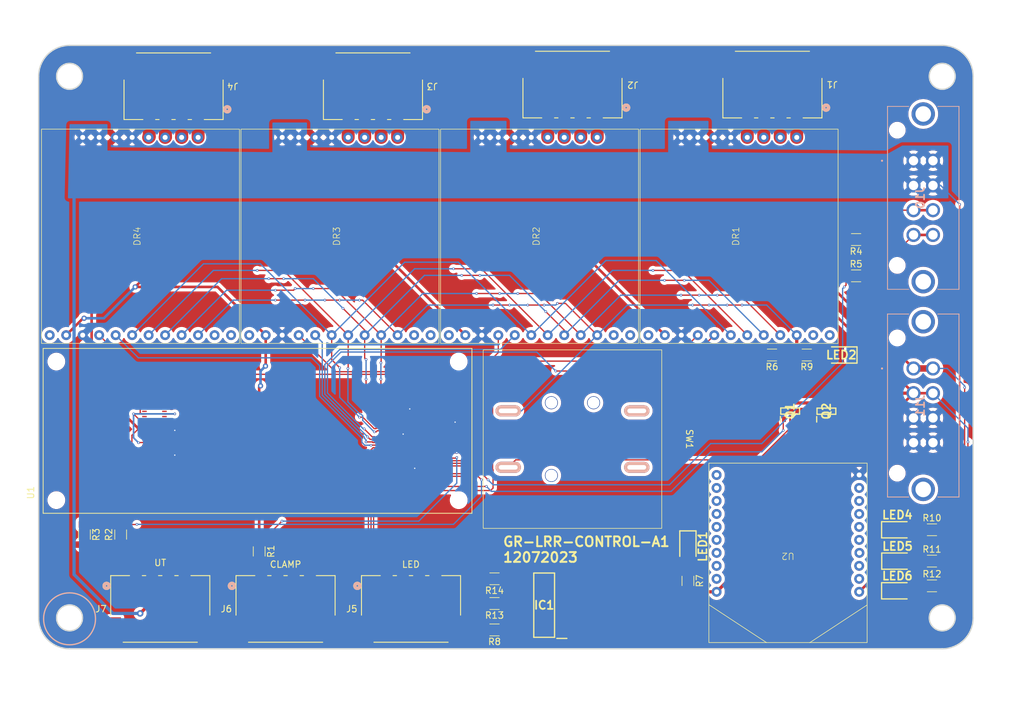
<source format=kicad_pcb>
(kicad_pcb (version 20221018) (generator pcbnew)
  (layers (0 "F.Cu" signal) (31 "B.Cu" signal) (34 "B.Paste" user) (35 "F.Paste" user) (36 "B.SilkS" user "B.Silkscreen") (37 "F.SilkS" user "F.Silkscreen") (38 "B.Mask" user) (39 "F.Mask" user) (44 "Edge.Cuts" user))
  (net 0 "")
  (net 2 "D1 STEP 1")
  (net 6 "D2 STEP 2")
  (net 10 "D3 STEP 3")
  (net 14 "D4 STEP 4")
  (net 39 "Net-(U1A-VSYS-PadJ1_53)")
  (net 87 "Net-(LED1-A)")
  (net 88 "Net-(LED2-A)")
  (net 89 "D0 STEPPER ENABLE")
  (net 148 "+5V")
  (net 149 "GND")
  (net 150 "+24V")
  (net 151 "75_ANALOG_A1")
  (net 152 "73_ANALOG_A0")
  (net 153 "+3.3V")
  (net 154 "Net-(IC1-OUT_7)")
  (net 155 "Net-(IC1-OUT_6)")
  (net 156 "Net-(IC1-OUT_5)")
  (net 157 "BATT+")
  (net 158 "BATT-")
  (net 165 "Net-(DR1-AOUT1)")
  (net 166 "Net-(DR1-AOUT2)")
  (net 167 "Net-(DR1-BOUT1)")
  (net 168 "Net-(DR1-BOUT2)")
  (net 169 "Net-(DR2-AOUT1)")
  (net 170 "Net-(DR2-AOUT2)")
  (net 171 "Net-(DR2-BOUT1)")
  (net 172 "Net-(DR2-BOUT2)")
  (net 173 "Net-(DR3-AOUT1)")
  (net 174 "Net-(DR3-AOUT2)")
  (net 175 "Net-(DR3-BOUT1)")
  (net 176 "Net-(DR3-BOUT2)")
  (net 177 "Net-(DR4-AOUT1)")
  (net 178 "Net-(DR4-AOUT2)")
  (net 179 "Net-(DR4-BOUT1)")
  (net 180 "Net-(DR4-BOUT2)")
  (net 181 "Net-(J7-Pad3)")
  (net 191 "STEPPER_ENABLE")
  (net 192 "D7 CS")
  (net 193 "D9 CK")
  (net 194 "D8 COPI")
  (net 195 "D10 CIPO")
  (net 197 "Net-(Q1-S)")
  (net 198 "Net-(Q1-D)")
  (net 199 "ZIGBEE_IO")
  (net 213 "Net-(LED4-A)")
  (net 214 "Net-(LED5-A)")
  (net 215 "Net-(LED6-A)")
  (net 216 "Net-(J5-Pad2)")
  (net 217 "Net-(J5-Pad3)")
  (net 218 "Net-(J5-Pad4)")
  (net 219 "GPIO6 GREEN LED")
  (net 220 "GPIO5 YELLOW LED")
  (net 221 "GPIO4 RED LED")
  (net 222 "GPIO3 DIR 4")
  (net 223 "GPIO2 DIR 3")
  (net 224 "GPIO1 DIR 2")
  (net 225 "GPIO0 DIR 1")
  (net 226 "D5 CLAMP")
  (net 227 "Net-(U1A-GND-PadJ1_31)")
  (footprint "Resistor_SMD:R_1206_3216Metric_Pad1.30x1.75mm_HandSolder" (layer "F.Cu") (at 156.5105 85.67038 180)
    (fp_text reference "R6" (at 0 -1.82) (layer "F.SilkS"))
    (fp_text value "10k")
    (pad "1" smd roundrect (at -1.55 0 180) (size 1.3 1.75) (layers "F.Cu" "F.Paste" "F.Mask") (roundrect_rratio 0.1923076923) (net 191 "STEPPER_ENABLE"))
    (pad "2" smd roundrect (at 1.55 0 180) (size 1.3 1.75) (layers "F.Cu" "F.Paste" "F.Mask") (roundrect_rratio 0.1923076923) (net 149 "GND"))
  )
  (footprint "QTLP650C2TR:LEDC3216X130N" (layer "F.Cu") (at 175.8145 112.59438)
    (fp_text reference "LED4" (at 0 -2.286) (layer "F.SilkS") (effects (font (size 1.27 1.27) (thickness 0.254))))
    (fp_text value "QTLP650C2TR" hide)
    (pad "1" smd rect (at -1.5 0) (size 1.15 1.8) (layers "F.Cu" "F.Paste" "F.Mask") (net 149 "GND"))
    (pad "2" smd rect (at 1.5 0) (size 1.15 1.8) (layers "F.Cu" "F.Paste" "F.Mask") (net 213 "Net-(LED4-A)"))
  )
  (footprint "QTLP650C2TR:LEDC3216X130N" (layer "F.Cu") (at 143.5565 115.18638 -90)
    (fp_text reference "LED1" (at 0 -2.286 90) (layer "F.SilkS") (effects (font (size 1.27 1.27) (thickness 0.254))))
    (fp_text value "QTLP650C2TR" hide)
    (pad "1" smd rect (at -1.5 0 270) (size 1.15 1.8) (layers "F.Cu" "F.Paste" "F.Mask") (net 149 "GND"))
    (pad "2" smd rect (at 1.5 0 270) (size 1.15 1.8) (layers "F.Cu" "F.Paste" "F.Mask") (net 87 "Net-(LED1-A)"))
  )
  (footprint "Resistor_SMD:R_1206_3216Metric_Pad1.30x1.75mm_HandSolder" (layer "F.Cu") (at 181.1485 121.23038)
    (fp_text reference "R12" (at 0 -1.82) (layer "F.SilkS"))
    (fp_text value "75ohm, 1/10w")
    (pad "1" smd roundrect (at -1.55 0) (size 1.3 1.75) (layers "F.Cu" "F.Paste" "F.Mask") (roundrect_rratio 0.1923076923) (net 215 "Net-(LED6-A)"))
    (pad "2" smd roundrect (at 1.55 0) (size 1.3 1.75) (layers "F.Cu" "F.Paste" "F.Mask") (roundrect_rratio 0.1923076923) (net 153 "+3.3V"))
  )
  (footprint "3730:3730" (layer "F.Cu") (at 120.7065 67.38238 90)
    (fp_text reference "DR2" (at 0 -0.5 90 unlocked) (layer "F.SilkS") (effects (font (thickness 0.1))))
    (fp_text value "~")
    (pad "1" thru_hole circle (at -15.23 -13.98 90) (size 1.524 1.524) (drill 0.762) (layers "*.Cu" "*.Mask"))
    (pad "2" thru_hole circle (at -15.23 -11.44 90) (size 1.524 1.524) (drill 0.762) (layers "*.Cu" "*.Mask") (net 153 "+3.3V"))
    (pad "3" thru_hole circle (at -15.23 -8.9 90) (size 1.524 1.524) (drill 0.762) (layers "*.Cu" "*.Mask") (net 149 "GND"))
    (pad "4" thru_hole circle (at -15.23 -6.36 90) (size 1.524 1.524) (drill 0.762) (layers "*.Cu" "*.Mask") (net 6 "D2 STEP 2"))
    (pad "5" thru_hole circle (at -15.23 -3.82 90) (size 1.524 1.524) (drill 0.762) (layers "*.Cu" "*.Mask") (net 224 "GPIO1 DIR 2"))
    (pad "6" thru_hole circle (at -15.23 -1.28 90) (size 1.524 1.524) (drill 0.762) (layers "*.Cu" "*.Mask") (net 195 "D10 CIPO"))
    (pad "7" thru_hole circle (at -15.23 1.26 90) (size 1.524 1.524) (drill 0.762) (layers "*.Cu" "*.Mask") (net 194 "D8 COPI"))
    (pad "8" thru_hole circle (at -15.23 3.8 90) (size 1.524 1.524) (drill 0.762) (layers "*.Cu" "*.Mask") (net 193 "D9 CK"))
    (pad "9" thru_hole circle (at -15.23 6.34 90) (size 1.524 1.524) (drill 0.762) (layers "*.Cu" "*.Mask") (net 192 "D7 CS"))
    (pad "10" thru_hole circle (at -15.23 8.88 90) (size 1.524 1.524) (drill 0.762) (layers "*.Cu" "*.Mask") (net 191 "STEPPER_ENABLE"))
    (pad "11" thru_hole circle (at -15.23 11.42 90) (size 1.524 1.524) (drill 0.762) (layers "*.Cu" "*.Mask"))
    (pad "12" thru_hole circle (at -15.23 13.96 90) (size 1.524 1.524) (drill 0.762) (layers "*.Cu" "*.Mask"))
    (pad "13" thru_hole circle (at 15.23 8.88 270) (size 1.524 1.524) (drill 0.762) (layers "*.Cu" "*.Mask") (net 172 "Net-(DR2-BOUT2)"))
    (pad "14" thru_hole circle (at 15.23 6.34 270) (size 1.524 1.524) (drill 0.762) (layers "*.Cu" "*.Mask") (net 171 "Net-(DR2-BOUT1)"))
    (pad "15" thru_hole circle (at 15.23 3.8 270) (size 1.524 1.524) (drill 0.762) (layers "*.Cu" "*.Mask") (net 170 "Net-(DR2-AOUT2)"))
    (pad "16" thru_hole circle (at 15.23 1.26 270) (size 1.524 1.524) (drill 0.762) (layers "*.Cu" "*.Mask") (net 169 "Net-(DR2-AOUT1)"))
    (pad "17" thru_hole circle (at 15.23 -1.28 270) (size 1.524 1.524) (drill 0.762) (layers "*.Cu" "*.Mask") (net 149 "GND"))
    (pad "18" thru_hole circle (at 15.23 -3.82 270) (size 1.524 1.524) (drill 0.762) (layers "*.Cu" "*.Mask") (net 149 "GND"))
    (pad "19" thru_hole circle (at 15.23 -6.36 270) (size 1.524 1.524) (drill 0.762) (layers "*.Cu" "*.Mask") (net 150 "+24V"))
    (pad "20" thru_hole circle (at 15.23 -8.9 270) (size 1.524 1.524) (drill 0.762) (layers "*.Cu" "*.Mask") (net 150 "+24V"))
  )
  (footprint "Resistor_SMD:R_1206_3216Metric_Pad1.30x1.75mm_HandSolder" (layer "F.Cu") (at 143.5565 120.46838 -90)
    (fp_text reference "R7" (at 0 -1.82 90) (layer "F.SilkS"))
    (fp_text value "75ohm, 1/10w")
    (pad "1" smd roundrect (at -1.55 0 270) (size 1.3 1.75) (layers "F.Cu" "F.Paste" "F.Mask") (roundrect_rratio 0.1923076923) (net 87 "Net-(LED1-A)"))
    (pad "2" smd roundrect (at 1.55 0 270) (size 1.3 1.75) (layers "F.Cu" "F.Paste" "F.Mask") (roundrect_rratio 0.1923076923) (net 199 "ZIGBEE_IO"))
  )
  (footprint "S4B-XH-SM4-TB:CONN_S4B-XH-SM4-TB_JST" (layer "F.Cu") (at 156.5705 44.018292 180)
    (fp_text reference "J1" (at -9.204 0.003912 180 unlocked) (layer "F.SilkS"))
    (fp_text value "DRIVER 1")
    (pad "1" smd rect (at -3.75 -3.552088 180) (size 1.2954 4.4958) (layers "F.Cu" "F.Paste" "F.Mask") (net 168 "Net-(DR1-BOUT2)"))
    (pad "2" smd rect (at -1.25 -3.552088 180) (size 1.2954 4.4958) (layers "F.Cu" "F.Paste" "F.Mask") (net 167 "Net-(DR1-BOUT1)"))
    (pad "3" smd rect (at 1.25 -3.552088 180) (size 1.2954 4.4958) (layers "F.Cu" "F.Paste" "F.Mask") (net 166 "Net-(DR1-AOUT2)"))
    (pad "4" smd rect (at 3.75 -3.552088 180) (size 1.2954 4.4958) (layers "F.Cu" "F.Paste" "F.Mask") (net 165 "Net-(DR1-AOUT1)"))
    (pad "5" smd rect (at -6.949999 3.247911 270) (size 3.9116 1.8034) (layers "F.Cu" "F.Paste" "F.Mask"))
    (pad "6" smd rect (at 6.949999 3.247911 270) (size 3.9116 1.8034) (layers "F.Cu" "F.Paste" "F.Mask"))
  )
  (footprint "Resistor_SMD:R_1206_3216Metric_Pad1.30x1.75mm_HandSolder" (layer "F.Cu") (at 169.4645 67.89038 180)
    (fp_text reference "R4" (at 0 -1.82) (layer "F.SilkS"))
    (fp_text value "10k")
    (pad "1" smd roundrect (at -1.55 0 180) (size 1.3 1.75) (layers "F.Cu" "F.Paste" "F.Mask") (roundrect_rratio 0.1923076923) (net 157 "BATT+"))
    (pad "2" smd roundrect (at 1.55 0 180) (size 1.3 1.75) (layers "F.Cu" "F.Paste" "F.Mask") (roundrect_rratio 0.1923076923) (net 152 "73_ANALOG_A0"))
  )
  (footprint "XB3-24AST-J:XB3-24AST-J" (layer "F.Cu") (at 158.9743 116.15038 180)
    (fp_text reference "U2" (at 0 -0.5 180 unlocked) (layer "F.SilkS") (effects (font (thickness 0.1))))
    (fp_text value "~")
    (pad "1" thru_hole circle (at -10.9652 -6 180) (size 1.524 1.524) (drill 0.762) (layers "*.Cu" "*.Mask") (net 153 "+3.3V"))
    (pad "2" thru_hole circle (at -10.9652 -4 180) (size 1.524 1.524) (drill 0.762) (layers "*.Cu" "*.Mask"))
    (pad "3" thru_hole circle (at -10.9652 -2 180) (size 1.524 1.524) (drill 0.762) (layers "*.Cu" "*.Mask"))
    (pad "4" thru_hole circle (at -10.9982 0 180) (size 1.524 1.524) (drill 0.762) (layers "*.Cu" "*.Mask"))
    (pad "5" thru_hole circle (at -10.9652 2 180) (size 1.524 1.524) (drill 0.762) (layers "*.Cu" "*.Mask"))
    (pad "6" thru_hole circle (at -10.9652 4 180) (size 1.524 1.524) (drill 0.762) (layers "*.Cu" "*.Mask"))
    (pad "7" thru_hole circle (at -10.9652 6 180) (size 1.524 1.524) (drill 0.762) (layers "*.Cu" "*.Mask"))
    (pad "8" thru_hole circle (at -10.9652 8 180) (size 1.524 1.524) (drill 0.762) (layers "*.Cu" "*.Mask"))
    (pad "9" thru_hole circle (at -10.9652 10 180) (size 1.524 1.524) (drill 0.762) (layers "*.Cu" "*.Mask"))
    (pad "10" thru_hole circle (at -10.9652 12 180) (size 1.524 1.524) (drill 0.762) (layers "*.Cu" "*.Mask") (net 149 "GND"))
    (pad "11" thru_hole circle (at 10.9982 12 180) (size 1.524 1.524) (drill 0.762) (layers "*.Cu" "*.Mask"))
    (pad "12" thru_hole circle (at 10.9982 10 180) (size 1.524 1.524) (drill 0.762) (layers "*.Cu" "*.Mask"))
    (pad "13" thru_hole circle (at 10.9982 8 180) (size 1.524 1.524) (drill 0.762) (layers "*.Cu" "*.Mask"))
    (pad "14" thru_hole circle (at 10.9982 6 180) (size 1.524 1.524) (drill 0.762) (layers "*.Cu" "*.Mask"))
    (pad "15" thru_hole circle (at 10.9982 4 180) (size 1.524 1.524) (drill 0.762) (layers "*.Cu" "*.Mask"))
    (pad "16" thru_hole circle (at 10.9982 2 180) (size 1.524 1.524) (drill 0.762) (layers "*.Cu" "*.Mask"))
    (pad "17" thru_hole circle (at 10.9982 0 180) (size 1.524 1.524) (drill 0.762) (layers "*.Cu" "*.Mask"))
    (pad "18" thru_hole circle (at 10.9982 -2 180) (size 1.524 1.524) (drill 0.762) (layers "*.Cu" "*.Mask"))
    (pad "19" thru_hole circle (at 10.9982 -4 180) (size 1.524 1.524) (drill 0.762) (layers "*.Cu" "*.Mask"))
    (pad "20" thru_hole circle (at 10.9982 -6 180) (size 1.524 1.524) (drill 0.762) (layers "*.Cu" "*.Mask") (net 199 "ZIGBEE_IO"))
  )
  (footprint "S4B-XH-SM4-TB:CONN_S4B-XH-SM4-TB_JST" (layer "F.Cu") (at 81.5805 124.78638)
    (fp_text reference "J6" (at -9.124 0.003912 unlocked) (layer "F.SilkS"))
    (fp_text value "CLAMP")
    (pad "1" smd rect (at -3.75 -3.552088) (size 1.2954 4.4958) (layers "F.Cu" "F.Paste" "F.Mask") (net 226 "D5 CLAMP"))
    (pad "2" smd rect (at -1.25 -3.552088) (size 1.2954 4.4958) (layers "F.Cu" "F.Paste" "F.Mask") (net 149 "GND"))
    (pad "3" smd rect (at 1.25 -3.552088) (size 1.2954 4.4958) (layers "F.Cu" "F.Paste" "F.Mask"))
    (pad "4" smd rect (at 3.75 -3.552088) (size 1.2954 4.4958) (layers "F.Cu" "F.Paste" "F.Mask"))
    (pad "5" smd rect (at -6.949999 3.247911 90) (size 3.9116 1.8034) (layers "F.Cu" "F.Paste" "F.Mask"))
    (pad "6" smd rect (at 6.949999 3.247911 90) (size 3.9116 1.8034) (layers "F.Cu" "F.Paste" "F.Mask"))
  )
  (footprint "3730:3730" (layer "F.Cu") (at 89.9625 67.38238 90)
    (fp_text reference "DR3" (at 0 -0.5 90 unlocked) (layer "F.SilkS") (effects (font (thickness 0.1))))
    (fp_text value "~")
    (pad "1" thru_hole circle (at -15.23 -13.98 90) (size 1.524 1.524) (drill 0.762) (layers "*.Cu" "*.Mask"))
    (pad "2" thru_hole circle (at -15.23 -11.44 90) (size 1.524 1.524) (drill 0.762) (layers "*.Cu" "*.Mask") (net 153 "+3.3V"))
    (pad "3" thru_hole circle (at -15.23 -8.9 90) (size 1.524 1.524) (drill 0.762) (layers "*.Cu" "*.Mask") (net 149 "GND"))
    (pad "4" thru_hole circle (at -15.23 -6.36 90) (size 1.524 1.524) (drill 0.762) (layers "*.Cu" "*.Mask") (net 10 "D3 STEP 3"))
    (pad "5" thru_hole circle (at -15.23 -3.82 90) (size 1.524 1.524) (drill 0.762) (layers "*.Cu" "*.Mask") (net 223 "GPIO2 DIR 3"))
    (pad "6" thru_hole circle (at -15.23 -1.28 90) (size 1.524 1.524) (drill 0.762) (layers "*.Cu" "*.Mask") (net 195 "D10 CIPO"))
    (pad "7" thru_hole circle (at -15.23 1.26 90) (size 1.524 1.524) (drill 0.762) (layers "*.Cu" "*.Mask") (net 194 "D8 COPI"))
    (pad "8" thru_hole circle (at -15.23 3.8 90) (size 1.524 1.524) (drill 0.762) (layers "*.Cu" "*.Mask") (net 193 "D9 CK"))
    (pad "9" thru_hole circle (at -15.23 6.34 90) (size 1.524 1.524) (drill 0.762) (layers "*.Cu" "*.Mask") (net 192 "D7 CS"))
    (pad "10" thru_hole circle (at -15.23 8.88 90) (size 1.524 1.524) (drill 0.762) (layers "*.Cu" "*.Mask") (net 191 "STEPPER_ENABLE"))
    (pad "11" thru_hole circle (at -15.23 11.42 90) (size 1.524 1.524) (drill 0.762) (layers "*.Cu" "*.Mask"))
    (pad "12" thru_hole circle (at -15.23 13.96 90) (size 1.524 1.524) (drill 0.762) (layers "*.Cu" "*.Mask"))
    (pad "13" thru_hole circle (at 15.23 8.88 270) (size 1.524 1.524) (drill 0.762) (layers "*.Cu" "*.Mask") (net 176 "Net-(DR3-BOUT2)"))
    (pad "14" thru_hole circle (at 15.23 6.34 270) (size 1.524 1.524) (drill 0.762) (layers "*.Cu" "*.Mask") (net 175 "Net-(DR3-BOUT1)"))
    (pad "15" thru_hole circle (at 15.23 3.8 270) (size 1.524 1.524) (drill 0.762) (layers "*.Cu" "*.Mask") (net 174 "Net-(DR3-AOUT2)"))
    (pad "16" thru_hole circle (at 15.23 1.26 270) (size 1.524 1.524) (drill 0.762) (layers "*.Cu" "*.Mask") (net 173 "Net-(DR3-AOUT1)"))
    (pad "17" thru_hole circle (at 15.23 -1.28 270) (size 1.524 1.524) (drill 0.762) (layers "*.Cu" "*.Mask") (net 149 "GND"))
    (pad "18" thru_hole circle (at 15.23 -3.82 270) (size 1.524 1.524) (drill 0.762) (layers "*.Cu" "*.Mask") (net 149 "GND"))
    (pad "19" thru_hole circle (at 15.23 -6.36 270) (size 1.524 1.524) (drill 0.762) (layers "*.Cu" "*.Mask") (net 150 "+24V"))
    (pad "20" thru_hole circle (at 15.23 -8.9 270) (size 1.524 1.524) (drill 0.762) (layers "*.Cu" "*.Mask") (net 150 "+24V"))
  )
  (footprint "Resistor_SMD:R_1206_3216Metric_Pad1.30x1.75mm_HandSolder" (layer "F.Cu") (at 169.4645 73.47838)
    (fp_text reference "R5" (at 0 -1.82) (layer "F.SilkS"))
    (fp_text value "1k")
    (pad "1" smd roundrect (at -1.55 0) (size 1.3 1.75) (layers "F.Cu" "F.Paste" "F.Mask") (roundrect_rratio 0.1923076923) (net 152 "73_ANALOG_A0"))
    (pad "2" smd roundrect (at 1.55 0) (size 1.3 1.75) (layers "F.Cu" "F.Paste" "F.Mask") (roundrect_rratio 0.1923076923) (net 158 "BATT-"))
  )
  (footprint "QTLP650C2TR:LEDC3216X130N" (layer "F.Cu") (at 175.8145 121.99238)
    (fp_text reference "LED6" (at 0 -2.286) (layer "F.SilkS") (effects (font (size 1.27 1.27) (thickness 0.254))))
    (fp_text value "QTLP650C2TR" hide)
    (pad "1" smd rect (at -1.5 0) (size 1.15 1.8) (layers "F.Cu" "F.Paste" "F.Mask") (net 149 "GND"))
    (pad "2" smd rect (at 1.5 0) (size 1.15 1.8) (layers "F.Cu" "F.Paste" "F.Mask") (net 215 "Net-(LED6-A)"))
  )
  (footprint "QTLP650C2TR:LEDC3216X130N" (layer "F.Cu") (at 167.1785 85.67038 180)
    (fp_text reference "LED2" (at 0 0) (layer "F.SilkS") (effects (font (size 1.27 1.27) (thickness 0.254))))
    (fp_text value "QTLP650C2TR" hide)
    (pad "1" smd rect (at -1.5 0 180) (size 1.15 1.8) (layers "F.Cu" "F.Paste" "F.Mask") (net 149 "GND"))
    (pad "2" smd rect (at 1.5 0 180) (size 1.15 1.8) (layers "F.Cu" "F.Paste" "F.Mask") (net 88 "Net-(LED2-A)"))
  )
  (footprint "S4B-XH-SM4-TB:CONN_S4B-XH-SM4-TB_JST" (layer "F.Cu") (at 100.9045 124.78638)
    (fp_text reference "J5" (at -9.124 0.003912 unlocked) (layer "F.SilkS"))
    (fp_text value "LED")
    (pad "1" smd rect (at -3.75 -3.552088) (size 1.2954 4.4958) (layers "F.Cu" "F.Paste" "F.Mask") (net 150 "+24V"))
    (pad "2" smd rect (at -1.25 -3.552088) (size 1.2954 4.4958) (layers "F.Cu" "F.Paste" "F.Mask") (net 216 "Net-(J5-Pad2)"))
    (pad "3" smd rect (at 1.25 -3.552088) (size 1.2954 4.4958) (layers "F.Cu" "F.Paste" "F.Mask") (net 217 "Net-(J5-Pad3)"))
    (pad "4" smd rect (at 3.75 -3.552088) (size 1.2954 4.4958) (layers "F.Cu" "F.Paste" "F.Mask") (net 218 "Net-(J5-Pad4)"))
    (pad "5" smd rect (at -6.949999 3.247911 90) (size 3.9116 1.8034) (layers "F.Cu" "F.Paste" "F.Mask"))
    (pad "6" smd rect (at 6.949999 3.247911 90) (size 3.9116 1.8034) (layers "F.Cu" "F.Paste" "F.Mask"))
  )
  (footprint "S4B-XH-SM4-TB:CONN_S4B-XH-SM4-TB_JST" (layer "F.Cu") (at 62.2765 124.78638)
    (fp_text reference "J7" (at -9.124 0.003912 unlocked) (layer "F.SilkS"))
    (fp_text value "UT" (at 0 -7.112 unlocked) (layer "F.SilkS"))
    (pad "1" smd rect (at -3.75 -3.552088) (size 1.2954 4.4958) (layers "F.Cu" "F.Paste" "F.Mask") (net 149 "GND"))
    (pad "2" smd rect (at -1.25 -3.552088) (size 1.2954 4.4958) (layers "F.Cu" "F.Paste" "F.Mask") (net 150 "+24V"))
    (pad "3" smd rect (at 1.25 -3.552088) (size 1.2954 4.4958) (layers "F.Cu" "F.Paste" "F.Mask") (net 181 "Net-(J7-Pad3)"))
    (pad "4" smd rect (at 3.75 -3.552088) (size 1.2954 4.4958) (layers "F.Cu" "F.Paste" "F.Mask") (net 150 "+24V"))
    (pad "5" smd rect (at -6.949999 3.247911 90) (size 3.9116 1.8034) (layers "F.Cu" "F.Paste" "F.Mask"))
    (pad "6" smd rect (at 6.949999 3.247911 90) (size 3.9116 1.8034) (layers "F.Cu" "F.Paste" "F.Mask"))
  )
  (footprint "Resistor_SMD:R_1206_3216Metric_Pad1.30x1.75mm_HandSolder" (layer "F.Cu") (at 161.8685 85.67038 180)
    (fp_text reference "R9" (at 0 -1.82) (layer "F.SilkS"))
    (fp_text value "75ohm, 1/10w")
    (pad "1" smd roundrect (at -1.55 0 180) (size 1.3 1.75) (layers "F.Cu" "F.Paste" "F.Mask") (roundrect_rratio 0.1923076923) (net 88 "Net-(LED2-A)"))
    (pad "2" smd roundrect (at 1.55 0 180) (size 1.3 1.75) (layers "F.Cu" "F.Paste" "F.Mask") (roundrect_rratio 0.1923076923) (net 191 "STEPPER_ENABLE"))
  )
  (footprint "Resistor_SMD:R_1206_3216Metric_Pad1.30x1.75mm_HandSolder" (layer "F.Cu") (at 181.1485 117.42038)
    (fp_text reference "R11" (at 0 -1.82) (layer "F.SilkS"))
    (fp_text value "180ohm, 1/10w")
    (pad "1" smd roundrect (at -1.55 0) (size 1.3 1.75) (layers "F.Cu" "F.Paste" "F.Mask") (roundrect_rratio 0.1923076923) (net 214 "Net-(LED5-A)"))
    (pad "2" smd roundrect (at 1.55 0) (size 1.3 1.75) (layers "F.Cu" "F.Paste" "F.Mask") (roundrect_rratio 0.1923076923) (net 148 "+5V"))
  )
  (footprint "Resistor_SMD:R_1206_3216Metric_Pad1.30x1.75mm_HandSolder" (layer "F.Cu") (at 56.1805 113.33038 90)
    (fp_text reference "R2" (at 0 -1.82 90) (layer "F.SilkS"))
    (fp_text value "4k")
    (pad "1" smd roundrect (at -1.55 0 90) (size 1.3 1.75) (layers "F.Cu" "F.Paste" "F.Mask") (roundrect_rratio 0.1923076923) (net 181 "Net-(J7-Pad3)"))
    (pad "2" smd roundrect (at 1.55 0 90) (size 1.3 1.75) (layers "F.Cu" "F.Paste" "F.Mask") (roundrect_rratio 0.1923076923) (net 151 "75_ANALOG_A1"))
  )
  (footprint "Resistor_SMD:R_1206_3216Metric_Pad1.30x1.75mm_HandSolder" (layer "F.Cu") (at 113.766 120.142 180)
    (fp_text reference "R14" (at 0 -1.82) (layer "F.SilkS"))
    (fp_text value "10k")
    (pad "1" smd roundrect (at -1.55 0 180) (size 1.3 1.75) (layers "F.Cu" "F.Paste" "F.Mask") (roundrect_rratio 0.1923076923) (net 156 "Net-(IC1-OUT_5)"))
    (pad "2" smd roundrect (at 1.55 0 180) (size 1.3 1.75) (layers "F.Cu" "F.Paste" "F.Mask") (roundrect_rratio 0.1923076923) (net 218 "Net-(J5-Pad4)"))
  )
  (footprint "Resistor_SMD:R_1206_3216Metric_Pad1.30x1.75mm_HandSolder" (layer "F.Cu") (at 181.1485 112.59438)
    (fp_text reference "R10" (at 0 -1.82) (layer "F.SilkS"))
    (fp_text value "1200ohm, 0.5w")
    (pad "1" smd roundrect (at -1.55 0) (size 1.3 1.75) (layers "F.Cu" "F.Paste" "F.Mask") (roundrect_rratio 0.1923076923) (net 213 "Net-(LED4-A)"))
    (pad "2" smd roundrect (at 1.55 0) (size 1.3 1.75) (layers "F.Cu" "F.Paste" "F.Mask") (roundrect_rratio 0.1923076923) (net 150 "+24V"))
  )
  (footprint "Resistor_SMD:R_1206_3216Metric_Pad1.30x1.75mm_HandSolder" (layer "F.Cu") (at 113.766 123.952 180)
    (fp_text reference "R13" (at 0 -1.82) (layer "F.SilkS"))
    (fp_text value "10k")
    (pad "1" smd roundrect (at -1.55 0 180) (size 1.3 1.75) (layers "F.Cu" "F.Paste" "F.Mask") (roundrect_rratio 0.1923076923) (net 155 "Net-(IC1-OUT_6)"))
    (pad "2" smd roundrect (at 1.55 0 180) (size 1.3 1.75) (layers "F.Cu" "F.Paste" "F.Mask") (roundrect_rratio 0.1923076923) (net 217 "Net-(J5-Pad3)"))
  )
  (footprint "XA1E-BV302-R:XA1E-BV302-R" (layer "F.Cu") (at 125.7765 98.62438 -90)
    (fp_text reference "SW1" (at 0 -18.01 -90 unlocked) (layer "F.SilkS"))
    (fp_text value "XA1E-BV302-R")
    (pad "1" thru_hole oval (at 4.35 -9.9 270) (size 1.7 3.9) (drill oval 0.7 2.9) (layers "*.Cu" "*.Mask" "B.SilkS"))
    (pad "2" thru_hole oval (at -4.35 -9.9 270) (size 1.7 3.9) (drill oval 0.7 2.9) (layers "*.Cu" "*.Mask" "B.SilkS"))
    (pad "3" thru_hole oval (at 4.35 9.9 270) (size 1.7 3.9) (drill oval 0.7 2.9) (layers "*.Cu" "*.Mask" "B.SilkS") (net 197 "Net-(Q1-S)"))
    (pad "4" thru_hole oval (at -4.35 9.9 270) (size 1.7 3.9) (drill oval 0.7 2.9) (layers "*.Cu" "*.Mask" "B.SilkS") (net 191 "STEPPER_ENABLE"))
    (pad "5" thru_hole circle (at -5.6 -3.25 270) (size 2 2) (drill 1.8) (layers "*.Cu" "*.Mask"))
    (pad "6" thru_hole circle (at 5.6 3.25 270) (size 2 2) (drill 1.8) (layers "*.Cu" "*.Mask"))
    (pad "7" thru_hole circle (at -5.6 3.25 270) (size 2 2) (drill 1.8) (layers "*.Cu" "*.Mask"))
  )
  (footprint "Resistor_SMD:R_1206_3216Metric_Pad1.30x1.75mm_HandSolder" (layer "F.Cu") (at 113.766 128.016 180)
    (fp_text reference "R8" (at 0 -1.82) (layer "F.SilkS"))
    (fp_text value "10k")
    (pad "1" smd roundrect (at -1.55 0 180) (size 1.3 1.75) (layers "F.Cu" "F.Paste" "F.Mask") (roundrect_rratio 0.1923076923) (net 154 "Net-(IC1-OUT_7)"))
    (pad "2" smd roundrect (at 1.55 0 180) (size 1.3 1.75) (layers "F.Cu" "F.Paste" "F.Mask") (roundrect_rratio 0.1923076923) (net 216 "Net-(J5-Pad2)"))
  )
  (footprint "3730:3730" (layer "F.Cu") (at 151.4405 67.38238 90)
    (fp_text reference "DR1" (at 0 -0.5 90 unlocked) (layer "F.SilkS") (effects (font (thickness 0.1))))
    (fp_text value "~")
    (pad "1" thru_hole circle (at -15.23 -13.98 90) (size 1.524 1.524) (drill 0.762) (layers "*.Cu" "*.Mask"))
    (pad "2" thru_hole circle (at -15.23 -11.44 90) (size 1.524 1.524) (drill 0.762) (layers "*.Cu" "*.Mask") (net 153 "+3.3V"))
    (pad "3" thru_hole circle (at -15.23 -8.9 90) (size 1.524 1.524) (drill 0.762) (layers "*.Cu" "*.Mask") (net 149 "GND"))
    (pad "4" thru_hole circle (at -15.23 -6.36 90) (size 1.524 1.524) (drill 0.762) (layers "*.Cu" "*.Mask") (net 2 "D1 STEP 1"))
    (pad "5" thru_hole circle (at -15.23 -3.82 90) (size 1.524 1.524) (drill 0.762) (layers "*.Cu" "*.Mask") (net 225 "GPIO0 DIR 1"))
    (pad "6" thru_hole circle (at -15.23 -1.28 90) (size 1.524 1.524) (drill 0.762) (layers "*.Cu" "*.Mask") (net 195 "D10 CIPO"))
    (pad "7" thru_hole circle (at -15.23 1.26 90) (size 1.524 1.524) (drill 0.762) (layers "*.Cu" "*.Mask") (net 194 "D8 COPI"))
    (pad "8" thru_hole circle (at -15.23 3.8 90) (size 1.524 1.524) (drill 0.762) (layers "*.Cu" "*.Mask") (net 193 "D9 CK"))
    (pad "9" thru_hole circle (at -15.23 6.34 90) (size 1.524 1.524) (drill 0.762) (layers "*.Cu" "*.Mask") (net 192 "D7 CS"))
    (pad "10" thru_hole circle (at -15.23 8.88 90) (size 1.524 1.524) (drill 0.762) (layers "*.Cu" "*.Mask") (net 191 "STEPPER_ENABLE"))
    (pad "11" thru_hole circle (at -15.23 11.42 90) (size 1.524 1.524) (drill 0.762) (layers "*.Cu" "*.Mask"))
    (pad "12" thru_hole circle (at -15.23 13.96 90) (size 1.524 1.524) (drill 0.762) (layers "*.Cu" "*.Mask"))
    (pad "13" thru_hole circle (at 15.23 8.88 270) (size 1.524 1.524) (drill 0.762) (layers "*.Cu" "*.Mask") (net 168 "Net-(DR1-BOUT2)"))
    (pad "14" thru_hole circle (at 15.23 6.34 270) (size 1.524 1.524) (drill 0.762) (layers "*.Cu" "*.Mask") (net 167 "Net-(DR1-BOUT1)"))
    (pad "15" thru_hole circle (at 15.23 3.8 270) (size 1.524 1.524) (drill 0.762) (layers "*.Cu" "*.Mask") (net 166 "Net-(DR1-AOUT2)"))
    (pad "16" thru_hole circle (at 15.23 1.26 270) (size 1.524 1.524) (drill 0.762) (layers "*.Cu" "*.Mask") (net 165 "Net-(DR1-AOUT1)"))
    (pad "17" thru_hole circle (at 15.23 -1.28 270) (size 1.524 1.524) (drill 0.762) (layers "*.Cu" "*.Mask") (net 149 "GND"))
    (pad "18" thru_hole circle (at 15.23 -3.82 270) (size 1.524 1.524) (drill 0.762) (layers "*.Cu" "*.Mask") (net 149 "GND"))
    (pad "19" thru_hole circle (at 15.23 -6.36 270) (size 1.524 1.524) (drill 0.762) (layers "*.Cu" "*.Mask") (net 150 "+24V"))
    (pad "20" thru_hole circle (at 15.23 -8.9 270) (size 1.524 1.524) (drill 0.762) (layers "*.Cu" "*.Mask") (net 150 "+24V"))
  )
  (footprint "BSS806NH6327XTSA1:SOT95P240X110-3N" (layer "F.Cu") (at 159.3045 94.30638 90)
    (fp_text reference "Q1" (at 0 0 90) (layer "F.SilkS") (effects (font (size 1.27 1.27) (thickness 0.254))))
    (fp_text value "BSS806NH6327XTSA1" hide)
    (pad "1" smd rect (at -1.25 -0.95 180) (size 0.6 0.85) (layers "F.Cu" "F.Paste" "F.Mask") (net 89 "D0 STEPPER ENABLE"))
    (pad "2" smd rect (at -1.25 0.95 180) (size 0.6 0.85) (layers "F.Cu" "F.Paste" "F.Mask") (net 197 "Net-(Q1-S)"))
    (pad "3" smd rect (at 1.25 0 180) (size 0.6 0.85) (layers "F.Cu" "F.Paste" "F.Mask") (net 198 "Net-(Q1-D)"))
  )
  (footprint "3730:3730" (layer "F.Cu") (at 59.2285 67.38238 90)
    (fp_text reference "DR4" (at 0 -0.5 90 unlocked) (layer "F.SilkS") (effects (font (thickness 0.1))))
    (fp_text value "~")
    (pad "1" thru_hole circle (at -15.23 -13.98 90) (size 1.524 1.524) (drill 0.762) (layers "*.Cu" "*.Mask"))
    (pad "2" thru_hole circle (at -15.23 -11.44 90) (size 1.524 1.524) (drill 0.762) (layers "*.Cu" "*.Mask") (net 153 "+3.3V"))
    (pad "3" thru_hole circle (at -15.23 -8.9 90) (size 1.524 1.524) (drill 0.762) (layers "*.Cu" "*.Mask") (net 149 "GND"))
    (pad "4" thru_hole circle (at -15.23 -6.36 90) (size 1.524 1.524) (drill 0.762) (layers "*.Cu" "*.Mask") (net 14 "D4 STEP 4"))
    (pad "5" thru_hole circle (at -15.23 -3.82 90) (size 1.524 1.524) (drill 0.762) (layers "*.Cu" "*.Mask") (net 222 "GPIO3 DIR 4"))
    (pad "6" thru_hole circle (at -15.23 -1.28 90) (size 1.524 1.524) (drill 0.762) (layers "*.Cu" "*.Mask") (net 195 "D10 CIPO"))
    (pad "7" thru_hole circle (at -15.23 1.26 90) (size 1.524 1.524) (drill 0.762) (layers "*.Cu" "*.Mask") (net 194 "D8 COPI"))
    (pad "8" thru_hole circle (at -15.23 3.8 90) (size 1.524 1.524) (drill 0.762) (layers "*.Cu" "*.Mask") (net 193 "D9 CK"))
    (pad "9" thru_hole circle (at -15.23 6.34 90) (size 1.524 1.524) (drill 0.762) (layers "*.Cu" "*.Mask") (net 192 "D7 CS"))
    (pad "10" thru_hole circle (at -15.23 8.88 90) (size 1.524 1.524) (drill 0.762) (layers "*.Cu" "*.Mask") (net 191 "STEPPER_ENABLE"))
    (pad "11" thru_hole circle (at -15.23 11.42 90) (size 1.524 1.524) (drill 0.762) (layers "*.Cu" "*.Mask"))
    (pad "12" thru_hole circle (at -15.23 13.96 90) (size 1.524 1.524) (drill 0.762) (layers "*.Cu" "*.Mask"))
    (pad "13" thru_hole circle (at 15.23 8.88 270) (size 1.524 1.524) (drill 0.762) (layers "*.Cu" "*.Mask") (net 180 "Net-(DR4-BOUT2)"))
    (pad "14" thru_hole circle (at 15.23 6.34 270) (size 1.524 1.524) (drill 0.762) (layers "*.Cu" "*.Mask") (net 179 "Net-(DR4-BOUT1)"))
    (pad "15" thru_hole circle (at 15.23 3.8 270) (size 1.524 1.524) (drill 0.762) (layers "*.Cu" "*.Mask") (net 178 "Net-(DR4-AOUT2)"))
    (pad "16" thru_hole circle (at 15.23 1.26 270) (size 1.524 1.524) (drill 0.762) (layers "*.Cu" "*.Mask") (net 177 "Net-(DR4-AOUT1)"))
    (pad "17" thru_hole circle (at 15.23 -1.28 270) (size 1.524 1.524) (drill 0.762) (layers "*.Cu" "*.Mask") (net 149 "GND"))
    (pad "18" thru_hole circle (at 15.23 -3.82 270) (size 1.524 1.524) (drill 0.762) (layers "*.Cu" "*.Mask") (net 149 "GND"))
    (pad "19" thru_hole circle (at 15.23 -6.36 270) (size 1.524 1.524) (drill 0.762) (layers "*.Cu" "*.Mask") (net 150 "+24V"))
    (pad "20" thru_hole circle (at 15.23 -8.9 270) (size 1.524 1.524) (drill 0.762) (layers "*.Cu" "*.Mask") (net 150 "+24V"))
  )
  (footprint "BSS806NH6327XTSA1:SOT95P240X110-3N" (layer "F.Cu") (at 164.8925 94.32638 90)
    (fp_text reference "Q2" (at 0 0 90) (layer "F.SilkS") (effects (font (size 1.27 1.27) (thickness 0.254))))
    (fp_text value "BSS806NH6327XTSA1" hide)
    (pad "1" smd rect (at -1.25 -0.95 180) (size 0.6 0.85) (layers "F.Cu" "F.Paste" "F.Mask") (net 199 "ZIGBEE_IO"))
    (pad "2" smd rect (at -1.25 0.95 180) (size 0.6 0.85) (layers "F.Cu" "F.Paste" "F.Mask") (net 198 "Net-(Q1-D)"))
    (pad "3" smd rect (at 1.25 0 180) (size 0.6 0.85) (layers "F.Cu" "F.Paste" "F.Mask") (net 153 "+3.3V"))
  )
  (footprint "QTLP650C2TR:LEDC3216X130N" (layer "F.Cu") (at 175.8385 117.42038)
    (fp_text reference "LED5" (at 0 -2.286) (layer "F.SilkS") (effects (font (size 1.27 1.27) (thickness 0.254))))
    (fp_text value "QTLP650C2TR" hide)
    (pad "1" smd rect (at -1.5 0) (size 1.15 1.8) (layers "F.Cu" "F.Paste" "F.Mask") (net 149 "GND"))
    (pad "2" smd rect (at 1.5 0) (size 1.15 1.8) (layers "F.Cu" "F.Paste" "F.Mask") (net 214 "Net-(LED5-A)"))
  )
  (footprint "Resistor_SMD:R_1206_3216Metric_Pad1.30x1.75mm_HandSolder" (layer "F.Cu") (at 50.5925 113.33038 -90)
    (fp_text reference "R3" (at 0 -1.82 90) (layer "F.SilkS"))
    (fp_text value "1k")
    (pad "1" smd roundrect (at -1.55 0 270) (size 1.3 1.75) (layers "F.Cu" "F.Paste" "F.Mask") (roundrect_rratio 0.1923076923) (net 151 "75_ANALOG_A1"))
    (pad "2" smd roundrect (at 1.55 0 270) (size 1.3 1.75) (layers "F.Cu" "F.Paste" "F.Mask") (roundrect_rratio 0.1923076923) (net 149 "GND"))
  )
  (footprint "S4B-XH-SM4-TB:CONN_S4B-XH-SM4-TB_JST" (layer "F.Cu") (at 95.0425 44.26838 180)
    (fp_text reference "J3" (at -9.144 0 180 unlocked) (layer "F.SilkS"))
    (fp_text value "DRIVER 2")
    (pad "1" smd rect (at -3.75 -3.552088 180) (size 1.2954 4.4958) (layers "F.Cu" "F.Paste" "F.Mask") (net 176 "Net-(DR3-BOUT2)"))
    (pad "2" smd rect (at -1.25 -3.552088 180) (size 1.2954 4.4958) (layers "F.Cu" "F.Paste" "F.Mask") (net 175 "Net-(DR3-BOUT1)"))
    (pad "3" smd rect (at 1.25 -3.552088 180) (size 1.2954 4.4958) (layers "F.Cu" "F.Paste" "F.Mask") (net 174 "Net-(DR3-AOUT2)"))
    (pad "4" smd rect (at 3.75 -3.552088 180) (size 1.2954 4.4958) (layers "F.Cu" "F.Paste" "F.Mask") (net 173 "Net-(DR3-AOUT1)"))
    (pad "5" smd rect (at -6.949999 3.247911 270) (size 3.9116 1.8034) (layers "F.Cu" "F.Paste" "F.Mask"))
    (pad "6" smd rect (at 6.949999 3.247911 270) (size 3.9116 1.8034) (layers "F.Cu" "F.Paste" "F.Mask"))
  )
  (footprint "MC1413DR2G:SOIC127P600X175-16N" (layer "F.Cu") (at 121.412 124.206 180)
    (fp_text reference "IC1" (at 0 0) (layer "F.SilkS") (effects (font (size 1.27 1.27) (thickness 0.254))))
    (fp_text value "MC1413DR2G" hide)
    (pad "1" smd rect (at -2.725 -4.445 270) (size 0.65 1.55) (layers "F.Cu" "F.Paste" "F.Mask") (net 221 "GPIO4 RED LED"))
    (pad "2" smd rect (at -2.725 -3.175 270) (size 0.65 1.55) (layers "F.Cu" "F.Paste" "F.Mask") (net 220 "GPIO5 YELLOW LED"))
    (pad "3" smd rect (at -2.725 -1.905 270) (size 0.65 1.55) (layers "F.Cu" "F.Paste" "F.Mask") (net 219 "GPIO6 GREEN LED"))
    (pad "4" smd rect (at -2.725 -0.635 270) (size 0.65 1.55) (layers "F.Cu" "F.Paste" "F.Mask"))
    (pad "5" smd rect (at -2.725 0.635 270) (size 0.65 1.55) (layers "F.Cu" "F.Paste" "F.Mask"))
    (pad "6" smd rect (at -2.725 1.905 270) (size 0.65 1.55) (layers "F.Cu" "F.Paste" "F.Mask"))
    (pad "7" smd rect (at -2.725 3.175 270) (size 0.65 1.55) (layers "F.Cu" "F.Paste" "F.Mask"))
    (pad "8" smd rect (at -2.725 4.445 270) (size 0.65 1.55) (layers "F.Cu" "F.Paste" "F.Mask") (net 149 "GND"))
    (pad "9" smd rect (at 2.725 4.445 270) (size 0.65 1.55) (layers "F.Cu" "F.Paste" "F.Mask"))
    (pad "10" smd rect (at 2.725 3.175 270) (size 0.65 1.55) (layers "F.Cu" "F.Paste" "F.Mask"))
    (pad "11" smd rect (at 2.725 1.905 270) (size 0.65 1.55) (layers "F.Cu" "F.Paste" "F.Mask"))
    (pad "12" smd rect (at 2.725 0.635 270) (size 0.65 1.55) (layers "F.Cu" "F.Paste" "F.Mask"))
    (pad "13" smd rect (at 2.725 -0.635 270) (size 0.65 1.55) (layers "F.Cu" "F.Paste" "F.Mask"))
    (pad "14" smd rect (at 2.725 -1.905 270) (size 0.65 1.55) (layers "F.Cu" "F.Paste" "F.Mask") (net 156 "Net-(IC1-OUT_5)"))
    (pad "15" smd rect (at 2.725 -3.175 270) (size 0.65 1.55) (layers "F.Cu" "F.Paste" "F.Mask") (net 155 "Net-(IC1-OUT_6)"))
    (pad "16" smd rect (at 2.725 -4.445 270) (size 0.65 1.55) (layers "F.Cu" "F.Paste" "F.Mask") (net 154 "Net-(IC1-OUT_7)"))
  )
  (footprint "Resistor_SMD:R_1206_3216Metric_Pad1.30x1.75mm_HandSolder" (layer "F.Cu") (at 77.5165 115.92238 -90)
    (fp_text reference "R1" (at 0 -1.82 90) (layer "F.SilkS"))
    (fp_text value "10k")
    (pad "1" smd roundrect (at -1.55 0 270) (size 1.3 1.75) (layers "F.Cu" "F.Paste" "F.Mask") (roundrect_rratio 0.1923076923) (net 153 "+3.3V"))
    (pad "2" smd roundrect (at 1.55 0 270) (size 1.3 1.75) (layers "F.Cu" "F.Paste" "F.Mask") (roundrect_rratio 0.1923076923) (net 226 "D5 CLAMP"))
  )
  (footprint "ABX00042:MODULE_ABX00042" (layer "F.Cu") (at 77.2625 97.35438 90)
    (fp_text reference "U1" (at -9.525 -34.925 90) (layer "F.SilkS"))
    (fp_text value "ABX00042")
    (pad "" np_thru_hole circle (at -10.67 -30.99 90) (size 2.25 2.25) (drill 2.25) (layers "*.Cu" "*.Mask"))
    (pad "" np_thru_hole circle (at -10.67 30.99 90) (size 2.25 2.25) (drill 2.25) (layers "*.Cu" "*.Mask"))
    (pad "" np_thru_hole circle (at 10.67 -30.99 90) (size 2.25 2.25) (drill 2.25) (layers "*.Cu" "*.Mask"))
    (pad "" np_thru_hole circle (at 10.67 30.99 90) (size 2.25 2.25) (drill 2.25) (layers "*.Cu" "*.Mask"))
    (pad "J1_1" smd rect (at -7.8 -17.42 90) (size 0.2 0.7) (layers "F.Cu" "F.Paste" "F.Mask"))
    (pad "J1_2" smd rect (at -7.8 -14.34 90) (size 0.2 0.7) (layers "F.Cu" "F.Paste" "F.Mask"))
    (pad "J1_3" smd rect (at -7.4 -17.42 90) (size 0.2 0.7) (layers "F.Cu" "F.Paste" "F.Mask"))
    (pad "J1_4" smd rect (at -7.4 -14.34 90) (size 0.2 0.7) (layers "F.Cu" "F.Paste" "F.Mask"))
    (pad "J1_5" smd rect (at -7 -17.42 90) (size 0.2 0.7) (layers "F.Cu" "F.Paste" "F.Mask"))
    (pad "J1_6" smd rect (at -7 -14.34 90) (size 0.2 0.7) (layers "F.Cu" "F.Paste" "F.Mask"))
    (pad "J1_7" smd rect (at -6.6 -17.42 90) (size 0.2 0.7) (layers "F.Cu" "F.Paste" "F.Mask"))
    (pad "J1_8" smd rect (at -6.6 -14.34 90) (size 0.2 0.7) (layers "F.Cu" "F.Paste" "F.Mask"))
    (pad "J1_9" smd rect (at -6.2 -17.42 90) (size 0.2 0.7) (layers "F.Cu" "F.Paste" "F.Mask"))
    (pad "J1_10" smd rect (at -6.2 -14.34 90) (size 0.2 0.7) (layers "F.Cu" "F.Paste" "F.Mask"))
    (pad "J1_11" smd rect (at -5.8 -17.42 90) (size 0.2 0.7) (layers "F.Cu" "F.Paste" "F.Mask"))
    (pad "J1_12" smd rect (at -5.8 -14.34 90) (size 0.2 0.7) (layers "F.Cu" "F.Paste" "F.Mask"))
    (pad "J1_13" smd rect (at -5.4 -17.42 90) (size 0.2 0.7) (layers "F.Cu" "F.Paste" "F.Mask"))
    (pad "J1_14" smd rect (at -5.4 -14.34 90) (size 0.2 0.7) (layers "F.Cu" "F.Paste" "F.Mask"))
    (pad "J1_15" smd rect (at -5 -17.42 90) (size 0.2 0.7) (layers "F.Cu" "F.Paste" "F.Mask"))
    (pad "J1_16" smd rect (at -5 -14.34 90) (size 0.2 0.7) (layers "F.Cu" "F.Paste" "F.Mask"))
    (pad "J1_17" smd rect (at -4.6 -17.42 90) (size 0.2 0.7) (layers "F.Cu" "F.Paste" "F.Mask"))
    (pad "J1_18" smd rect (at -4.6 -14.34 90) (size 0.2 0.7) (layers "F.Cu" "F.Paste" "F.Mask"))
    (pad "J1_19" smd rect (at -4.2 -17.42 90) (size 0.2 0.7) (layers "F.Cu" "F.Paste" "F.Mask"))
    (pad "J1_20" smd rect (at -4.2 -14.34 90) (size 0.2 0.7) (layers "F.Cu" "F.Paste" "F.Mask"))
    (pad "J1_21" smd rect (at -3.8 -17.42 90) (size 0.2 0.7) (layers "F.Cu" "F.Paste" "F.Mask") (net 148 "+5V"))
    (pad "J1_22" smd rect (at -3.8 -14.34 90) (size 0.2 0.7) (layers "F.Cu" "F.Paste" "F.Mask") (net 149 "GND"))
    (pad "J1_23" smd rect (at -3.4 -17.42 90) (size 0.2 0.7) (layers "F.Cu" "F.Paste" "F.Mask"))
    (pad "J1_24" smd rect (at -3.4 -14.34 90) (size 0.2 0.7) (layers "F.Cu" "F.Paste" "F.Mask"))
    (pad "J1_25" smd rect (at -3 -17.42 90) (size 0.2 0.7) (layers "F.Cu" "F.Paste" "F.Mask"))
    (pad "J1_26" smd rect (at -3 -14.34 90) (size 0.2 0.7) (layers "F.Cu" "F.Paste" "F.Mask"))
    (pad "J1_27" smd rect (at -2.6 -17.42 90) (size 0.2 0.7) (layers "F.Cu" "F.Paste" "F.Mask"))
    (pad "J1_28" smd rect (at -2.6 -14.34 90) (size 0.2 0.7) (layers "F.Cu" "F.Paste" "F.Mask"))
    (pad "J1_29" smd rect (at -2.2 -17.42 90) (size 0.2 0.7) (layers "F.Cu" "F.Paste" "F.Mask"))
    (pad "J1_30" smd rect (at -2.2 -14.34 90) (size 0.2 0.7) (layers "F.Cu" "F.Paste" "F.Mask"))
    (pad "J1_31" smd rect (at -1.8 -17.42 90) (size 0.2 0.7) (layers "F.Cu" "F.Paste" "F.Mask") (net 227 "Net-(U1A-GND-PadJ1_31)"))
    (pad "J1_32" smd rect (at -1.8 -14.34 90) (size 0.2 0.7) (layers "F.Cu" "F.Paste" "F.Mask"))
    (pad "J1_33" smd rect (at -1.4 -17.42 90) (size 0.2 0.7) (layers "F.Cu" "F.Paste" "F.Mask"))
    (pad "J1_34" smd rect (at -1.4 -14.34 90) (size 0.2 0.7) (layers "F.Cu" "F.Paste" "F.Mask"))
    (pad "J1_35" smd rect (at -1 -17.42 90) (size 0.2 0.7) (layers "F.Cu" "F.Paste" "F.Mask"))
    (pad "J1_36" smd rect (at -1 -14.34 90) (size 0.2 0.7) (layers "F.Cu" "F.Paste" "F.Mask"))
    (pad "J1_37" smd rect (at -0.6 -17.42 90) (size 0.2 0.7) (layers "F.Cu" "F.Paste" "F.Mask"))
    (pad "J1_38" smd rect (at -0.6 -14.34 90) (size 0.2 0.7) (layers "F.Cu" "F.Paste" "F.Mask"))
    (pad "J1_39" smd rect (at -0.2 -17.42 90) (size 0.2 0.7) (layers "F.Cu" "F.Paste" "F.Mask"))
    (pad "J1_40" smd rect (at -0.2 -14.34 90) (size 0.2 0.7) (layers "F.Cu" "F.Paste" "F.Mask"))
    (pad "J1_41" smd rect (at 0.2 -17.42 90) (size 0.2 0.7) (layers "F.Cu" "F.Paste" "F.Mask") (net 148 "+5V"))
    (pad "J1_42" smd rect (at 0.2 -14.34 90) (size 0.2 0.7) (layers "F.Cu" "F.Paste" "F.Mask") (net 149 "GND"))
    (pad "J1_43" smd rect (at 0.6 -17.42 90) (size 0.2 0.7) (layers "F.Cu" "F.Paste" "F.Mask"))
    (pad "J1_44" smd rect (at 0.6 -14.34 90) (size 0.2 0.7) (layers "F.Cu" "F.Paste" "F.Mask"))
    (pad "J1_45" smd rect (at 1 -17.42 90) (size 0.2 0.7) (layers "F.Cu" "F.Paste" "F.Mask"))
    (pad "J1_46" smd rect (at 1 -14.34 90) (size 0.2 0.7) (layers "F.Cu" "F.Paste" "F.Mask"))
    (pad "J1_47" smd rect (at 1.4 -17.42 90) (size 0.2 0.7) (layers "F.Cu" "F.Paste" "F.Mask") (net 227 "Net-(U1A-GND-PadJ1_31)"))
    (pad "J1_48" smd rect (at 1.4 -14.34 90) (size 0.2 0.7) (layers "F.Cu" "F.Paste" "F.Mask"))
    (pad "J1_49" smd rect (at 1.8 -17.42 90) (size 0.2 0.7) (layers "F.Cu" "F.Paste" "F.Mask"))
    (pad "J1_50" smd rect (at 1.8 -14.34 90) (size 0.2 0.7) (layers "F.Cu" "F.Paste" "F.Mask"))
    (pad "J1_51" smd rect (at 2.2 -17.42 90) (size 0.2 0.7) (layers "F.Cu" "F.Paste" "F.Mask"))
    (pad "J1_52" smd rect (at 2.2 -14.34 90) (size 0.2 0.7) (layers "F.Cu" "F.Paste" "F.Mask"))
    (pad "J1_53" smd rect (at 2.6 -17.42 90) (size 0.2 0.7) (layers "F.Cu" "F.Paste" "F.Mask") (net 39 "Net-(U1A-VSYS-PadJ1_53)"))
    (pad "J1_54" smd rect (at 2.6 -14.34 90) (size 0.2 0.7) (layers "F.Cu" "F.Paste" "F.Mask") (net 227 "Net-(U1A-GND-PadJ1_31)"))
    (pad "J1_55" smd rect (at 3 -17.42 90) (size 0.2 0.7) (layers "F.Cu" "F.Paste" "F.Mask"))
    (pad "J1_56" smd rect (at 3 -14.34 90) (size 0.2 0.7) (layers "F.Cu" "F.Paste" "F.Mask"))
    (pad "J1_57" smd rect (at 3.4 -17.42 90) (size 0.2 0.7) (layers "F.Cu" "F.Paste" "F.Mask"))
    (pad "J1_58" smd rect (at 3.4 -14.34 90) (size 0.2 0.7) (layers "F.Cu" "F.Paste" "F.Mask"))
    (pad "J1_59" smd rect (at 3.8 -17.42 90) (size 0.2 0.7) (layers "F.Cu" "F.Paste" "F.Mask"))
    (pad "J1_60" smd rect (at 3.8 -14.34 90) (size 0.2 0.7) (layers "F.Cu" "F.Paste" "F.Mask"))
    (pad "J1_61" smd rect (at 4.2 -17.42 90) (size 0.2 0.7) (layers "F.Cu" "F.Paste" "F.Mask"))
    (pad "J1_62" smd rect (at 4.2 -14.34 90) (size 0.2 0.7) (layers "F.Cu" "F.Paste" "F.Mask"))
    (pad "J1_63" smd rect (at 4.6 -17.42 90) (size 0.2 0.7) (layers "F.Cu" "F.Paste" "F.Mask"))
    (pad "J1_64" smd rect (at 4.6 -14.34 90) (size 0.2 0.7) (layers "F.Cu" "F.Paste" "F.Mask") (net 39 "Net-(U1A-VSYS-PadJ1_53)"))
    (pad "J1_65" smd rect (at 5 -17.42 90) (size 0.2 0.7) (layers "F.Cu" "F.Paste" "F.Mask"))
    (pad "J1_66" smd rect (at 5 -14.34 90) (size 0.2 0.7) (layers "F.Cu" "F.Paste" "F.Mask"))
    (pad "J1_67" smd rect (at 5.4 -17.42 90) (size 0.2 0.7) (layers "F.Cu" "F.Paste" "F.Mask"))
    (pad "J1_68" smd rect (at 5.4 -14.34 90) (size 0.2 0.7) (layers "F.Cu" "F.Paste" "F.Mask"))
    (pad "J1_69" smd rect (at 5.8 -17.42 90) (size 0.2 0.7) (layers "F.Cu" "F.Paste" "F.Mask"))
    (pad "J1_70" smd rect (at 5.8 -14.34 90) (size 0.2 0.7) (layers "F.Cu" "F.Paste" "F.Mask"))
    (pad "J1_71" smd rect (at 6.2 -17.42 90) (size 0.2 0.7) (layers "F.Cu" "F.Paste" "F.Mask"))
    (pad "J1_72" smd rect (at 6.2 -14.34 90) (size 0.2 0.7) (layers "F.Cu" "F.Paste" "F.Mask"))
    (pad "J1_73" smd rect (at 6.6 -17.42 90) (size 0.2 0.7) (layers "F.Cu" "F.Paste" "F.Mask"))
    (pad "J1_74" smd rect (at 6.6 -14.34 90) (size 0.2 0.7) (layers "F.Cu" "F.Paste" "F.Mask"))
    (pad "J1_75" smd rect (at 7 -17.42 90) (size 0.2 0.7) (layers "F.Cu" "F.Paste" "F.Mask"))
    (pad "J1_76" smd rect (at 7 -14.34 90) (size 0.2 0.7) (layers "F.Cu" "F.Paste" "F.Mask"))
    (pad "J1_77" smd rect (at 7.4 -17.42 90) (size 0.2 0.7) (layers "F.Cu" "F.Paste" "F.Mask"))
    (pad "J1_78" smd rect (at 7.4 -14.34 90) (size 0.2 0.7) (layers "F.Cu" "F.Paste" "F.Mask"))
    (pad "J1_79" smd rect (at 7.8 -17.42 90) (size 0.2 0.7) (layers "F.Cu" "F.Paste" "F.Mask"))
    (pad "J1_80" smd rect (at 7.8 -14.34 90) (size 0.2 0.7) (layers "F.Cu" "F.Paste" "F.Mask"))
    (pad "J2_1" smd rect (at 7.8 28.84 90) (size 0.2 0.7) (layers "F.Cu" "F.Paste" "F.Mask"))
    (pad "J2_2" smd rect (at 7.8 25.76 90) (size 0.2 0.7) (layers "F.Cu" "F.Paste" "F.Mask"))
    (pad "J2_3" smd rect (at 7.4 28.84 90) (size 0.2 0.7) (layers "F.Cu" "F.Paste" "F.Mask"))
    (pad "J2_4" smd rect (at 7.4 25.76 90) (size 0.2 0.7) (layers "F.Cu" "F.Paste" "F.Mask"))
    (pad "J2_5" smd rect (at 7 28.84 90) (size 0.2 0.7) (layers "F.Cu" "F.Paste" "F.Mask"))
    (pad "J2_6" smd rect (at 7 25.76 90) (size 0.2 0.7) (layers "F.Cu" "F.Paste" "F.Mask"))
    (pad "J2_7" smd rect (at 6.6 28.84 90) (size 0.2 0.7) (layers "F.Cu" "F.Paste" "F.Mask"))
    (pad "J2_8" smd rect (at 6.6 25.76 90) (size 0.2 0.7) (layers "F.Cu" "F.Paste" "F.Mask"))
    (pad "J2_9" smd rect (at 6.2 28.84 90) (size 0.2 0.7) (layers "F.Cu" "F.Paste" "F.Mask"))
    (pad "J2_10" smd rect (at 6.2 25.76 90) (size 0.2 0.7) (layers "F.Cu" "F.Paste" "F.Mask"))
    (pad "J2_11" smd rect (at 5.8 28.84 90) (size 0.2 0.7) (layers "F.Cu" "F.Paste" "F.Mask"))
    (pad "J2_12" smd rect (at 5.8 25.76 90) (size 0.2 0.7) (layers "F.Cu" "F.Paste" "F.Mask"))
    (pad "J2_13" smd rect (at 5.4 28.84 90) (size 0.2 0.7) (layers "F.Cu" "F.Paste" "F.Mask"))
    (pad "J2_14" smd rect (at 5.4 25.76 90) (size 0.2 0.7) (layers "F.Cu" "F.Paste" "F.Mask"))
    (pad "J2_15" smd rect (at 5 28.84 90) (size 0.2 0.7) (layers "F.Cu" "F.Paste" "F.Mask"))
    (pad "J2_16" smd rect (at 5 25.76 90) (size 0.2 0.7) (layers "F.Cu" "F.Paste" "F.Mask"))
    (pad "J2_17" smd rect (at 4.6 28.84 90) (size 0.2 0.7) (layers "F.Cu" "F.Paste" "F.Mask"))
    (pad "J2_18" smd rect (at 4.6 25.76 90) (size 0.2 0.7) (layers "F.Cu" "F.Paste" "F.Mask"))
    (pad "J2_19" smd rect (at 4.2 28.84 90) (size 0.2 0.7) (layers "F.Cu" "F.Paste" "F.Mask"))
    (pad "J2_20" smd rect (at 4.2 25.76 90) (size 0.2 0.7) (layers "F.Cu" "F.Paste" "F.Mask"))
    (pad "J2_21" smd rect (at 3.8 28.84 90) (size 0.2 0.7) (layers "F.Cu" "F.Paste" "F.Mask"))
    (pad "J2_22" smd rect (at 3.8 25.76 90) (size 0.2 0.7) (layers "F.Cu" "F.Paste" "F.Mask"))
    (pad "J2_23" smd rect (at 3.4 28.84 90) (size 0.2 0.7) (layers "F.Cu" "F.Paste" "F.Mask"))
    (pad "J2_24" smd rect (at 3.4 25.76 90) (size 0.2 0.7) (layers "F.Cu" "F.Paste" "F.Mask") (net 149 "GND"))
    (pad "J2_25" smd rect (at 3 28.84 90) (size 0.2 0.7) (layers "F.Cu" "F.Paste" "F.Mask"))
    (pad "J2_26" smd rect (at 3 25.76 90) (size 0.2 0.7) (layers "F.Cu" "F.Paste" "F.Mask"))
    (pad "J2_27" smd rect (at 2.6 28.84 90) (size 0.2 0.7) (layers "F.Cu" "F.Paste" "F.Mask"))
    (pad "J2_28" smd rect (at 2.6 25.76 90) (size 0.2 0.7) (layers "F.Cu" "F.Paste" "F.Mask"))
    (pad "J2_29" smd rect (at 2.2 28.84 90) (size 0.2 0.7) (layers "F.Cu" "F.Paste" "F.Mask"))
    (pad "J2_30" smd rect (at 2.2 25.76 90) (size 0.2 0.7) (layers "F.Cu" "F.Paste" "F.Mask"))
    (pad "J2_31" smd rect (at 1.8 28.84 90) (size 0.2 0.7) (layers "F.Cu" "F.Paste" "F.Mask"))
    (pad "J2_32" smd rect (at 1.8 25.76 90) (size 0.2 0.7) (layers "F.Cu" "F.Paste" "F.Mask"))
    (pad "J2_33" smd rect (at 1.4 28.84 90) (size 0.2 0.7) (layers "F.Cu" "F.Paste" "F.Mask") (net 149 "GND"))
    (pad "J2_34" smd rect (at 1.4 25.76 90) (size 0.2 0.7) (layers "F.Cu" "F.Paste" "F.Mask"))
    (pad "J2_35" smd rect (at 1 28.84 90) (size 0.2 0.7) (layers "F.Cu" "F.Paste" "F.Mask"))
    (pad "J2_36" smd rect (at 1 25.76 90) (size 0.2 0.7) (layers "F.Cu" "F.Paste" "F.Mask") (net 192 "D7 CS"))
    (pad "J2_37" smd rect (at 0.6 28.84 90) (size 0.2 0.7) (layers "F.Cu" "F.Paste" "F.Mask"))
    (pad "J2_38" smd rect (at 0.6 25.76 90) (size 0.2 0.7) (layers "F.Cu" "F.Paste" "F.Mask") (net 193 "D9 CK"))
    (pad "J2_39" smd rect (at 0.2 28.84 90) (size 0.2 0.7) (layers "F.Cu" "F.Paste" "F.Mask"))
    (pad "J2_40" smd rect (at 0.2 25.76 90) (size 0.2 0.7) (layers "F.Cu" "F.Paste" "F.Mask") (net 195 "D10 CIPO"))
    (pad "J2_41" smd rect (at -0.2 28.84 90) (size 0.2 0.7) (layers "F.Cu" "F.Paste" "F.Mask"))
    (pad "J2_42" smd rect (at -0.2 25.76 90) (size 0.2 0.7) (layers "F.Cu" "F.Paste" "F.Mask") (net 194 "D8 COPI"))
    (pad "J2_43" smd rect (at -0.6 28.84 90) (size 0.2 0.7) (layers "F.Cu" "F.Paste" "F.Mask"))
    (pad "J2_44" smd rect (at -0.6 25.76 90) (size 0.2 0.7) (layers "F.Cu" "F.Paste" "F.Mask") (net 149 "GND"))
    (pad "J2_45" smd rect (at -1 28.84 90) (size 0.2 0.7) (layers "F.Cu" "F.Paste" "F.Mask"))
    (pad "J2_46" smd rect (at -1 25.76 90) (size 0.2 0.7) (layers "F.Cu" "F.Paste" "F.Mask") (net 225 "GPIO0 DIR 1"))
    (pad "J2_47" smd rect (at -1.4 28.84 90) (size 0.2 0.7) (layers "F.Cu" "F.Paste" "F.Mask"))
    (pad "J2_48" smd rect (at -1.4 25.76 90) (size 0.2 0.7) (layers "F.Cu" "F.Paste" "F.Mask") (net 224 "GPIO1 DIR 2"))
    (pad "J2_49" smd rect (at -1.8 28.84 90) (size 0.2 0.7) (layers "F.Cu" "F.Paste" "F.Mask"))
    (pad "J2_50" smd rect (at -1.8 25.76 90) (size 0.2 0.7) (layers "F.Cu" "F.Paste" "F.Mask") (net 223 "GPIO2 DIR 3"))
    (pad "J2_51" smd rect (at -2.2 28.84 90) (size 0.2 0.7) (layers "F.Cu" "F.Paste" "F.Mask"))
    (pad "J2_52" smd rect (at -2.2 25.76 90) (size 0.2 0.7) (layers "F.Cu" "F.Paste" "F.Mask") (net 222 "GPIO3 DIR 4"))
    (pad "J2_53" smd rect (at -2.6 28.84 90) (size 0.2 0.7) (layers "F.Cu" "F.Paste" "F.Mask"))
    (pad "J2_54" smd rect (at -2.6 25.76 90) (size 0.2 0.7) (layers "F.Cu" "F.Paste" "F.Mask") (net 221 "GPIO4 RED LED"))
    (pad "J2_55" smd rect (at -3 28.84 90) (size 0.2 0.7) (layers "F.Cu" "F.Paste" "F.Mask"))
    (pad "J2_56" smd rect (at -3 25.76 90) (size 0.2 0.7) (layers "F.Cu" "F.Paste" "F.Mask") (net 220 "GPIO5 YELLOW LED"))
    (pad "J2_57" smd rect (at -3.4 28.84 90) (size 0.2 0.7) (layers "F.Cu" "F.Paste" "F.Mask") (net 149 "GND"))
    (pad "J2_58" smd rect (at -3.4 25.76 90) (size 0.2 0.7) (layers "F.Cu" "F.Paste" "F.Mask") (net 219 "GPIO6 GREEN LED"))
    (pad "J2_59" smd rect (at -3.8 28.84 90) (size 0.2 0.7) (layers "F.Cu" "F.Paste" "F.Mask"))
    (pad "J2_60" smd rect (at -3.8 25.76 90) (size 0.2 0.7) (layers "F.Cu" "F.Paste" "F.Mask") (net 2 "D1 STEP 1"))
    (pad "J2_61" smd rect (at -4.2 28.84 90) (size 0.2 0.7) (layers "F.Cu" "F.Paste" "F.Mask") (net 226 "D5 CLAMP"))
    (pad "J2_62" smd rect (at -4.2 25.76 90) (size 0.2 0.7) (layers "F.Cu" "F.Paste" "F.Mask") (net 89 "D0 STEPPER ENABLE"))
    (pad "J2_63" smd rect (at -4.6 28.84 90) (size 0.2 0.7) (layers "F.Cu" "F.Paste" "F.Mask") (net 14 "D4 STEP 4"))
    (pad "J2_64" smd rect (at -4.6 25.76 90) (size 0.2 0.7) (layers "F.Cu" "F.Paste" "F.Mask"))
    (pad "J2_65" smd rect (at -5 28.84 90) (size 0.2 0.7) (layers "F.Cu" "F.Paste" "F.Mask") (net 10 "D3 STEP 3"))
    (pad "J2_66" smd rect (at -5 25.76 90) (size 0.2 0.7) (layers "F.Cu" "F.Paste" "F.Mask"))
    (pad "J2_67" smd rect (at -5.4 28.84 90) (size 0.2 0.7) (layers "F.Cu" "F.Paste" "F.Mask") (net 6 "D2 STEP 2"))
    (pad "J2_68" smd rect (at -5.4 25.76 90) (size 0.2 0.7) (layers "F.Cu" "F.Paste" "F.Mask"))
    (pad "J2_69" smd rect (at -5.8 28.84 90) (size 0.2 0.7) (layers "F.Cu" "F.Paste" "F.Mask"))
    (pad "J2_70" smd rect (at -5.8 25.76 90) (size 0.2 0.7) (layers "F.Cu" "F.Paste" "F.Mask") (net 149 "GND"))
    (pad "J2_71" smd rect (at -6.2 28.84 90) (size 0.2 0.7) (layers "F.Cu" "F.Paste" "F.Mask"))
    (pad "J2_72" smd rect (at -6.2 25.76 90) (size 0.2 0.7) (layers "F.Cu" "F.Paste" "F.Mask"))
    (pad "J2_73" smd rect (at -6.6 28.84 90) (size 0.2 0.7) (layers "F.Cu" "F.Paste" "F.Mask") (net 152 "73_ANALOG_A0"))
    (pad "J2_74" smd rect (at -6.6 25.76 90) (size 0.2 0.7) (layers "F.Cu" "F.Paste" "F.Mask"))
    (pad "J2_75" smd rect (at -7 28.84 90) (size 0.2 0.7) (layers "F.Cu" "F.Paste" "F.Mask") (net 151 "75_ANALOG_A1"))
    (pad "J2_76" smd rect (at -7 25.76 90) (size 0.2 0.7) (layers "F.Cu" "F.Paste" "F.Mask"))
    (pad "J2_77" smd rect (at -7.4 28.84 90) (size 0.2 0.7) (layers "F.Cu" "F.Paste" "F.Mask"))
    (pad "J2_78" smd rect (at -7.4 25.76 90) (size 0.2 0.7) (layers "F.Cu" "F.Paste" "F.Mask"))
    (pad "J2_79" smd rect (at -7.8 28.84 90) (size 0.2 0.7) (layers "F.Cu" "F.Paste" "F.Mask"))
    (pad "J2_80" smd rect (at -7.8 25.76 90) (size 0.2 0.7) (layers "F.Cu" "F.Paste" "F.Mask"))
    (zone (net 0) (net_name "") (layer "F.Cu") (connect_pads (clearance 0)) (min_thickness 0.01)
      (keepout (tracks not_allowed) (vias not_allowed) (pads not_allowed) (copperpour not_allowed) (footprints allowed))
      (fill (thermal_gap 0.508) (thermal_bridge_width 0.508))
      (polygon (pts (xy 60.1925 89.65438) (xy 60.1925 89.45438) (xy 60.6325 89.45438) (xy 60.6325 89.65438)))
    )
    (zone (net 0) (net_name "") (layer "F.Cu") (connect_pads (clearance 0)) (min_thickness 0.01)
      (keepout (tracks not_allowed) (vias not_allowed) (pads not_allowed) (copperpour not_allowed) (footprints allowed))
      (fill (thermal_gap 0.508) (thermal_bridge_width 0.508))
      (polygon (pts (xy 60.1925 90.05438) (xy 60.1925 89.85438) (xy 60.6325 89.85438) (xy 60.6325 90.05438)))
    )
    (zone (net 0) (net_name "") (layer "F.Cu") (connect_pads (clearance 0)) (min_thickness 0.01)
      (keepout (tracks not_allowed) (vias not_allowed) (pads not_allowed) (copperpour not_allowed) (footprints allowed))
      (fill (thermal_gap 0.508) (thermal_bridge_width 0.508))
      (polygon (pts (xy 60.1925 90.45438) (xy 60.1925 90.25438) (xy 60.6325 90.25438) (xy 60.6325 90.45438)))
    )
    (zone (net 0) (net_name "") (layer "F.Cu") (connect_pads (clearance 0)) (min_thickness 0.01)
      (keepout (tracks not_allowed) (vias not_allowed) (pads not_allowed) (copperpour not_allowed) (footprints allowed))
      (fill (thermal_gap 0.508) (thermal_bridge_width 0.508))
      (polygon (pts (xy 60.1925 90.85438) (xy 60.1925 90.65438) (xy 60.6325 90.65438) (xy 60.6325 90.85438)))
    )
    (zone (net 0) (net_name "") (layer "F.Cu") (connect_pads (clearance 0)) (min_thickness 0.01)
      (keepout (tracks not_allowed) (vias not_allowed) (pads not_allowed) (copperpour not_allowed) (footprints allowed))
      (fill (thermal_gap 0.508) (thermal_bridge_width 0.508))
      (polygon (pts (xy 60.1925 91.25438) (xy 60.1925 91.05438) (xy 60.6325 91.05438) (xy 60.6325 91.25438)))
    )
    (zone (net 0) (net_name "") (layer "F.Cu") (connect_pads (clearance 0)) (min_thickness 0.01)
      (keepout (tracks not_allowed) (vias not_allowed) (pads not_allowed) (copperpour not_allowed) (footprints allowed))
      (fill (thermal_gap 0.508) (thermal_bridge_width 0.508))
      (polygon (pts (xy 60.1925 91.65438) (xy 60.1925 91.45438) (xy 60.6325 91.45438) (xy 60.6325 91.65438)))
    )
    (zone (net 0) (net_name "") (layer "F.Cu") (connect_pads (clearance 0)) (min_thickness 0.01)
      (keepout (tracks not_allowed) (vias not_allowed) (pads not_allowed) (copperpour not_allowed) (footprints allowed))
      (fill (thermal_gap 0.508) (thermal_bridge_width 0.508))
      (polygon (pts (xy 60.1925 92.05438) (xy 60.1925 91.85438) (xy 60.6325 91.85438) (xy 60.6325 92.05438)))
    )
    (zone (net 0) (net_name "") (layer "F.Cu") (connect_pads (clearance 0)) (min_thickness 0.01)
      (keepout (tracks not_allowed) (vias not_allowed) (pads not_allowed) (copperpour not_allowed) (footprints allowed))
      (fill (thermal_gap 0.508) (thermal_bridge_width 0.508))
      (polygon (pts (xy 60.1925 92.45438) (xy 60.1925 92.25438) (xy 60.6325 92.25438) (xy 60.6325 92.45438)))
    )
    (zone (net 0) (net_name "") (layer "F.Cu") (connect_pads (clearance 0)) (min_thickness 0.01)
      (keepout (tracks not_allowed) (vias not_allowed) (pads not_allowed) (copperpour not_allowed) (footprints allowed))
      (fill (thermal_gap 0.508) (thermal_bridge_width 0.508))
      (polygon (pts (xy 60.1925 92.85438) (xy 60.1925 92.65438) (xy 60.6325 92.65438) (xy 60.6325 92.85438)))
    )
    (zone (net 0) (net_name "") (layer "F.Cu") (connect_pads (clearance 0)) (min_thickness 0.01)
      (keepout (tracks not_allowed) (vias not_allowed) (pads not_allowed) (copperpour not_allowed) (footprints allowed))
      (fill (thermal_gap 0.508) (thermal_bridge_width 0.508))
      (polygon (pts (xy 60.1925 93.25438) (xy 60.1925 93.05438) (xy 60.6325 93.05438) (xy 60.6325 93.25438)))
    )
    (zone (net 0) (net_name "") (layer "F.Cu") (connect_pads (clearance 0)) (min_thickness 0.01)
      (keepout (tracks not_allowed) (vias not_allowed) (pads not_allowed) (copperpour not_allowed) (footprints allowed))
      (fill (thermal_gap 0.508) (thermal_bridge_width 0.508))
      (polygon (pts (xy 60.1925 93.65438) (xy 60.1925 93.45438) (xy 60.6325 93.45438) (xy 60.6325 93.65438)))
    )
    (zone (net 0) (net_name "") (layer "F.Cu") (connect_pads (clearance 0)) (min_thickness 0.01)
      (keepout (tracks not_allowed) (vias not_allowed) (pads not_allowed) (copperpour not_allowed) (footprints allowed))
      (fill (thermal_gap 0.508) (thermal_bridge_width 0.508))
      (polygon (pts (xy 60.1925 94.05438) (xy 60.1925 93.85438) (xy 60.6325 93.85438) (xy 60.6325 94.05438)))
    )
    (zone (net 0) (net_name "") (layer "F.Cu") (connect_pads (clearance 0)) (min_thickness 0.01)
      (keepout (tracks not_allowed) (vias not_allowed) (pads not_allowed) (copperpour not_allowed) (footprints allowed))
      (fill (thermal_gap 0.508) (thermal_bridge_width 0.508))
      (polygon (pts (xy 60.1925 94.45438) (xy 60.1925 94.25438) (xy 60.6325 94.25438) (xy 60.6325 94.45438)))
    )
    (zone (net 0) (net_name "") (layer "F.Cu") (connect_pads (clearance 0)) (min_thickness 0.01)
      (keepout (tracks not_allowed) (vias not_allowed) (pads not_allowed) (copperpour not_allowed) (footprints allowed))
      (fill (thermal_gap 0.508) (thermal_bridge_width 0.508))
      (polygon (pts (xy 60.1925 94.85438) (xy 60.1925 94.65438) (xy 60.6325 94.65438) (xy 60.6325 94.85438)))
    )
    (zone (net 0) (net_name "") (layer "F.Cu") (connect_pads (clearance 0)) (min_thickness 0.01)
      (keepout (tracks not_allowed) (vias not_allowed) (pads not_allowed) (copperpour not_allowed) (footprints allowed))
      (fill (thermal_gap 0.508) (thermal_bridge_width 0.508))
      (polygon (pts (xy 60.1925 95.25438) (xy 60.1925 95.05438) (xy 60.6325 95.05438) (xy 60.6325 95.25438)))
    )
    (zone (net 0) (net_name "") (layer "F.Cu") (connect_pads (clearance 0)) (min_thickness 0.01)
      (keepout (tracks not_allowed) (vias not_allowed) (pads not_allowed) (copperpour not_allowed) (footprints allowed))
      (fill (thermal_gap 0.508) (thermal_bridge_width 0.508))
      (polygon (pts (xy 60.1925 95.65438) (xy 60.1925 95.45438) (xy 60.6325 95.45438) (xy 60.6325 95.65438)))
    )
    (zone (net 0) (net_name "") (layer "F.Cu") (connect_pads (clearance 0)) (min_thickness 0.01)
      (keepout (tracks not_allowed) (vias not_allowed) (pads not_allowed) (copperpour not_allowed) (footprints allowed))
      (fill (thermal_gap 0.508) (thermal_bridge_width 0.508))
      (polygon (pts (xy 60.1925 96.05438) (xy 60.1925 95.85438) (xy 60.6325 95.85438) (xy 60.6325 96.05438)))
    )
    (zone (net 0) (net_name "") (layer "F.Cu") (connect_pads (clearance 0)) (min_thickness 0.01)
      (keepout (tracks not_allowed) (vias not_allowed) (pads not_allowed) (copperpour not_allowed) (footprints allowed))
      (fill (thermal_gap 0.508) (thermal_bridge_width 0.508))
      (polygon (pts (xy 60.1925 96.45438) (xy 60.1925 96.25438) (xy 60.6325 96.25438) (xy 60.6325 96.45438)))
    )
    (zone (net 0) (net_name "") (layer "F.Cu") (connect_pads (clearance 0)) (min_thickness 0.01)
      (keepout (tracks not_allowed) (vias not_allowed) (pads not_allowed) (copperpour not_allowed) (footprints allowed))
      (fill (thermal_gap 0.508) (thermal_bridge_width 0.508))
      (polygon (pts (xy 60.1925 96.85438) (xy 60.1925 96.65438) (xy 60.6325 96.65438) (xy 60.6325 96.85438)))
    )
    (zone (net 0) (net_name "") (layer "F.Cu") (connect_pads (clearance 0)) (min_thickness 0.01)
      (keepout (tracks not_allowed) (vias not_allowed) (pads not_allowed) (copperpour not_allowed) (footprints allowed))
      (fill (thermal_gap 0.508) (thermal_bridge_width 0.508))
      (polygon (pts (xy 60.1925 97.25438) (xy 60.1925 97.05438) (xy 60.6325 97.05438) (xy 60.6325 97.25438)))
    )
    (zone (net 0) (net_name "") (layer "F.Cu") (connect_pads (clearance 0)) (min_thickness 0.01)
      (keepout (tracks not_allowed) (vias not_allowed) (pads not_allowed) (copperpour not_allowed) (footprints allowed))
      (fill (thermal_gap 0.508) (thermal_bridge_width 0.508))
      (polygon (pts (xy 60.1925 97.65438) (xy 60.1925 97.45438) (xy 60.6325 97.45438) (xy 60.6325 97.65438)))
    )
    (zone (net 0) (net_name "") (layer "F.Cu") (connect_pads (clearance 0)) (min_thickness 0.01)
      (keepout (tracks not_allowed) (vias not_allowed) (pads not_allowed) (copperpour not_allowed) (footprints allowed))
      (fill (thermal_gap 0.508) (thermal_bridge_width 0.508))
      (polygon (pts (xy 60.1925 98.05438) (xy 60.1925 97.85438) (xy 60.6325 97.85438) (xy 60.6325 98.05438)))
    )
    (zone (net 0) (net_name "") (layer "F.Cu") (connect_pads (clearance 0)) (min_thickness 0.01)
      (keepout (tracks not_allowed) (vias not_allowed) (pads not_allowed) (copperpour not_allowed) (footprints allowed))
      (fill (thermal_gap 0.508) (thermal_bridge_width 0.508))
      (polygon (pts (xy 60.1925 98.45438) (xy 60.1925 98.25438) (xy 60.6325 98.25438) (xy 60.6325 98.45438)))
    )
    (zone (net 0) (net_name "") (layer "F.Cu") (connect_pads (clearance 0)) (min_thickness 0.01)
      (keepout (tracks not_allowed) (vias not_allowed) (pads not_allowed) (copperpour not_allowed) (footprints allowed))
      (fill (thermal_gap 0.508) (thermal_bridge_width 0.508))
      (polygon (pts (xy 60.1925 98.85438) (xy 60.1925 98.65438) (xy 60.6325 98.65438) (xy 60.6325 98.85438)))
    )
    (zone (net 0) (net_name "") (layer "F.Cu") (connect_pads (clearance 0)) (min_thickness 0.01)
      (keepout (tracks not_allowed) (vias not_allowed) (pads not_allowed) (copperpour not_allowed) (footprints allowed))
      (fill (thermal_gap 0.508) (thermal_bridge_width 0.508))
      (polygon (pts (xy 60.1925 99.25438) (xy 60.1925 99.05438) (xy 60.6325 99.05438) (xy 60.6325 99.25438)))
    )
    (zone (net 0) (net_name "") (layer "F.Cu") (connect_pads (clearance 0)) (min_thickness 0.01)
      (keepout (tracks not_allowed) (vias not_allowed) (pads not_allowed) (copperpour not_allowed) (footprints allowed))
      (fill (thermal_gap 0.508) (thermal_bridge_width 0.508))
      (polygon (pts (xy 60.1925 99.65438) (xy 60.1925 99.45438) (xy 60.6325 99.45438) (xy 60.6325 99.65438)))
    )
    (zone (net 0) (net_name "") (layer "F.Cu") (connect_pads (clearance 0)) (min_thickness 0.01)
      (keepout (tracks not_allowed) (vias not_allowed) (pads not_allowed) (copperpour not_allowed) (footprints allowed))
      (fill (thermal_gap 0.508) (thermal_bridge_width 0.508))
      (polygon (pts (xy 60.1925 100.05438) (xy 60.1925 99.85438) (xy 60.6325 99.85438) (xy 60.6325 100.05438)))
    )
    (zone (net 0) (net_name "") (layer "F.Cu") (connect_pads (clearance 0)) (min_thickness 0.01)
      (keepout (tracks not_allowed) (vias not_allowed) (pads not_allowed) (copperpour not_allowed) (footprints allowed))
      (fill (thermal_gap 0.508) (thermal_bridge_width 0.508))
      (polygon (pts (xy 60.1925 100.45438) (xy 60.1925 100.25438) (xy 60.6325 100.25438) (xy 60.6325 100.45438)))
    )
    (zone (net 0) (net_name "") (layer "F.Cu") (connect_pads (clearance 0)) (min_thickness 0.01)
      (keepout (tracks not_allowed) (vias not_allowed) (pads not_allowed) (copperpour not_allowed) (footprints allowed))
      (fill (thermal_gap 0.508) (thermal_bridge_width 0.508))
      (polygon (pts (xy 60.1925 100.85438) (xy 60.1925 100.65438) (xy 60.6325 100.65438) (xy 60.6325 100.85438)))
    )
    (zone (net 0) (net_name "") (layer "F.Cu") (connect_pads (clearance 0)) (min_thickness 0.01)
      (keepout (tracks not_allowed) (vias not_allowed) (pads not_allowed) (copperpour not_allowed) (footprints allowed))
      (fill (thermal_gap 0.508) (thermal_bridge_width 0.508))
      (polygon (pts (xy 60.1925 101.25438) (xy 60.1925 101.05438) (xy 60.6325 101.05438) (xy 60.6325 101.25438)))
    )
    (zone (net 0) (net_name "") (layer "F.Cu") (connect_pads (clearance 0)) (min_thickness 0.01)
      (keepout (tracks not_allowed) (vias not_allowed) (pads not_allowed) (copperpour not_allowed) (footprints allowed))
      (fill (thermal_gap 0.508) (thermal_bridge_width 0.508))
      (polygon (pts (xy 60.1925 101.65438) (xy 60.1925 101.45438) (xy 60.6325 101.45438) (xy 60.6325 101.65438)))
    )
    (zone (net 0) (net_name "") (layer "F.Cu") (connect_pads (clearance 0)) (min_thickness 0.01)
      (keepout (tracks not_allowed) (vias not_allowed) (pads not_allowed) (copperpour not_allowed) (footprints allowed))
      (fill (thermal_gap 0.508) (thermal_bridge_width 0.508))
      (polygon (pts (xy 60.1925 102.05438) (xy 60.1925 101.85438) (xy 60.6325 101.85438) (xy 60.6325 102.05438)))
    )
    (zone (net 0) (net_name "") (layer "F.Cu") (connect_pads (clearance 0)) (min_thickness 0.01)
      (keepout (tracks not_allowed) (vias not_allowed) (pads not_allowed) (copperpour not_allowed) (footprints allowed))
      (fill (thermal_gap 0.508) (thermal_bridge_width 0.508))
      (polygon (pts (xy 60.1925 102.45438) (xy 60.1925 102.25438) (xy 60.6325 102.25438) (xy 60.6325 102.45438)))
    )
    (zone (net 0) (net_name "") (layer "F.Cu") (connect_pads (clearance 0)) (min_thickness 0.01)
      (keepout (tracks not_allowed) (vias not_allowed) (pads not_allowed) (copperpour not_allowed) (footprints allowed))
      (fill (thermal_gap 0.508) (thermal_bridge_width 0.508))
      (polygon (pts (xy 60.1925 102.85438) (xy 60.1925 102.65438) (xy 60.6325 102.65438) (xy 60.6325 102.85438)))
    )
    (zone (net 0) (net_name "") (layer "F.Cu") (connect_pads (clearance 0)) (min_thickness 0.01)
      (keepout (tracks not_allowed) (vias not_allowed) (pads not_allowed) (copperpour not_allowed) (footprints allowed))
      (fill (thermal_gap 0.508) (thermal_bridge_width 0.508))
      (polygon (pts (xy 60.1925 103.25438) (xy 60.1925 103.05438) (xy 60.6325 103.05438) (xy 60.6325 103.25438)))
    )
    (zone (net 0) (net_name "") (layer "F.Cu") (connect_pads (clearance 0)) (min_thickness 0.01)
      (keepout (tracks not_allowed) (vias not_allowed) (pads not_allowed) (copperpour not_allowed) (footprints allowed))
      (fill (thermal_gap 0.508) (thermal_bridge_width 0.508))
      (polygon (pts (xy 60.1925 103.65438) (xy 60.1925 103.45438) (xy 60.6325 103.45438) (xy 60.6325 103.65438)))
    )
    (zone (net 0) (net_name "") (layer "F.Cu") (connect_pads (clearance 0)) (min_thickness 0.01)
      (keepout (tracks not_allowed) (vias not_allowed) (pads not_allowed) (copperpour not_allowed) (footprints allowed))
      (fill (thermal_gap 0.508) (thermal_bridge_width 0.508))
      (polygon (pts (xy 60.1925 104.05438) (xy 60.1925 103.85438) (xy 60.6325 103.85438) (xy 60.6325 104.05438)))
    )
    (zone (net 0) (net_name "") (layer "F.Cu") (connect_pads (clearance 0)) (min_thickness 0.01)
      (keepout (tracks not_allowed) (vias not_allowed) (pads not_allowed) (copperpour not_allowed) (footprints allowed))
      (fill (thermal_gap 0.508) (thermal_bridge_width 0.508))
      (polygon (pts (xy 60.1925 104.45438) (xy 60.1925 104.25438) (xy 60.6325 104.25438) (xy 60.6325 104.45438)))
    )
    (zone (net 0) (net_name "") (layer "F.Cu") (connect_pads (clearance 0)) (min_thickness 0.01)
      (keepout (tracks not_allowed) (vias not_allowed) (pads not_allowed) (copperpour not_allowed) (footprints allowed))
      (fill (thermal_gap 0.508) (thermal_bridge_width 0.508))
      (polygon (pts (xy 60.1925 104.85438) (xy 60.1925 104.65438) (xy 60.6325 104.65438) (xy 60.6325 104.85438)))
    )
    (zone (net 0) (net_name "") (layer "F.Cu") (connect_pads (clearance 0)) (min_thickness 0.01)
      (keepout (tracks not_allowed) (vias not_allowed) (pads not_allowed) (copperpour not_allowed) (footprints allowed))
      (fill (thermal_gap 0.508) (thermal_bridge_width 0.508))
      (polygon (pts (xy 60.1925 105.25438) (xy 60.1925 105.05438) (xy 60.6325 105.05438) (xy 60.6325 105.25438)))
    )
    (zone (net 0) (net_name "") (layer "F.Cu") (connect_pads (clearance 0)) (min_thickness 0.01)
      (keepout (tracks not_allowed) (vias not_allowed) (pads not_allowed) (copperpour not_allowed) (footprints allowed))
      (fill (thermal_gap 0.508) (thermal_bridge_width 0.508))
      (polygon (pts (xy 62.1325 89.65438) (xy 62.1325 89.45438) (xy 62.5725 89.45438) (xy 62.5725 89.65438)))
    )
    (zone (net 0) (net_name "") (layer "F.Cu") (connect_pads (clearance 0)) (min_thickness 0.01)
      (keepout (tracks not_allowed) (vias not_allowed) (pads not_allowed) (copperpour not_allowed) (footprints allowed))
      (fill (thermal_gap 0.508) (thermal_bridge_width 0.508))
      (polygon (pts (xy 62.1325 90.05438) (xy 62.1325 89.85438) (xy 62.5725 89.85438) (xy 62.5725 90.05438)))
    )
    (zone (net 0) (net_name "") (layer "F.Cu") (connect_pads (clearance 0)) (min_thickness 0.01)
      (keepout (tracks not_allowed) (vias not_allowed) (pads not_allowed) (copperpour not_allowed) (footprints allowed))
      (fill (thermal_gap 0.508) (thermal_bridge_width 0.508))
      (polygon (pts (xy 62.1325 90.45438) (xy 62.1325 90.25438) (xy 62.5725 90.25438) (xy 62.5725 90.45438)))
    )
    (zone (net 0) (net_name "") (layer "F.Cu") (connect_pads (clearance 0)) (min_thickness 0.01)
      (keepout (tracks not_allowed) (vias not_allowed) (pads not_allowed) (copperpour not_allowed) (footprints allowed))
      (fill (thermal_gap 0.508) (thermal_bridge_width 0.508))
      (polygon (pts (xy 62.1325 90.85438) (xy 62.1325 90.65438) (xy 62.5725 90.65438) (xy 62.5725 90.85438)))
    )
    (zone (net 0) (net_name "") (layer "F.Cu") (connect_pads (clearance 0)) (min_thickness 0.01)
      (keepout (tracks not_allowed) (vias not_allowed) (pads not_allowed) (copperpour not_allowed) (footprints allowed))
      (fill (thermal_gap 0.508) (thermal_bridge_width 0.508))
      (polygon (pts (xy 62.1325 91.25438) (xy 62.1325 91.05438) (xy 62.5725 91.05438) (xy 62.5725 91.25438)))
    )
    (zone (net 0) (net_name "") (layer "F.Cu") (connect_pads (clearance 0)) (min_thickness 0.01)
      (keepout (tracks not_allowed) (vias not_allowed) (pads not_allowed) (copperpour not_allowed) (footprints allowed))
      (fill (thermal_gap 0.508) (thermal_bridge_width 0.508))
      (polygon (pts (xy 62.1325 91.65438) (xy 62.1325 91.45438) (xy 62.5725 91.45438) (xy 62.5725 91.65438)))
    )
    (zone (net 0) (net_name "") (layer "F.Cu") (connect_pads (clearance 0)) (min_thickness 0.01)
      (keepout (tracks not_allowed) (vias not_allowed) (pads not_allowed) (copperpour not_allowed) (footprints allowed))
      (fill (thermal_gap 0.508) (thermal_bridge_width 0.508))
      (polygon (pts (xy 62.1325 92.05438) (xy 62.1325 91.85438) (xy 62.5725 91.85438) (xy 62.5725 92.05438)))
    )
    (zone (net 0) (net_name "") (layer "F.Cu") (connect_pads (clearance 0)) (min_thickness 0.01)
      (keepout (tracks not_allowed) (vias not_allowed) (pads not_allowed) (copperpour not_allowed) (footprints allowed))
      (fill (thermal_gap 0.508) (thermal_bridge_width 0.508))
      (polygon (pts (xy 62.1325 92.45438) (xy 62.1325 92.25438) (xy 62.5725 92.25438) (xy 62.5725 92.45438)))
    )
    (zone (net 0) (net_name "") (layer "F.Cu") (connect_pads (clearance 0)) (min_thickness 0.01)
      (keepout (tracks not_allowed) (vias not_allowed) (pads not_allowed) (copperpour not_allowed) (footprints allowed))
      (fill (thermal_gap 0.508) (thermal_bridge_width 0.508))
      (polygon (pts (xy 62.1325 92.85438) (xy 62.1325 92.65438) (xy 62.5725 92.65438) (xy 62.5725 92.85438)))
    )
    (zone (net 0) (net_name "") (layer "F.Cu") (connect_pads (clearance 0)) (min_thickness 0.01)
      (keepout (tracks not_allowed) (vias not_allowed) (pads not_allowed) (copperpour not_allowed) (footprints allowed))
      (fill (thermal_gap 0.508) (thermal_bridge_width 0.508))
      (polygon (pts (xy 62.1325 93.25438) (xy 62.1325 93.05438) (xy 62.5725 93.05438) (xy 62.5725 93.25438)))
    )
    (zone (net 0) (net_name "") (layer "F.Cu") (connect_pads (clearance 0)) (min_thickness 0.01)
      (keepout (tracks not_allowed) (vias not_allowed) (pads not_allowed) (copperpour not_allowed) (footprints allowed))
      (fill (thermal_gap 0.508) (thermal_bridge_width 0.508))
      (polygon (pts (xy 62.1325 93.65438) (xy 62.1325 93.45438) (xy 62.5725 93.45438) (xy 62.5725 93.65438)))
    )
    (zone (net 0) (net_name "") (layer "F.Cu") (connect_pads (clearance 0)) (min_thickness 0.01)
      (keepout (tracks not_allowed) (vias not_allowed) (pads not_allowed) (copperpour not_allowed) (footprints allowed))
      (fill (thermal_gap 0.508) (thermal_bridge_width 0.508))
      (polygon (pts (xy 62.1325 94.05438) (xy 62.1325 93.85438) (xy 62.5725 93.85438) (xy 62.5725 94.05438)))
    )
    (zone (net 0) (net_name "") (layer "F.Cu") (connect_pads (clearance 0)) (min_thickness 0.01)
      (keepout (tracks not_allowed) (vias not_allowed) (pads not_allowed) (copperpour not_allowed) (footprints allowed))
      (fill (thermal_gap 0.508) (thermal_bridge_width 0.508))
      (polygon (pts (xy 62.1325 94.45438) (xy 62.1325 94.25438) (xy 62.5725 94.25438) (xy 62.5725 94.45438)))
    )
    (zone (net 0) (net_name "") (layer "F.Cu") (connect_pads (clearance 0)) (min_thickness 0.01)
      (keepout (tracks not_allowed) (vias not_allowed) (pads not_allowed) (copperpour not_allowed) (footprints allowed))
      (fill (thermal_gap 0.508) (thermal_bridge_width 0.508))
      (polygon (pts (xy 62.1325 94.85438) (xy 62.1325 94.65438) (xy 62.5725 94.65438) (xy 62.5725 94.85438)))
    )
    (zone (net 0) (net_name "") (layer "F.Cu") (connect_pads (clearance 0)) (min_thickness 0.01)
      (keepout (tracks not_allowed) (vias not_allowed) (pads not_allowed) (copperpour not_allowed) (footprints allowed))
      (fill (thermal_gap 0.508) (thermal_bridge_width 0.508))
      (polygon (pts (xy 62.1325 95.25438) (xy 62.1325 95.05438) (xy 62.5725 95.05438) (xy 62.5725 95.25438)))
    )
    (zone (net 0) (net_name "") (layer "F.Cu") (connect_pads (clearance 0)) (min_thickness 0.01)
      (keepout (tracks not_allowed) (vias not_allowed) (pads not_allowed) (copperpour not_allowed) (footprints allowed))
      (fill (thermal_gap 0.508) (thermal_bridge_width 0.508))
      (polygon (pts (xy 62.1325 95.65438) (xy 62.1325 95.45438) (xy 62.5725 95.45438) (xy 62.5725 95.65438)))
    )
    (zone (net 0) (net_name "") (layer "F.Cu") (connect_pads (clearance 0)) (min_thickness 0.01)
      (keepout (tracks not_allowed) (vias not_allowed) (pads not_allowed) (copperpour not_allowed) (footprints allowed))
      (fill (thermal_gap 0.508) (thermal_bridge_width 0.508))
      (polygon (pts (xy 62.1325 96.05438) (xy 62.1325 95.85438) (xy 62.5725 95.85438) (xy 62.5725 96.05438)))
    )
    (zone (net 0) (net_name "") (layer "F.Cu") (connect_pads (clearance 0)) (min_thickness 0.01)
      (keepout (tracks not_allowed) (vias not_allowed) (pads not_allowed) (copperpour not_allowed) (footprints allowed))
      (fill (thermal_gap 0.508) (thermal_bridge_width 0.508))
      (polygon (pts (xy 62.1325 96.45438) (xy 62.1325 96.25438) (xy 62.5725 96.25438) (xy 62.5725 96.45438)))
    )
    (zone (net 0) (net_name "") (layer "F.Cu") (connect_pads (clearance 0)) (min_thickness 0.01)
      (keepout (tracks not_allowed) (vias not_allowed) (pads not_allowed) (copperpour not_allowed) (footprints allowed))
      (fill (thermal_gap 0.508) (thermal_bridge_width 0.508))
      (polygon (pts (xy 62.1325 96.85438) (xy 62.1325 96.65438) (xy 62.5725 96.65438) (xy 62.5725 96.85438)))
    )
    (zone (net 0) (net_name "") (layer "F.Cu") (connect_pads (clearance 0)) (min_thickness 0.01)
      (keepout (tracks not_allowed) (vias not_allowed) (pads not_allowed) (copperpour not_allowed) (footprints allowed))
      (fill (thermal_gap 0.508) (thermal_bridge_width 0.508))
      (polygon (pts (xy 62.1325 97.25438) (xy 62.1325 97.05438) (xy 62.5725 97.05438) (xy 62.5725 97.25438)))
    )
    (zone (net 0) (net_name "") (layer "F.Cu") (connect_pads (clearance 0)) (min_thickness 0.01)
      (keepout (tracks not_allowed) (vias not_allowed) (pads not_allowed) (copperpour not_allowed) (footprints allowed))
      (fill (thermal_gap 0.508) (thermal_bridge_width 0.508))
      (polygon (pts (xy 62.1325 97.65438) (xy 62.1325 97.45438) (xy 62.5725 97.45438) (xy 62.5725 97.65438)))
    )
    (zone (net 0) (net_name "") (layer "F.Cu") (connect_pads (clearance 0)) (min_thickness 0.01)
      (keepout (tracks not_allowed) (vias not_allowed) (pads not_allowed) (copperpour not_allowed) (footprints allowed))
      (fill (thermal_gap 0.508) (thermal_bridge_width 0.508))
      (polygon (pts (xy 62.1325 98.05438) (xy 62.1325 97.85438) (xy 62.5725 97.85438) (xy 62.5725 98.05438)))
    )
    (zone (net 0) (net_name "") (layer "F.Cu") (connect_pads (clearance 0)) (min_thickness 0.01)
      (keepout (tracks not_allowed) (vias not_allowed) (pads not_allowed) (copperpour not_allowed) (footprints allowed))
      (fill (thermal_gap 0.508) (thermal_bridge_width 0.508))
      (polygon (pts (xy 62.1325 98.45438) (xy 62.1325 98.25438) (xy 62.5725 98.25438) (xy 62.5725 98.45438)))
    )
    (zone (net 0) (net_name "") (layer "F.Cu") (connect_pads (clearance 0)) (min_thickness 0.01)
      (keepout (tracks not_allowed) (vias not_allowed) (pads not_allowed) (copperpour not_allowed) (footprints allowed))
      (fill (thermal_gap 0.508) (thermal_bridge_width 0.508))
      (polygon (pts (xy 62.1325 98.85438) (xy 62.1325 98.65438) (xy 62.5725 98.65438) (xy 62.5725 98.85438)))
    )
    (zone (net 0) (net_name "") (layer "F.Cu") (connect_pads (clearance 0)) (min_thickness 0.01)
      (keepout (tracks not_allowed) (vias not_allowed) (pads not_allowed) (copperpour not_allowed) (footprints allowed))
      (fill (thermal_gap 0.508) (thermal_bridge_width 0.508))
      (polygon (pts (xy 62.1325 99.25438) (xy 62.1325 99.05438) (xy 62.5725 99.05438) (xy 62.5725 99.25438)))
    )
    (zone (net 0) (net_name "") (layer "F.Cu") (connect_pads (clearance 0)) (min_thickness 0.01)
      (keepout (tracks not_allowed) (vias not_allowed) (pads not_allowed) (copperpour not_allowed) (footprints allowed))
      (fill (thermal_gap 0.508) (thermal_bridge_width 0.508))
      (polygon (pts (xy 62.1325 99.65438) (xy 62.1325 99.45438) (xy 62.5725 99.45438) (xy 62.5725 99.65438)))
    )
    (zone (net 0) (net_name "") (layer "F.Cu") (connect_pads (clearance 0)) (min_thickness 0.01)
      (keepout (tracks not_allowed) (vias not_allowed) (pads not_allowed) (copperpour not_allowed) (footprints allowed))
      (fill (thermal_gap 0.508) (thermal_bridge_width 0.508))
      (polygon (pts (xy 62.1325 100.05438) (xy 62.1325 99.85438) (xy 62.5725 99.85438) (xy 62.5725 100.05438)))
    )
    (zone (net 0) (net_name "") (layer "F.Cu") (connect_pads (clearance 0)) (min_thickness 0.01)
      (keepout (tracks not_allowed) (vias not_allowed) (pads not_allowed) (copperpour not_allowed) (footprints allowed))
      (fill (thermal_gap 0.508) (thermal_bridge_width 0.508))
      (polygon (pts (xy 62.1325 100.45438) (xy 62.1325 100.25438) (xy 62.5725 100.25438) (xy 62.5725 100.45438)))
    )
    (zone (net 0) (net_name "") (layer "F.Cu") (connect_pads (clearance 0)) (min_thickness 0.01)
      (keepout (tracks not_allowed) (vias not_allowed) (pads not_allowed) (copperpour not_allowed) (footprints allowed))
      (fill (thermal_gap 0.508) (thermal_bridge_width 0.508))
      (polygon (pts (xy 62.1325 100.85438) (xy 62.1325 100.65438) (xy 62.5725 100.65438) (xy 62.5725 100.85438)))
    )
    (zone (net 0) (net_name "") (layer "F.Cu") (connect_pads (clearance 0)) (min_thickness 0.01)
      (keepout (tracks not_allowed) (vias not_allowed) (pads not_allowed) (copperpour not_allowed) (footprints allowed))
      (fill (thermal_gap 0.508) (thermal_bridge_width 0.508))
      (polygon (pts (xy 62.1325 101.25438) (xy 62.1325 101.05438) (xy 62.5725 101.05438) (xy 62.5725 101.25438)))
    )
    (zone (net 0) (net_name "") (layer "F.Cu") (connect_pads (clearance 0)) (min_thickness 0.01)
      (keepout (tracks not_allowed) (vias not_allowed) (pads not_allowed) (copperpour not_allowed) (footprints allowed))
      (fill (thermal_gap 0.508) (thermal_bridge_width 0.508))
      (polygon (pts (xy 62.1325 101.65438) (xy 62.1325 101.45438) (xy 62.5725 101.45438) (xy 62.5725 101.65438)))
    )
    (zone (net 0) (net_name "") (layer "F.Cu") (connect_pads (clearance 0)) (min_thickness 0.01)
      (keepout (tracks not_allowed) (vias not_allowed) (pads not_allowed) (copperpour not_allowed) (footprints allowed))
      (fill (thermal_gap 0.508) (thermal_bridge_width 0.508))
      (polygon (pts (xy 62.1325 102.05438) (xy 62.1325 101.85438) (xy 62.5725 101.85438) (xy 62.5725 102.05438)))
    )
    (zone (net 0) (net_name "") (layer "F.Cu") (connect_pads (clearance 0)) (min_thickness 0.01)
      (keepout (tracks not_allowed) (vias not_allowed) (pads not_allowed) (copperpour not_allowed) (footprints allowed))
      (fill (thermal_gap 0.508) (thermal_bridge_width 0.508))
      (polygon (pts (xy 62.1325 102.45438) (xy 62.1325 102.25438) (xy 62.5725 102.25438) (xy 62.5725 102.45438)))
    )
    (zone (net 0) (net_name "") (layer "F.Cu") (connect_pads (clearance 0)) (min_thickness 0.01)
      (keepout (tracks not_allowed) (vias not_allowed) (pads not_allowed) (copperpour not_allowed) (footprints allowed))
      (fill (thermal_gap 0.508) (thermal_bridge_width 0.508))
      (polygon (pts (xy 62.1325 102.85438) (xy 62.1325 102.65438) (xy 62.5725 102.65438) (xy 62.5725 102.85438)))
    )
    (zone (net 0) (net_name "") (layer "F.Cu") (connect_pads (clearance 0)) (min_thickness 0.01)
      (keepout (tracks not_allowed) (vias not_allowed) (pads not_allowed) (copperpour not_allowed) (footprints allowed))
      (fill (thermal_gap 0.508) (thermal_bridge_width 0.508))
      (polygon (pts (xy 62.1325 103.25438) (xy 62.1325 103.05438) (xy 62.5725 103.05438) (xy 62.5725 103.25438)))
    )
    (zone (net 0) (net_name "") (layer "F.Cu") (connect_pads (clearance 0)) (min_thickness 0.01)
      (keepout (tracks not_allowed) (vias not_allowed) (pads not_allowed) (copperpour not_allowed) (footprints allowed))
      (fill (thermal_gap 0.508) (thermal_bridge_width 0.508))
      (polygon (pts (xy 62.1325 103.65438) (xy 62.1325 103.45438) (xy 62.5725 103.45438) (xy 62.5725 103.65438)))
    )
    (zone (net 0) (net_name "") (layer "F.Cu") (connect_pads (clearance 0)) (min_thickness 0.01)
      (keepout (tracks not_allowed) (vias not_allowed) (pads not_allowed) (copperpour not_allowed) (footprints allowed))
      (fill (thermal_gap 0.508) (thermal_bridge_width 0.508))
      (polygon (pts (xy 62.1325 104.05438) (xy 62.1325 103.85438) (xy 62.5725 103.85438) (xy 62.5725 104.05438)))
    )
    (zone (net 0) (net_name "") (layer "F.Cu") (connect_pads (clearance 0)) (min_thickness 0.01)
      (keepout (tracks not_allowed) (vias not_allowed) (pads not_allowed) (copperpour not_allowed) (footprints allowed))
      (fill (thermal_gap 0.508) (thermal_bridge_width 0.508))
      (polygon (pts (xy 62.1325 104.45438) (xy 62.1325 104.25438) (xy 62.5725 104.25438) (xy 62.5725 104.45438)))
    )
    (zone (net 0) (net_name "") (layer "F.Cu") (connect_pads (clearance 0)) (min_thickness 0.01)
      (keepout (tracks not_allowed) (vias not_allowed) (pads not_allowed) (copperpour not_allowed) (footprints allowed))
      (fill (thermal_gap 0.508) (thermal_bridge_width 0.508))
      (polygon (pts (xy 62.1325 104.85438) (xy 62.1325 104.65438) (xy 62.5725 104.65438) (xy 62.5725 104.85438)))
    )
    (zone (net 0) (net_name "") (layer "F.Cu") (connect_pads (clearance 0)) (min_thickness 0.01)
      (keepout (tracks not_allowed) (vias not_allowed) (pads not_allowed) (copperpour not_allowed) (footprints allowed))
      (fill (thermal_gap 0.508) (thermal_bridge_width 0.508))
      (polygon (pts (xy 62.1325 105.25438) (xy 62.1325 105.05438) (xy 62.5725 105.05438) (xy 62.5725 105.25438)))
    )
    (zone (net 0) (net_name "") (layer "F.Cu") (connect_pads (clearance 0)) (min_thickness 0.01)
      (keepout (tracks not_allowed) (vias not_allowed) (pads not_allowed) (copperpour not_allowed) (footprints allowed))
      (fill (thermal_gap 0.508) (thermal_bridge_width 0.508))
      (polygon (pts (xy 103.3725 89.65438) (xy 103.3725 89.45438) (xy 103.8125 89.45438) (xy 103.8125 89.65438)))
    )
    (zone (net 0) (net_name "") (layer "F.Cu") (connect_pads (clearance 0)) (min_thickness 0.01)
      (keepout (tracks not_allowed) (vias not_allowed) (pads not_allowed) (copperpour not_allowed) (footprints allowed))
      (fill (thermal_gap 0.508) (thermal_bridge_width 0.508))
      (polygon (pts (xy 103.3725 90.05438) (xy 103.3725 89.85438) (xy 103.8125 89.85438) (xy 103.8125 90.05438)))
    )
    (zone (net 0) (net_name "") (layer "F.Cu") (connect_pads (clearance 0)) (min_thickness 0.01)
      (keepout (tracks not_allowed) (vias not_allowed) (pads not_allowed) (copperpour not_allowed) (footprints allowed))
      (fill (thermal_gap 0.508) (thermal_bridge_width 0.508))
      (polygon (pts (xy 103.3725 90.45438) (xy 103.3725 90.25438) (xy 103.8125 90.25438) (xy 103.8125 90.45438)))
    )
    (zone (net 0) (net_name "") (layer "F.Cu") (connect_pads (clearance 0)) (min_thickness 0.01)
      (keepout (tracks not_allowed) (vias not_allowed) (pads not_allowed) (copperpour not_allowed) (footprints allowed))
      (fill (thermal_gap 0.508) (thermal_bridge_width 0.508))
      (polygon (pts (xy 103.3725 90.85438) (xy 103.3725 90.65438) (xy 103.8125 90.65438) (xy 103.8125 90.85438)))
    )
    (zone (net 0) (net_name "") (layer "F.Cu") (connect_pads (clearance 0)) (min_thickness 0.01)
      (keepout (tracks not_allowed) (vias not_allowed) (pads not_allowed) (copperpour not_allowed) (footprints allowed))
      (fill (thermal_gap 0.508) (thermal_bridge_width 0.508))
      (polygon (pts (xy 103.3725 91.25438) (xy 103.3725 91.05438) (xy 103.8125 91.05438) (xy 103.8125 91.25438)))
    )
    (zone (net 0) (net_name "") (layer "F.Cu") (connect_pads (clearance 0)) (min_thickness 0.01)
      (keepout (tracks not_allowed) (vias not_allowed) (pads not_allowed) (copperpour not_allowed) (footprints allowed))
      (fill (thermal_gap 0.508) (thermal_bridge_width 0.508))
      (polygon (pts (xy 103.3725 91.65438) (xy 103.3725 91.45438) (xy 103.8125 91.45438) (xy 103.8125 91.65438)))
    )
    (zone (net 0) (net_name "") (layer "F.Cu") (connect_pads (clearance 0)) (min_thickness 0.01)
      (keepout (tracks not_allowed) (vias not_allowed) (pads not_allowed) (copperpour not_allowed) (footprints allowed))
      (fill (thermal_gap 0.508) (thermal_bridge_width 0.508))
      (polygon (pts (xy 103.3725 92.05438) (xy 103.3725 91.85438) (xy 103.8125 91.85438) (xy 103.8125 92.05438)))
    )
    (zone (net 0) (net_name "") (layer "F.Cu") (connect_pads (clearance 0)) (min_thickness 0.01)
      (keepout (tracks not_allowed) (vias not_allowed) (pads not_allowed) (copperpour not_allowed) (footprints allowed))
      (fill (thermal_gap 0.508) (thermal_bridge_width 0.508))
      (polygon (pts (xy 103.3725 92.45438) (xy 103.3725 92.25438) (xy 103.8125 92.25438) (xy 103.8125 92.45438)))
    )
    (zone (net 0) (net_name "") (layer "F.Cu") (connect_pads (clearance 0)) (min_thickness 0.01)
      (keepout (tracks not_allowed) (vias not_allowed) (pads not_allowed) (copperpour not_allowed) (footprints allowed))
      (fill (thermal_gap 0.508) (thermal_bridge_width 0.508))
      (polygon (pts (xy 103.3725 92.85438) (xy 103.3725 92.65438) (xy 103.8125 92.65438) (xy 103.8125 92.85438)))
    )
    (zone (net 0) (net_name "") (layer "F.Cu") (connect_pads (clearance 0)) (min_thickness 0.01)
      (keepout (tracks not_allowed) (vias not_allowed) (pads not_allowed) (copperpour not_allowed) (footprints allowed))
      (fill (thermal_gap 0.508) (thermal_bridge_width 0.508))
      (polygon (pts (xy 103.3725 93.25438) (xy 103.3725 93.05438) (xy 103.8125 93.05438) (xy 103.8125 93.25438)))
    )
    (zone (net 0) (net_name "") (layer "F.Cu") (connect_pads (clearance 0)) (min_thickness 0.01)
      (keepout (tracks not_allowed) (vias not_allowed) (pads not_allowed) (copperpour not_allowed) (footprints allowed))
      (fill (thermal_gap 0.508) (thermal_bridge_width 0.508))
      (polygon (pts (xy 103.3725 93.65438) (xy 103.3725 93.45438) (xy 103.8125 93.45438) (xy 103.8125 93.65438)))
    )
    (zone (net 0) (net_name "") (layer "F.Cu") (connect_pads (clearance 0)) (min_thickness 0.01)
      (keepout (tracks not_allowed) (vias not_allowed) (pads not_allowed) (copperpour not_allowed) (footprints allowed))
      (fill (thermal_gap 0.508) (thermal_bridge_width 0.508))
      (polygon (pts (xy 103.3725 94.05438) (xy 103.3725 93.85438) (xy 103.8125 93.85438) (xy 103.8125 94.05438)))
    )
    (zone (net 0) (net_name "") (layer "F.Cu") (connect_pads (clearance 0)) (min_thickness 0.01)
      (keepout (tracks not_allowed) (vias not_allowed) (pads not_allowed) (copperpour not_allowed) (footprints allowed))
      (fill (thermal_gap 0.508) (thermal_bridge_width 0.508))
      (polygon (pts (xy 103.3725 94.45438) (xy 103.3725 94.25438) (xy 103.8125 94.25438) (xy 103.8125 94.45438)))
    )
    (zone (net 0) (net_name "") (layer "F.Cu") (connect_pads (clearance 0)) (min_thickness 0.01)
      (keepout (tracks not_allowed) (vias not_allowed) (pads not_allowed) (copperpour not_allowed) (footprints allowed))
      (fill (thermal_gap 0.508) (thermal_bridge_width 0.508))
      (polygon (pts (xy 103.3725 94.85438) (xy 103.3725 94.65438) (xy 103.8125 94.65438) (xy 103.8125 94.85438)))
    )
    (zone (net 0) (net_name "") (layer "F.Cu") (connect_pads (clearance 0)) (min_thickness 0.01)
      (keepout (tracks not_allowed) (vias not_allowed) (pads not_allowed) (copperpour not_allowed) (footprints allowed))
      (fill (thermal_gap 0.508) (thermal_bridge_width 0.508))
      (polygon (pts (xy 103.3725 95.25438) (xy 103.3725 95.05438) (xy 103.8125 95.05438) (xy 103.8125 95.25438)))
    )
    (zone (net 0) (net_name "") (layer "F.Cu") (connect_pads (clearance 0)) (min_thickness 0.01)
      (keepout (tracks not_allowed) (vias not_allowed) (pads not_allowed) (copperpour not_allowed) (footprints allowed))
      (fill (thermal_gap 0.508) (thermal_bridge_width 0.508))
      (polygon (pts (xy 103.3725 95.65438) (xy 103.3725 95.45438) (xy 103.8125 95.45438) (xy 103.8125 95.65438)))
    )
    (zone (net 0) (net_name "") (layer "F.Cu") (connect_pads (clearance 0)) (min_thickness 0.01)
      (keepout (tracks not_allowed) (vias not_allowed) (pads not_allowed) (copperpour not_allowed) (footprints allowed))
      (fill (thermal_gap 0.508) (thermal_bridge_width 0.508))
      (polygon (pts (xy 103.3725 96.05438) (xy 103.3725 95.85438) (xy 103.8125 95.85438) (xy 103.8125 96.05438)))
    )
    (zone (net 0) (net_name "") (layer "F.Cu") (connect_pads (clearance 0)) (min_thickness 0.01)
      (keepout (tracks not_allowed) (vias not_allowed) (pads not_allowed) (copperpour not_allowed) (footprints allowed))
      (fill (thermal_gap 0.508) (thermal_bridge_width 0.508))
      (polygon (pts (xy 103.3725 96.45438) (xy 103.3725 96.25438) (xy 103.8125 96.25438) (xy 103.8125 96.45438)))
    )
    (zone (net 0) (net_name "") (layer "F.Cu") (connect_pads (clearance 0)) (min_thickness 0.01)
      (keepout (tracks not_allowed) (vias not_allowed) (pads not_allowed) (copperpour not_allowed) (footprints allowed))
      (fill (thermal_gap 0.508) (thermal_bridge_width 0.508))
      (polygon (pts (xy 103.3725 96.85438) (xy 103.3725 96.65438) (xy 103.8125 96.65438) (xy 103.8125 96.85438)))
    )
    (zone (net 0) (net_name "") (layer "F.Cu") (connect_pads (clearance 0)) (min_thickness 0.01)
      (keepout (tracks not_allowed) (vias not_allowed) (pads not_allowed) (copperpour not_allowed) (footprints allowed))
      (fill (thermal_gap 0.508) (thermal_bridge_width 0.508))
      (polygon (pts (xy 103.3725 97.25438) (xy 103.3725 97.05438) (xy 103.8125 97.05438) (xy 103.8125 97.25438)))
    )
    (zone (net 0) (net_name "") (layer "F.Cu") (connect_pads (clearance 0)) (min_thickness 0.01)
      (keepout (tracks not_allowed) (vias not_allowed) (pads not_allowed) (copperpour not_allowed) (footprints allowed))
      (fill (thermal_gap 0.508) (thermal_bridge_width 0.508))
      (polygon (pts (xy 103.3725 97.65438) (xy 103.3725 97.45438) (xy 103.8125 97.45438) (xy 103.8125 97.65438)))
    )
    (zone (net 0) (net_name "") (layer "F.Cu") (connect_pads (clearance 0)) (min_thickness 0.01)
      (keepout (tracks not_allowed) (vias not_allowed) (pads not_allowed) (copperpour not_allowed) (footprints allowed))
      (fill (thermal_gap 0.508) (thermal_bridge_width 0.508))
      (polygon (pts (xy 103.3725 98.05438) (xy 103.3725 97.85438) (xy 103.8125 97.85438) (xy 103.8125 98.05438)))
    )
    (zone (net 0) (net_name "") (layer "F.Cu") (connect_pads (clearance 0)) (min_thickness 0.01)
      (keepout (tracks not_allowed) (vias not_allowed) (pads not_allowed) (copperpour not_allowed) (footprints allowed))
      (fill (thermal_gap 0.508) (thermal_bridge_width 0.508))
      (polygon (pts (xy 103.3725 98.45438) (xy 103.3725 98.25438) (xy 103.8125 98.25438) (xy 103.8125 98.45438)))
    )
    (zone (net 0) (net_name "") (layer "F.Cu") (connect_pads (clearance 0)) (min_thickness 0.01)
      (keepout (tracks not_allowed) (vias not_allowed) (pads not_allowed) (copperpour not_allowed) (footprints allowed))
      (fill (thermal_gap 0.508) (thermal_bridge_width 0.508))
      (polygon (pts (xy 103.3725 98.85438) (xy 103.3725 98.65438) (xy 103.8125 98.65438) (xy 103.8125 98.85438)))
    )
    (zone (net 0) (net_name "") (layer "F.Cu") (connect_pads (clearance 0)) (min_thickness 0.01)
      (keepout (tracks not_allowed) (vias not_allowed) (pads not_allowed) (copperpour not_allowed) (footprints allowed))
      (fill (thermal_gap 0.508) (thermal_bridge_width 0.508))
      (polygon (pts (xy 103.3725 99.25438) (xy 103.3725 99.05438) (xy 103.8125 99.05438) (xy 103.8125 99.25438)))
    )
    (zone (net 0) (net_name "") (layer "F.Cu") (connect_pads (clearance 0)) (min_thickness 0.01)
      (keepout (tracks not_allowed) (vias not_allowed) (pads not_allowed) (copperpour not_allowed) (footprints allowed))
      (fill (thermal_gap 0.508) (thermal_bridge_width 0.508))
      (polygon (pts (xy 103.3725 99.65438) (xy 103.3725 99.45438) (xy 103.8125 99.45438) (xy 103.8125 99.65438)))
    )
    (zone (net 0) (net_name "") (layer "F.Cu") (connect_pads (clearance 0)) (min_thickness 0.01)
      (keepout (tracks not_allowed) (vias not_allowed) (pads not_allowed) (copperpour not_allowed) (footprints allowed))
      (fill (thermal_gap 0.508) (thermal_bridge_width 0.508))
      (polygon (pts (xy 103.3725 100.05438) (xy 103.3725 99.85438) (xy 103.8125 99.85438) (xy 103.8125 100.05438)))
    )
    (zone (net 0) (net_name "") (layer "F.Cu") (connect_pads (clearance 0)) (min_thickness 0.01)
      (keepout (tracks not_allowed) (vias not_allowed) (pads not_allowed) (copperpour not_allowed) (footprints allowed))
      (fill (thermal_gap 0.508) (thermal_bridge_width 0.508))
      (polygon (pts (xy 103.3725 100.45438) (xy 103.3725 100.25438) (xy 103.8125 100.25438) (xy 103.8125 100.45438)))
    )
    (zone (net 0) (net_name "") (layer "F.Cu") (connect_pads (clearance 0)) (min_thickness 0.01)
      (keepout (tracks not_allowed) (vias not_allowed) (pads not_allowed) (copperpour not_allowed) (footprints allowed))
      (fill (thermal_gap 0.508) (thermal_bridge_width 0.508))
      (polygon (pts (xy 103.3725 100.85438) (xy 103.3725 100.65438) (xy 103.8125 100.65438) (xy 103.8125 100.85438)))
    )
    (zone (net 0) (net_name "") (layer "F.Cu") (connect_pads (clearance 0)) (min_thickness 0.01)
      (keepout (tracks not_allowed) (vias not_allowed) (pads not_allowed) (copperpour not_allowed) (footprints allowed))
      (fill (thermal_gap 0.508) (thermal_bridge_width 0.508))
      (polygon (pts (xy 103.3725 101.25438) (xy 103.3725 101.05438) (xy 103.8125 101.05438) (xy 103.8125 101.25438)))
    )
    (zone (net 0) (net_name "") (layer "F.Cu") (connect_pads (clearance 0)) (min_thickness 0.01)
      (keepout (tracks not_allowed) (vias not_allowed) (pads not_allowed) (copperpour not_allowed) (footprints allowed))
      (fill (thermal_gap 0.508) (thermal_bridge_width 0.508))
      (polygon (pts (xy 103.3725 101.65438) (xy 103.3725 101.45438) (xy 103.8125 101.45438) (xy 103.8125 101.65438)))
    )
    (zone (net 0) (net_name "") (layer "F.Cu") (connect_pads (clearance 0)) (min_thickness 0.01)
      (keepout (tracks not_allowed) (vias not_allowed) (pads not_allowed) (copperpour not_allowed) (footprints allowed))
      (fill (thermal_gap 0.508) (thermal_bridge_width 0.508))
      (polygon (pts (xy 103.3725 102.05438) (xy 103.3725 101.85438) (xy 103.8125 101.85438) (xy 103.8125 102.05438)))
    )
    (zone (net 0) (net_name "") (layer "F.Cu") (connect_pads (clearance 0)) (min_thickness 0.01)
      (keepout (tracks not_allowed) (vias not_allowed) (pads not_allowed) (copperpour not_allowed) (footprints allowed))
      (fill (thermal_gap 0.508) (thermal_bridge_width 0.508))
      (polygon (pts (xy 103.3725 102.45438) (xy 103.3725 102.25438) (xy 103.8125 102.25438) (xy 103.8125 102.45438)))
    )
    (zone (net 0) (net_name "") (layer "F.Cu") (connect_pads (clearance 0)) (min_thickness 0.01)
      (keepout (tracks not_allowed) (vias not_allowed) (pads not_allowed) (copperpour not_allowed) (footprints allowed))
      (fill (thermal_gap 0.508) (thermal_bridge_width 0.508))
      (polygon (pts (xy 103.3725 102.85438) (xy 103.3725 102.65438) (xy 103.8125 102.65438) (xy 103.8125 102.85438)))
    )
    (zone (net 0) (net_name "") (layer "F.Cu") (connect_pads (clearance 0)) (min_thickness 0.01)
      (keepout (tracks not_allowed) (vias not_allowed) (pads not_allowed) (copperpour not_allowed) (footprints allowed))
      (fill (thermal_gap 0.508) (thermal_bridge_width 0.508))
      (polygon (pts (xy 103.3725 103.25438) (xy 103.3725 103.05438) (xy 103.8125 103.05438) (xy 103.8125 103.25438)))
    )
    (zone (net 0) (net_name "") (layer "F.Cu") (connect_pads (clearance 0)) (min_thickness 0.01)
      (keepout (tracks not_allowed) (vias not_allowed) (pads not_allowed) (copperpour not_allowed) (footprints allowed))
      (fill (thermal_gap 0.508) (thermal_bridge_width 0.508))
      (polygon (pts (xy 103.3725 103.65438) (xy 103.3725 103.45438) (xy 103.8125 103.45438) (xy 103.8125 103.65438)))
    )
    (zone (net 0) (net_name "") (layer "F.Cu") (connect_pads (clearance 0)) (min_thickness 0.01)
      (keepout (tracks not_allowed) (vias not_allowed) (pads not_allowed) (copperpour not_allowed) (footprints allowed))
      (fill (thermal_gap 0.508) (thermal_bridge_width 0.508))
      (polygon (pts (xy 103.3725 104.05438) (xy 103.3725 103.85438) (xy 103.8125 103.85438) (xy 103.8125 104.05438)))
    )
    (zone (net 0) (net_name "") (layer "F.Cu") (connect_pads (clearance 0)) (min_thickness 0.01)
      (keepout (tracks not_allowed) (vias not_allowed) (pads not_allowed) (copperpour not_allowed) (footprints allowed))
      (fill (thermal_gap 0.508) (thermal_bridge_width 0.508))
      (polygon (pts (xy 103.3725 104.45438) (xy 103.3725 104.25438) (xy 103.8125 104.25438) (xy 103.8125 104.45438)))
    )
    (zone (net 0) (net_name "") (layer "F.Cu") (connect_pads (clearance 0)) (min_thickness 0.01)
      (keepout (tracks not_allowed) (vias not_allowed) (pads not_allowed) (copperpour not_allowed) (footprints allowed))
      (fill (thermal_gap 0.508) (thermal_bridge_width 0.508))
      (polygon (pts (xy 103.3725 104.85438) (xy 103.3725 104.65438) (xy 103.8125 104.65438) (xy 103.8125 104.85438)))
    )
    (zone (net 0) (net_name "") (layer "F.Cu") (connect_pads (clearance 0)) (min_thickness 0.01)
      (keepout (tracks not_allowed) (vias not_allowed) (pads not_allowed) (copperpour not_allowed) (footprints allowed))
      (fill (thermal_gap 0.508) (thermal_bridge_width 0.508))
      (polygon (pts (xy 103.3725 105.25438) (xy 103.3725 105.05438) (xy 103.8125 105.05438) (xy 103.8125 105.25438)))
    )
    (zone (net 0) (net_name "") (layer "F.Cu") (connect_pads (clearance 0)) (min_thickness 0.01)
      (keepout (tracks not_allowed) (vias not_allowed) (pads not_allowed) (copperpour not_allowed) (footprints allowed))
      (fill (thermal_gap 0.508) (thermal_bridge_width 0.508))
      (polygon (pts (xy 105.3125 89.65438) (xy 105.3125 89.45438) (xy 105.7525 89.45438) (xy 105.7525 89.65438)))
    )
    (zone (net 0) (net_name "") (layer "F.Cu") (connect_pads (clearance 0)) (min_thickness 0.01)
      (keepout (tracks not_allowed) (vias not_allowed) (pads not_allowed) (copperpour not_allowed) (footprints allowed))
      (fill (thermal_gap 0.508) (thermal_bridge_width 0.508))
      (polygon (pts (xy 105.3125 90.05438) (xy 105.3125 89.85438) (xy 105.7525 89.85438) (xy 105.7525 90.05438)))
    )
    (zone (net 0) (net_name "") (layer "F.Cu") (connect_pads (clearance 0)) (min_thickness 0.01)
      (keepout (tracks not_allowed) (vias not_allowed) (pads not_allowed) (copperpour not_allowed) (footprints allowed))
      (fill (thermal_gap 0.508) (thermal_bridge_width 0.508))
      (polygon (pts (xy 105.3125 90.45438) (xy 105.3125 90.25438) (xy 105.7525 90.25438) (xy 105.7525 90.45438)))
    )
    (zone (net 0) (net_name "") (layer "F.Cu") (connect_pads (clearance 0)) (min_thickness 0.01)
      (keepout (tracks not_allowed) (vias not_allowed) (pads not_allowed) (copperpour not_allowed) (footprints allowed))
      (fill (thermal_gap 0.508) (thermal_bridge_width 0.508))
      (polygon (pts (xy 105.3125 90.85438) (xy 105.3125 90.65438) (xy 105.7525 90.65438) (xy 105.7525 90.85438)))
    )
    (zone (net 0) (net_name "") (layer "F.Cu") (connect_pads (clearance 0)) (min_thickness 0.01)
      (keepout (tracks not_allowed) (vias not_allowed) (pads not_allowed) (copperpour not_allowed) (footprints allowed))
      (fill (thermal_gap 0.508) (thermal_bridge_width 0.508))
      (polygon (pts (xy 105.3125 91.25438) (xy 105.3125 91.05438) (xy 105.7525 91.05438) (xy 105.7525 91.25438)))
    )
    (zone (net 0) (net_name "") (layer "F.Cu") (connect_pads (clearance 0)) (min_thickness 0.01)
      (keepout (tracks not_allowed) (vias not_allowed) (pads not_allowed) (copperpour not_allowed) (footprints allowed))
      (fill (thermal_gap 0.508) (thermal_bridge_width 0.508))
      (polygon (pts (xy 105.3125 91.65438) (xy 105.3125 91.45438) (xy 105.7525 91.45438) (xy 105.7525 91.65438)))
    )
    (zone (net 0) (net_name "") (layer "F.Cu") (connect_pads (clearance 0)) (min_thickness 0.01)
      (keepout (tracks not_allowed) (vias not_allowed) (pads not_allowed) (copperpour not_allowed) (footprints allowed))
      (fill (thermal_gap 0.508) (thermal_bridge_width 0.508))
      (polygon (pts (xy 105.3125 92.05438) (xy 105.3125 91.85438) (xy 105.7525 91.85438) (xy 105.7525 92.05438)))
    )
    (zone (net 0) (net_name "") (layer "F.Cu") (connect_pads (clearance 0)) (min_thickness 0.01)
      (keepout (tracks not_allowed) (vias not_allowed) (pads not_allowed) (copperpour not_allowed) (footprints allowed))
      (fill (thermal_gap 0.508) (thermal_bridge_width 0.508))
      (polygon (pts (xy 105.3125 92.45438) (xy 105.3125 92.25438) (xy 105.7525 92.25438) (xy 105.7525 92.45438)))
    )
    (zone (net 0) (net_name "") (layer "F.Cu") (connect_pads (clearance 0)) (min_thickness 0.01)
      (keepout (tracks not_allowed) (vias not_allowed) (pads not_allowed) (copperpour not_allowed) (footprints allowed))
      (fill (thermal_gap 0.508) (thermal_bridge_width 0.508))
      (polygon (pts (xy 105.3125 92.85438) (xy 105.3125 92.65438) (xy 105.7525 92.65438) (xy 105.7525 92.85438)))
    )
    (zone (net 0) (net_name "") (layer "F.Cu") (connect_pads (clearance 0)) (min_thickness 0.01)
      (keepout (tracks not_allowed) (vias not_allowed) (pads not_allowed) (copperpour not_allowed) (footprints allowed))
      (fill (thermal_gap 0.508) (thermal_bridge_width 0.508))
      (polygon (pts (xy 105.3125 93.25438) (xy 105.3125 93.05438) (xy 105.7525 93.05438) (xy 105.7525 93.25438)))
    )
    (zone (net 0) (net_name "") (layer "F.Cu") (connect_pads (clearance 0)) (min_thickness 0.01)
      (keepout (tracks not_allowed) (vias not_allowed) (pads not_allowed) (copperpour not_allowed) (footprints allowed))
      (fill (thermal_gap 0.508) (thermal_bridge_width 0.508))
      (polygon (pts (xy 105.3125 93.65438) (xy 105.3125 93.45438) (xy 105.7525 93.45438) (xy 105.7525 93.65438)))
    )
    (zone (net 0) (net_name "") (layer "F.Cu") (connect_pads (clearance 0)) (min_thickness 0.01)
      (keepout (tracks not_allowed) (vias not_allowed) (pads not_allowed) (copperpour not_allowed) (footprints allowed))
      (fill (thermal_gap 0.508) (thermal_bridge_width 0.508))
      (polygon (pts (xy 105.3125 94.05438) (xy 105.3125 93.85438) (xy 105.7525 93.85438) (xy 105.7525 94.05438)))
    )
    (zone (net 0) (net_name "") (layer "F.Cu") (connect_pads (clearance 0)) (min_thickness 0.01)
      (keepout (tracks not_allowed) (vias not_allowed) (pads not_allowed) (copperpour not_allowed) (footprints allowed))
      (fill (thermal_gap 0.508) (thermal_bridge_width 0.508))
      (polygon (pts (xy 105.3125 94.45438) (xy 105.3125 94.25438) (xy 105.7525 94.25438) (xy 105.7525 94.45438)))
    )
    (zone (net 0) (net_name "") (layer "F.Cu") (connect_pads (clearance 0)) (min_thickness 0.01)
      (keepout (tracks not_allowed) (vias not_allowed) (pads not_allowed) (copperpour not_allowed) (footprints allowed))
      (fill (thermal_gap 0.508) (thermal_bridge_width 0.508))
      (polygon (pts (xy 105.3125 94.85438) (xy 105.3125 94.65438) (xy 105.7525 94.65438) (xy 105.7525 94.85438)))
    )
    (zone (net 0) (net_name "") (layer "F.Cu") (connect_pads (clearance 0)) (min_thickness 0.01)
      (keepout (tracks not_allowed) (vias not_allowed) (pads not_allowed) (copperpour not_allowed) (footprints allowed))
      (fill (thermal_gap 0.508) (thermal_bridge_width 0.508))
      (polygon (pts (xy 105.3125 95.25438) (xy 105.3125 95.05438) (xy 105.7525 95.05438) (xy 105.7525 95.25438)))
    )
    (zone (net 0) (net_name "") (layer "F.Cu") (connect_pads (clearance 0)) (min_thickness 0.01)
      (keepout (tracks not_allowed) (vias not_allowed) (pads not_allowed) (copperpour not_allowed) (footprints allowed))
      (fill (thermal_gap 0.508) (thermal_bridge_width 0.508))
      (polygon (pts (xy 105.3125 95.65438) (xy 105.3125 95.45438) (xy 105.7525 95.45438) (xy 105.7525 95.65438)))
    )
    (zone (net 0) (net_name "") (layer "F.Cu") (connect_pads (clearance 0)) (min_thickness 0.01)
      (keepout (tracks not_allowed) (vias not_allowed) (pads not_allowed) (copperpour not_allowed) (footprints allowed))
      (fill (thermal_gap 0.508) (thermal_bridge_width 0.508))
      (polygon (pts (xy 105.3125 96.05438) (xy 105.3125 95.85438) (xy 105.7525 95.85438) (xy 105.7525 96.05438)))
    )
    (zone (net 0) (net_name "") (layer "F.Cu") (connect_pads (clearance 0)) (min_thickness 0.01)
      (keepout (tracks not_allowed) (vias not_allowed) (pads not_allowed) (copperpour not_allowed) (footprints allowed))
      (fill (thermal_gap 0.508) (thermal_bridge_width 0.508))
      (polygon (pts (xy 105.3125 96.45438) (xy 105.3125 96.25438) (xy 105.7525 96.25438) (xy 105.7525 96.45438)))
    )
    (zone (net 0) (net_name "") (layer "F.Cu") (connect_pads (clearance 0)) (min_thickness 0.01)
      (keepout (tracks not_allowed) (vias not_allowed) (pads not_allowed) (copperpour not_allowed) (footprints allowed))
      (fill (thermal_gap 0.508) (thermal_bridge_width 0.508))
      (polygon (pts (xy 105.3125 96.85438) (xy 105.3125 96.65438) (xy 105.7525 96.65438) (xy 105.7525 96.85438)))
    )
    (zone (net 0) (net_name "") (layer "F.Cu") (connect_pads (clearance 0)) (min_thickness 0.01)
      (keepout (tracks not_allowed) (vias not_allowed) (pads not_allowed) (copperpour not_allowed) (footprints allowed))
      (fill (thermal_gap 0.508) (thermal_bridge_width 0.508))
      (polygon (pts (xy 105.3125 97.25438) (xy 105.3125 97.05438) (xy 105.7525 97.05438) (xy 105.7525 97.25438)))
    )
    (zone (net 0) (net_name "") (layer "F.Cu") (connect_pads (clearance 0)) (min_thickness 0.01)
      (keepout (tracks not_allowed) (vias not_allowed) (pads not_allowed) (copperpour not_allowed) (footprints allowed))
      (fill (thermal_gap 0.508) (thermal_bridge_width 0.508))
      (polygon (pts (xy 105.3125 97.65438) (xy 105.3125 97.45438) (xy 105.7525 97.45438) (xy 105.7525 97.65438)))
    )
    (zone (net 0) (net_name "") (layer "F.Cu") (connect_pads (clearance 0)) (min_thickness 0.01)
      (keepout (tracks not_allowed) (vias not_allowed) (pads not_allowed) (copperpour not_allowed) (footprints allowed))
      (fill (thermal_gap 0.508) (thermal_bridge_width 0.508))
      (polygon (pts (xy 105.3125 98.05438) (xy 105.3125 97.85438) (xy 105.7525 97.85438) (xy 105.7525 98.05438)))
    )
    (zone (net 0) (net_name "") (layer "F.Cu") (connect_pads (clearance 0)) (min_thickness 0.01)
      (keepout (tracks not_allowed) (vias not_allowed) (pads not_allowed) (copperpour not_allowed) (footprints allowed))
      (fill (thermal_gap 0.508) (thermal_bridge_width 0.508))
      (polygon (pts (xy 105.3125 98.45438) (xy 105.3125 98.25438) (xy 105.7525 98.25438) (xy 105.7525 98.45438)))
    )
    (zone (net 0) (net_name "") (layer "F.Cu") (connect_pads (clearance 0)) (min_thickness 0.01)
      (keepout (tracks not_allowed) (vias not_allowed) (pads not_allowed) (copperpour not_allowed) (footprints allowed))
      (fill (thermal_gap 0.508) (thermal_bridge_width 0.508))
      (polygon (pts (xy 105.3125 98.85438) (xy 105.3125 98.65438) (xy 105.7525 98.65438) (xy 105.7525 98.85438)))
    )
    (zone (net 0) (net_name "") (layer "F.Cu") (connect_pads (clearance 0)) (min_thickness 0.01)
      (keepout (tracks not_allowed) (vias not_allowed) (pads not_allowed) (copperpour not_allowed) (footprints allowed))
      (fill (thermal_gap 0.508) (thermal_bridge_width 0.508))
      (polygon (pts (xy 105.3125 99.25438) (xy 105.3125 99.05438) (xy 105.7525 99.05438) (xy 105.7525 99.25438)))
    )
    (zone (net 0) (net_name "") (layer "F.Cu") (connect_pads (clearance 0)) (min_thickness 0.01)
      (keepout (tracks not_allowed) (vias not_allowed) (pads not_allowed) (copperpour not_allowed) (footprints allowed))
      (fill (thermal_gap 0.508) (thermal_bridge_width 0.508))
      (polygon (pts (xy 105.3125 99.65438) (xy 105.3125 99.45438) (xy 105.7525 99.45438) (xy 105.7525 99.65438)))
    )
    (zone (net 0) (net_name "") (layer "F.Cu") (connect_pads (clearance 0)) (min_thickness 0.01)
      (keepout (tracks not_allowed) (vias not_allowed) (pads not_allowed) (copperpour not_allowed) (footprints allowed))
      (fill (thermal_gap 0.508) (thermal_bridge_width 0.508))
      (polygon (pts (xy 105.3125 100.05438) (xy 105.3125 99.85438) (xy 105.7525 99.85438) (xy 105.7525 100.05438)))
    )
    (zone (net 0) (net_name "") (layer "F.Cu") (connect_pads (clearance 0)) (min_thickness 0.01)
      (keepout (tracks not_allowed) (vias not_allowed) (pads not_allowed) (copperpour not_allowed) (footprints allowed))
      (fill (thermal_gap 0.508) (thermal_bridge_width 0.508))
      (polygon (pts (xy 105.3125 100.45438) (xy 105.3125 100.25438) (xy 105.7525 100.25438) (xy 105.7525 100.45438)))
    )
    (zone (net 0) (net_name "") (layer "F.Cu") (connect_pads (clearance 0)) (min_thickness 0.01)
      (keepout (tracks not_allowed) (vias not_allowed) (pads not_allowed) (copperpour not_allowed) (footprints allowed))
      (fill (thermal_gap 0.508) (thermal_bridge_width 0.508))
      (polygon (pts (xy 105.3125 100.85438) (xy 105.3125 100.65438) (xy 105.7525 100.65438) (xy 105.7525 100.85438)))
    )
    (zone (net 0) (net_name "") (layer "F.Cu") (connect_pads (clearance 0)) (min_thickness 0.01)
      (keepout (tracks not_allowed) (vias not_allowed) (pads not_allowed) (copperpour not_allowed) (footprints allowed))
      (fill (thermal_gap 0.508) (thermal_bridge_width 0.508))
      (polygon (pts (xy 105.3125 101.25438) (xy 105.3125 101.05438) (xy 105.7525 101.05438) (xy 105.7525 101.25438)))
    )
    (zone (net 0) (net_name "") (layer "F.Cu") (connect_pads (clearance 0)) (min_thickness 0.01)
      (keepout (tracks not_allowed) (vias not_allowed) (pads not_allowed) (copperpour not_allowed) (footprints allowed))
      (fill (thermal_gap 0.508) (thermal_bridge_width 0.508))
      (polygon (pts (xy 105.3125 101.65438) (xy 105.3125 101.45438) (xy 105.7525 101.45438) (xy 105.7525 101.65438)))
    )
    (zone (net 0) (net_name "") (layer "F.Cu") (connect_pads (clearance 0)) (min_thickness 0.01)
      (keepout (tracks not_allowed) (vias not_allowed) (pads not_allowed) (copperpour not_allowed) (footprints allowed))
      (fill (thermal_gap 0.508) (thermal_bridge_width 0.508))
      (polygon (pts (xy 105.3125 102.05438) (xy 105.3125 101.85438) (xy 105.7525 101.85438) (xy 105.7525 102.05438)))
    )
    (zone (net 0) (net_name "") (layer "F.Cu") (connect_pads (clearance 0)) (min_thickness 0.01)
      (keepout (tracks not_allowed) (vias not_allowed) (pads not_allowed) (copperpour not_allowed) (footprints allowed))
      (fill (thermal_gap 0.508) (thermal_bridge_width 0.508))
      (polygon (pts (xy 105.3125 102.45438) (xy 105.3125 102.25438) (xy 105.7525 102.25438) (xy 105.7525 102.45438)))
    )
    (zone (net 0) (net_name "") (layer "F.Cu") (connect_pads (clearance 0)) (min_thickness 0.01)
      (keepout (tracks not_allowed) (vias not_allowed) (pads not_allowed) (copperpour not_allowed) (footprints allowed))
      (fill (thermal_gap 0.508) (thermal_bridge_width 0.508))
      (polygon (pts (xy 105.3125 102.85438) (xy 105.3125 102.65438) (xy 105.7525 102.65438) (xy 105.7525 102.85438)))
    )
    (zone (net 0) (net_name "") (layer "F.Cu") (connect_pads (clearance 0)) (min_thickness 0.01)
      (keepout (tracks not_allowed) (vias not_allowed) (pads not_allowed) (copperpour not_allowed) (footprints allowed))
      (fill (thermal_gap 0.508) (thermal_bridge_width 0.508))
      (polygon (pts (xy 105.3125 103.25438) (xy 105.3125 103.05438) (xy 105.7525 103.05438) (xy 105.7525 103.25438)))
    )
    (zone (net 0) (net_name "") (layer "F.Cu") (connect_pads (clearance 0)) (min_thickness 0.01)
      (keepout (tracks not_allowed) (vias not_allowed) (pads not_allowed) (copperpour not_allowed) (footprints allowed))
      (fill (thermal_gap 0.508) (thermal_bridge_width 0.508))
      (polygon (pts (xy 105.3125 103.65438) (xy 105.3125 103.45438) (xy 105.7525 103.45438) (xy 105.7525 103.65438)))
    )
    (zone (net 0) (net_name "") (layer "F.Cu") (connect_pads (clearance 0)) (min_thickness 0.01)
      (keepout (tracks not_allowed) (vias not_allowed) (pads not_allowed) (copperpour not_allowed) (footprints allowed))
      (fill (thermal_gap 0.508) (thermal_bridge_width 0.508))
      (polygon (pts (xy 105.3125 104.05438) (xy 105.3125 103.85438) (xy 105.7525 103.85438) (xy 105.7525 104.05438)))
    )
    (zone (net 0) (net_name "") (layer "F.Cu") (connect_pads (clearance 0)) (min_thickness 0.01)
      (keepout (tracks not_allowed) (vias not_allowed) (pads not_allowed) (copperpour not_allowed) (footprints allowed))
      (fill (thermal_gap 0.508) (thermal_bridge_width 0.508))
      (polygon (pts (xy 105.3125 104.45438) (xy 105.3125 104.25438) (xy 105.7525 104.25438) (xy 105.7525 104.45438)))
    )
    (zone (net 0) (net_name "") (layer "F.Cu") (connect_pads (clearance 0)) (min_thickness 0.01)
      (keepout (tracks not_allowed) (vias not_allowed) (pads not_allowed) (copperpour not_allowed) (footprints allowed))
      (fill (thermal_gap 0.508) (thermal_bridge_width 0.508))
      (polygon (pts (xy 105.3125 104.85438) (xy 105.3125 104.65438) (xy 105.7525 104.65438) (xy 105.7525 104.85438)))
    )
    (zone (net 0) (net_name "") (layer "F.Cu") (connect_pads (clearance 0)) (min_thickness 0.01)
      (keepout (tracks not_allowed) (vias not_allowed) (pads not_allowed) (copperpour not_allowed) (footprints allowed))
      (fill (thermal_gap 0.508) (thermal_bridge_width 0.508))
      (polygon (pts (xy 105.3125 105.25438) (xy 105.3125 105.05438) (xy 105.7525 105.05438) (xy 105.7525 105.25438)))
    )
  )
  (footprint "S4B-XH-SM4-TB:CONN_S4B-XH-SM4-TB_JST" (layer "F.Cu") (at 64.3285 44.272292 180)
    (fp_text reference "J4" (at -9.124 0.003912 180 unlocked) (layer "F.SilkS"))
    (fp_text value "DRIVER 4")
    (pad "1" smd rect (at -3.75 -3.552088 180) (size 1.2954 4.4958) (layers "F.Cu" "F.Paste" "F.Mask") (net 180 "Net-(DR4-BOUT2)"))
    (pad "2" smd rect (at -1.25 -3.552088 180) (size 1.2954 4.4958) (layers "F.Cu" "F.Paste" "F.Mask") (net 179 "Net-(DR4-BOUT1)"))
    (pad "3" smd rect (at 1.25 -3.552088 180) (size 1.2954 4.4958) (layers "F.Cu" "F.Paste" "F.Mask") (net 178 "Net-(DR4-AOUT2)"))
    (pad "4" smd rect (at 3.75 -3.552088 180) (size 1.2954 4.4958) (layers "F.Cu" "F.Paste" "F.Mask") (net 177 "Net-(DR4-AOUT1)"))
    (pad "5" smd rect (at -6.949999 3.247911 270) (size 3.9116 1.8034) (layers "F.Cu" "F.Paste" "F.Mask"))
    (pad "6" smd rect (at 6.949999 3.247911 270) (size 3.9116 1.8034) (layers "F.Cu" "F.Paste" "F.Mask"))
  )
  (footprint "S4B-XH-SM4-TB:CONN_S4B-XH-SM4-TB_JST" (layer "F.Cu") (at 125.7765 44.01438 180)
    (fp_text reference "J2" (at -9.306001 -0.054089 180 unlocked) (layer "F.SilkS"))
    (fp_text value "DRIVER 3")
    (pad "1" smd rect (at -3.75 -3.552088 180) (size 1.2954 4.4958) (layers "F.Cu" "F.Paste" "F.Mask") (net 172 "Net-(DR2-BOUT2)"))
    (pad "2" smd rect (at -1.25 -3.552088 180) (size 1.2954 4.4958) (layers "F.Cu" "F.Paste" "F.Mask") (net 171 "Net-(DR2-BOUT1)"))
    (pad "3" smd rect (at 1.25 -3.552088 180) (size 1.2954 4.4958) (layers "F.Cu" "F.Paste" "F.Mask") (net 170 "Net-(DR2-AOUT2)"))
    (pad "4" smd rect (at 3.75 -3.552088 180) (size 1.2954 4.4958) (layers "F.Cu" "F.Paste" "F.Mask") (net 169 "Net-(DR2-AOUT1)"))
    (pad "5" smd rect (at -6.949999 3.247911 270) (size 3.9116 1.8034) (layers "F.Cu" "F.Paste" "F.Mask"))
    (pad "6" smd rect (at 6.949999 3.247911 270) (size 3.9116 1.8034) (layers "F.Cu" "F.Paste" "F.Mask"))
  )
  (footprint "FX30B-4S-3.81DSA:FX30B4S381DSA" (layer "B.Cu") (at 178.3065 87.74438 -90)
    (fp_text reference "J11" (at 5.715 -1.05 90) (layer "B.SilkS") (effects (font (size 1.27 1.27) (thickness 0.254)) (justify mirror)))
    (fp_text value "FX30B-4S-3.81DSA" hide)
    (pad "" np_thru_hole circle locked (at -4.7 2.5 270) (size 2.1 2.1) (drill 2.1) (layers "F&B.Cu" "*.Mask"))
    (pad "" np_thru_hole circle locked (at 16.13 2.5 270) (size 2.1 2.1) (drill 2.1) (layers "F&B.Cu" "*.Mask"))
    (pad "A1" thru_hole circle locked (at 0 0 270) (size 2.175 2.175) (drill 1.45) (layers "*.Cu" "*.Mask") (net 148 "+5V"))
    (pad "A2" thru_hole circle locked (at 3.81 0 270) (size 2.175 2.175) (drill 1.45) (layers "*.Cu" "*.Mask") (net 153 "+3.3V"))
    (pad "A3" thru_hole circle locked (at 7.62 0 270) (size 2.175 2.175) (drill 1.45) (layers "*.Cu" "*.Mask") (net 149 "GND"))
    (pad "A4" thru_hole circle locked (at 11.43 0 270) (size 2.175 2.175) (drill 1.45) (layers "*.Cu" "*.Mask") (net 149 "GND"))
    (pad "B1" thru_hole circle locked (at 0 -3 270) (size 2.175 2.175) (drill 1.45) (layers "*.Cu" "*.Mask") (net 148 "+5V"))
    (pad "B2" thru_hole circle locked (at 3.81 -3 270) (size 2.175 2.175) (drill 1.45) (layers "*.Cu" "*.Mask") (net 153 "+3.3V"))
    (pad "B3" thru_hole circle locked (at 7.62 -3 270) (size 2.175 2.175) (drill 1.45) (layers "*.Cu" "*.Mask") (net 149 "GND"))
    (pad "B4" thru_hole circle locked (at 11.43 -3 270) (size 2.175 2.175) (drill 1.45) (layers "*.Cu" "*.Mask") (net 149 "GND"))
    (pad "MH1" thru_hole circle locked (at -7.2 -1.5 270) (size 3.6 3.6) (drill 2.4) (layers "*.Cu" "*.Mask"))
    (pad "MH2" thru_hole circle locked (at 18.63 -1.5 270) (size 3.6 3.6) (drill 2.4) (layers "*.Cu" "*.Mask"))
  )
  (footprint "FX30B-4S-3.81DSA:FX30B4S381DSA" (layer "B.Cu") (at 178.3065 55.74438 -90)
    (fp_text reference "J10" (at 5.715 -1.05 90) (layer "B.SilkS") (effects (font (size 1.27 1.27) (thickness 0.254)) (justify mirror)))
    (fp_text value "FX30B-4S-3.81DSA" hide)
    (pad "" np_thru_hole circle locked (at -4.7 2.5 270) (size 2.1 2.1) (drill 2.1) (layers "*.Cu" "*.Mask"))
    (pad "" np_thru_hole circle locked (at 16.13 2.5 270) (size 2.1 2.1) (drill 2.1) (layers "*.Cu" "*.Mask"))
    (pad "A1" thru_hole circle locked (at 0 0 270) (size 2.175 2.175) (drill 1.45) (layers "*.Cu" "*.Mask") (net 150 "+24V"))
    (pad "A2" thru_hole circle locked (at 3.81 0 270) (size 2.175 2.175) (drill 1.45) (layers "*.Cu" "*.Mask") (net 150 "+24V"))
    (pad "A3" thru_hole circle locked (at 7.62 0 270) (size 2.175 2.175) (drill 1.45) (layers "*.Cu" "*.Mask") (net 157 "BATT+"))
    (pad "A4" thru_hole circle locked (at 11.43 0 270) (size 2.175 2.175) (drill 1.45) (layers "*.Cu" "*.Mask") (net 158 "BATT-"))
    (pad "B1" thru_hole circle locked (at 0 -3 270) (size 2.175 2.175) (drill 1.45) (layers "*.Cu" "*.Mask") (net 150 "+24V"))
    (pad "B2" thru_hole circle locked (at 3.81 -3 270) (size 2.175 2.175) (drill 1.45) (layers "*.Cu" "*.Mask") (net 150 "+24V"))
    (pad "B3" thru_hole circle locked (at 7.62 -3 270) (size 2.175 2.175) (drill 1.45) (layers "*.Cu" "*.Mask") (net 157 "BATT+"))
    (pad "B4" thru_hole circle locked (at 11.43 -3 270) (size 2.175 2.175) (drill 1.45) (layers "*.Cu" "*.Mask") (net 158 "BATT-"))
    (pad "MH1" thru_hole circle locked (at -7.2 -1.5 270) (size 3.6 3.6) (drill 2.4) (layers "*.Cu" "*.Mask"))
    (pad "MH2" thru_hole circle locked (at 18.63 -1.5 270) (size 3.6 3.6) (drill 2.4) (layers "*.Cu" "*.Mask"))
  )
  (gr_circle (center 48.3065 126.31038) (end 52.3065 126.31038) (stroke (width 0.2)) (fill none) (layer "B.SilkS"))
  (gr_circle locked (center 48.3065 126.16362) (end 50.3065 126.16362) (stroke (width 0.2)) (fill none) (layer "Edge.Cuts"))
  (gr_arc locked (start 43.544 42.74438) (mid 44.938904 39.376784) (end 48.3065 37.98188) (stroke (width 0.2)) (layer "Edge.Cuts"))
  (gr_circle locked (center 48.3065 42.74438) (end 50.3065 42.74438) (stroke (width 0.2)) (fill none) (layer "Edge.Cuts"))
  (gr_line locked (start 187.49144 42.74438) (end 187.49144 126.16362) (stroke (width 0.2)) (layer "Edge.Cuts"))
  (gr_line locked (start 48.3065 37.98188) (end 182.72894 37.98188) (stroke (width 0.2)) (layer "Edge.Cuts"))
  (gr_line locked (start 48.3065 130.92612) (end 182.72894 130.92612) (stroke (width 0.2)) (layer "Edge.Cuts"))
  (gr_circle locked (center 182.72894 42.74438) (end 184.72894 42.74438) (stroke (width 0.2)) (fill none) (layer "Edge.Cuts"))
  (gr_arc locked (start 187.49144 126.16362) (mid 186.096528 129.531208) (end 182.72894 130.92612) (stroke (width 0.2)) (layer "Edge.Cuts"))
  (gr_circle locked (center 182.72894 126.16362) (end 184.72894 126.16362) (stroke (width 0.2)) (fill none) (layer "Edge.Cuts"))
  (gr_arc locked (start 182.72894 37.98188) (mid 186.096538 39.376782) (end 187.49144 42.74438) (stroke (width 0.2)) (layer "Edge.Cuts"))
  (gr_line locked (start 43.544 42.74438) (end 43.544 126.16362) (stroke (width 0.2)) (layer "Edge.Cuts"))
  (gr_arc locked (start 48.3065 130.92612) (mid 44.938904 129.531216) (end 43.544 126.16362) (stroke (width 0.2)) (layer "Edge.Cuts"))
  (gr_text "CLAMP" (at 81.5805 117.92838) (layer "F.SilkS") (effects (font (size 1 1))))
  (gr_text "GR-LRR-CONTROL-A1\n12072023" (at 114.935 117.729) (layer "F.SilkS") (effects (font (size 1.5 1.5) (thickness 0.3) bold) (justify left bottom)))
  (gr_text "LED" (at 100.8845 117.92838) (layer "F.SilkS") (effects (font (size 1 1))))
  (segment (start 113.538 103.361785) (end 113.468 103.291785) (width 0.2) (layer "F.Cu") (net 2))
  (segment (start 95.542 106.21) (end 95.88138 106.54938) (width 0.2) (layer "F.Cu") (net 2))
  (segment (start 95.88138 106.54938) (end 113.16062 106.54938) (width 0.2) (layer "F.Cu") (net 2))
  (segment (start 103.0225 101.15438) (end 95.94962 101.15438) (width 0.2) (layer "F.Cu") (net 2))
  (segment (start 113.468 103.291785) (end 113.468 86.938) (width 0.2) (layer "F.Cu") (net 2))
  (segment (start 95.542 101.562) (end 95.542 106.21) (width 0.2) (layer "F.Cu") (net 2))
  (segment (start 113.468 86.938) (end 113.792 86.614) (width 0.2) (layer "F.Cu") (net 2))
  (segment (start 141.07888 86.614) (end 145.0805 82.61238) (width 0.2) (layer "F.Cu") (net 2))
  (segment (start 113.792 86.614) (end 141.07888 86.614) (width 0.2) (layer "F.Cu") (net 2))
  (segment (start 113.538 106.172) (end 113.538 103.361785) (width 0.2) (layer "F.Cu") (net 2))
  (segment (start 95.94962 101.15438) (end 95.542 101.562) (width 0.2) (layer "F.Cu") (net 2))
  (segment (start 113.16062 106.54938) (end 113.538 106.172) (width 0.2) (layer "F.Cu") (net 2))
  (segment (start 113.068 86.576) (end 114.3465 85.2975) (width 0.2) (layer "F.Cu") (net 6))
  (segment (start 114.3465 85.2975) (end 114.3465 82.61238) (width 0.2) (layer "F.Cu") (net 6))
  (segment (start 113.068 101.307998) (end 113.068 86.576) (width 0.2) (layer "F.Cu") (net 6))
  (segment (start 106.1025 102.75438) (end 111.62162 102.75438) (width 0.2) (layer "F.Cu") (net 6))
  (segment (start 111.62162 102.75438) (end 113.068 101.307998) (width 0.2) (layer "F.Cu") (net 6))
  (segment (start 111.503043 88.246) (end 89.23612 88.246) (width 0.2) (layer "F.Cu") (net 10))
  (segment (start 112.668 89.410957) (end 111.503043 88.246) (width 0.2) (layer "F.Cu") (net 10))
  (segment (start 89.23612 88.246) (end 83.6025 82.61238) (width 0.2) (layer "F.Cu") (net 10))
  (segment (start 106.1025 102.35438) (end 111.455934 102.35438) (width 0.2) (layer "F.Cu") (net 10))
  (segment (start 112.668 101.142313) (end 112.668 89.410957) (width 0.2) (layer "F.Cu") (net 10))
  (segment (start 111.455934 102.35438) (end 112.668 101.142313) (width 0.2) (layer "F.Cu") (net 10))
  (segment (start 112.268 100.976628) (end 112.268 89.662) (width 0.2) (layer "F.Cu") (net 14))
  (segment (start 111.252 88.646) (end 58.90212 88.646) (width 0.2) (layer "F.Cu") (net 14))
  (segment (start 106.1025 101.95438) (end 111.290248 101.95438) (width 0.2) (layer "F.Cu") (net 14))
  (segment (start 111.290248 101.95438) (end 112.268 100.976628) (width 0.2) (layer "F.Cu") (net 14))
  (segment (start 58.90212 88.646) (end 52.8685 82.61238) (width 0.2) (layer "F.Cu") (net 14))
  (segment (start 112.268 89.662) (end 111.252 88.646) (width 0.2) (layer "F.Cu") (net 14))
  (segment (start 59.1925 94.578644) (end 59.1925 89.330116) (width 0.2) (layer "F.Cu") (net 39))
  (segment (start 59.368236 94.75438) (end 59.1925 94.578644) (width 0.2) (layer "F.Cu") (net 39))
  (segment (start 59.368236 89.15438) (end 63.50038 89.15438) (width 0.2) (layer "F.Cu") (net 39))
  (segment (start 59.8425 94.75438) (end 59.368236 94.75438) (width 0.2) (layer "F.Cu") (net 39))
  (segment (start 59.1925 89.330116) (end 59.368236 89.15438) (width 0.2) (layer "F.Cu") (net 39))
  (segment (start 63.50038 89.15438) (end 63.5725 89.2265) (width 0.2) (layer "F.Cu") (net 39))
  (segment (start 63.5725 89.2265) (end 63.5725 92.578644) (width 0.2) (layer "F.Cu") (net 39))
  (segment (start 63.5725 92.578644) (end 63.396764 92.75438) (width 0.2) (layer "F.Cu") (net 39))
  (segment (start 63.396764 92.75438) (end 62.9225 92.75438) (width 0.2) (layer "F.Cu") (net 39))
  (segment (start 143.5565 118.91838) (end 143.5565 116.68638) (width 0.5) (layer "F.Cu") (net 87))
  (segment (start 163.4185 85.67038) (end 165.6785 85.67038) (width 0.5) (layer "F.Cu") (net 88))
  (segment (start 96.266 101.55438) (end 103.0225 101.55438) (width 0.2) (layer "F.Cu") (net 89))
  (segment (start 112.522 105.918) (end 96.012 105.918) (width 0.2) (layer "F.Cu") (net 89))
  (segment (start 158.242 95.66888) (end 158.3545 95.55638) (width 0.2) (layer "F.Cu") (net 89))
  (segment (start 95.942 101.87838) (end 96.266 101.55438) (width 0.2) (layer "F.Cu") (net 89))
  (segment (start 158.242 97.282) (end 158.242 95.66888) (width 0.2) (layer "F.Cu") (net 89))
  (segment (start 96.012 101.94838) (end 95.942 101.87838) (width 0.2) (layer "F.Cu") (net 89))
  (segment (start 96.012 105.918) (end 96.012 101.94838) (width 0.2) (layer "F.Cu") (net 89))
  (via (at 112.522 105.918) (size 0.4) (drill 0.2) (layers "F.Cu" "B.Cu") (net 89))
  (via (at 158.242 97.282) (size 0.4) (drill 0.2) (layers "F.Cu" "B.Cu") (net 89))
  (segment (start 147.066 100.584) (end 154.94 100.584) (width 0.2) (layer "B.Cu") (net 89))
  (segment (start 112.522 105.918) (end 113.284 106.68) (width 0.2) (layer "B.Cu") (net 89))
  (segment (start 140.97 106.68) (end 147.066 100.584) (width 0.2) (layer "B.Cu") (net 89))
  (segment (start 154.94 100.584) (end 158.242 97.282) (width 0.2) (layer "B.Cu") (net 89))
  (segment (start 113.284 106.68) (end 140.97 106.68) (width 0.2) (layer "B.Cu") (net 89))
  (segment (start 57.912 100.714144) (end 57.912 104.098144) (width 0.2) (layer "F.Cu") (net 148))
  (segment (start 51.7065 79.1035) (end 67.056 63.754) (width 0.4) (layer "F.Cu") (net 148))
  (segment (start 59.368236 101.15438) (end 58.42 100.206144) (width 0.2) (layer "F.Cu") (net 148))
  (segment (start 65.18362 99.15438) (end 62.9225 99.15438) (width 0.2) (layer "F.Cu") (net 148))
  (segment (start 51.7065 89.8065) (end 51.7065 79.1035) (width 0.4) (layer "F.Cu") (net 148))
  (segment (start 57.912 98.044) (end 58.928 97.028) (width 0.2) (layer "F.Cu") (net 148))
  (segment (start 59.8425 101.15438) (end 59.368236 101.15438) (width 0.2) (layer "F.Cu") (net 148))
  (segment (start 66.45362 99.15438) (end 65.18362 99.15438) (width 0.2) (layer "F.Cu") (net 148))
  (segment (start 64.83938 95.95438) (end 67.2465 98.3615) (width 0.2) (layer "F.Cu") (net 148))
  (segment (start 59.8425 97.15438) (end 59.05438 97.15438) (width 0.2) (layer "F.Cu") (net 148))
  (segment (start 58.928 97.028) (end 51.7065 89.8065) (width 0.4) (layer "F.Cu") (net 148))
  (segment (start 66.27662 105.55438) (end 66.675 105.156) (width 0.2) (layer "F.Cu") (net 148))
  (segment (start 186.182 90.678) (end 186.182 113.93688) (width 0.2) (layer "F.Cu") (net 148))
  (segment (start 67.056 63.754) (end 154.31612 63.754) (width 0.4) (layer "F.Cu") (net 148))
  (segment (start 57.912 99.698144) (end 57.912 98.044) (width 0.2) (layer "F.Cu") (net 148))
  (segment (start 67.2465 98.3615) (end 66.45362 99.15438) (width 0.2) (layer "F.Cu") (net 148))
  (segment (start 186.182 113.93688) (end 182.6985 117.42038) (width 0.2) (layer "F.Cu") (net 148))
  (segment (start 66.675 100.64576) (end 65.18362 99.15438) (width 0.2) (layer "F.Cu") (net 148))
  (segment (start 58.42 100.206144) (end 57.912 100.714144) (width 0.2) (layer "F.Cu") (net 148))
  (segment (start 58.42 100.206144) (end 57.912 99.698144) (width 0.2) (layer "F.Cu") (net 148))
  (segment (start 59.05438 97.15438) (end 58.928 97.028) (width 0.2) (layer "F.Cu") (net 148))
  (segment (start 66.675 105.156) (end 66.675 100.64576) (width 0.2) (layer "F.Cu") (net 148))
  (segment (start 57.912 104.098144) (end 59.368236 105.55438) (width 0.2) (layer "F.Cu") (net 148))
  (segment (start 62.9225 95.95438) (end 64.83938 95.95438) (width 0.2) (layer "F.Cu") (net 148))
  (segment (start 59.368236 105.55438) (end 66.27662 105.55438) (width 0.2) (layer "F.Cu") (net 148))
  (segment (start 154.31612 63.754) (end 178.3065 87.74438) (width 0.4) (layer "F.Cu") (net 148))
  (segment (start 181.3065 87.74438) (end 178.3065 87.74438) (width 1) (layer "F.Cu") (net 148))
  (via (at 186.182 90.678) (size 0.4) (drill 0.2) (layers "F.Cu" "B.Cu") (net 148))
  (segment (start 186.182 90.678) (end 186.182 90.424) (width 0.2) (layer "B.Cu") (net 148))
  (segment (start 183.50238 87.74438) (end 181.3065 87.74438) (width 0.2) (layer "B.Cu") (net 148))
  (segment (start 186.182 90.424) (end 183.50238 87.74438) (width 0.2) (layer "B.Cu") (net 148))
  (segment (start 62.9225 97.15438) (end 64.38838 97.15438) (width 0.2) (layer "F.Cu") (net 149))
  (segment (start 106.1025 95.95438) (end 107.63838 95.95438) (width 0.2) (layer "F.Cu") (net 149))
  (segment (start 100.73662 93.95438) (end 100.711 93.98) (width 0.2) (layer "F.Cu") (net 149))
  (segment (start 64.45362 101.15438) (end 64.516 101.092) (width 0.2) (layer "F.Cu") (net 149))
  (segment (start 103.0225 103.15438) (end 101.50338 103.15438) (width 0.2) (layer "F.Cu") (net 149))
  (segment (start 101.50338 103.15438) (end 101.473 103.124) (width 0.2) (layer "F.Cu") (net 149))
  (segment (start 106.1025 100.75438) (end 107.90662 100.75438) (width 0.2) (layer "F.Cu") (net 149))
  (segment (start 103.0225 97.95438) (end 99.695 97.95438) (width 0.2) (layer "F.Cu") (net 149))
  (segment (start 107.63838 95.95438) (end 107.696 96.012) (width 0.2) (layer "F.Cu") (net 149))
  (segment (start 99.695 97.95438) (end 99.695 97.85488) (width 0.2) (layer "F.Cu") (net 149))
  (segment (start 62.9225 101.15438) (end 64.45362 101.15438) (width 0.2) (layer "F.Cu") (net 149))
  (segment (start 64.38838 97.15438) (end 64.516 97.282) (width 0.2) (layer "F.Cu") (net 149))
  (segment (start 107.90662 100.75438) (end 107.95 100.711) (width 0.2) (layer "F.Cu") (net 149))
  (segment (start 103.0225 93.95438) (end 100.73662 93.95438) (width 0.2) (layer "F.Cu") (net 149))
  (via (at 107.696 96.012) (size 0.4) (drill 0.2) (layers "F.Cu" "B.Cu") (net 149))
  (via (at 101.473 103.124) (size 0.4) (drill 0.2) (layers "F.Cu" "B.Cu") (net 149))
  (via (at 64.516 101.092) (size 0.4) (drill 0.2) (layers "F.Cu" "B.Cu") (net 149))
  (via (at 99.695 97.85488) (size 0.4) (drill 0.2) (layers "F.Cu" "B.Cu") (net 149))
  (via (at 100.711 93.98) (size 0.4) (drill 0.2) (layers "F.Cu" "B.Cu") (net 149))
  (via (at 107.95 100.711) (size 0.4) (drill 0.2) (layers "F.Cu" "B.Cu") (net 149))
  (via (at 64.516 97.282) (size 0.4) (drill 0.2) (layers "F.Cu" "B.Cu") (net 149))
  (segment (start 93.674792 124.714) (end 66.294 124.714) (width 0.5) (layer "F.Cu") (net 150))
  (segment (start 66.0265 123.482192) (end 65.5765 123.932192) (width 0.5) (layer "F.Cu") (net 150))
  (segment (start 66.0265 121.234292) (end 66.0265 123.482192) (width 0.5) (layer "F.Cu") (net 150))
  (segment (start 65.5765 123.932192) (end 61.4765 123.932192) (width 0.5) (layer "F.Cu") (net 150))
  (segment (start 61.4765 123.932192) (end 61.0265 123.482192) (width 0.5) (layer "F.Cu") (net 150))
  (segment (start 61.0265 123.6315) (end 59.182 125.476) (width 0.5) (layer "F.Cu") (net 150))
  (segment (start 66.294 124.714) (end 66.0265 124.4465) (width 0.5) (layer "F.Cu") (net 150))
  (segment (start 66.0265 124.4465) (end 66.0265 121.234292) (width 0.5) (layer "F.Cu") (net 150))
  (segment (start 185.42 109.87288) (end 185.42 62.484) (width 0.2) (layer "F.Cu") (net 150))
  (segment (start 61.0265 121.234292) (end 61.0265 123.6315) (width 0.5) (layer "F.Cu") (net 150))
  (segment (start 97.1545 121.234292) (end 93.674792 124.714) (width 0.5) (layer "F.Cu") (net 150))
  (segment (start 61.0265 123.482192) (end 61.0265 121.234292) (width 0.5) (layer "F.Cu") (net 150))
  (segment (start 182.6985 112.59438) (end 185.42 109.87288) (width 0.2) (layer "F.Cu") (net 150))
  (via (at 59.182 125.476) (size 1) (drill 0.5) (layers "F.Cu" "B.Cu") (net 150))
  (via (at 185.42 62.484) (size 0.4) (drill 0.2) (layers "F.Cu" "B.Cu") (net 150))
  (segment (start 49.0005 119.4855) (end 49.0005 53.48038) (width 0.5) (layer "B.Cu") (net 150))
  (segment (start 59.182 125.476) (end 54.991 125.476) (width 0.5) (layer "B.Cu") (net 150))
  (segment (start 49.0005 53.48038) (end 50.3285 52.15238) (width 0.5) (layer "B.Cu") (net 150))
  (segment (start 182.49038 59.55438) (end 181.3065 59.55438) (width 0.2) (layer "B.Cu") (net 150))
  (segment (start 185.42 62.484) (end 182.49038 59.55438) (width 0.2) (layer "B.Cu") (net 150))
  (segment (start 54.991 125.476) (end 49.0005 119.4855) (width 0.5) (layer "B.Cu") (net 150))
  (segment (start 56.1805 111.78038) (end 50.5925 111.78038) (width 0.5) (layer "F.Cu") (net 151))
  (segment (start 58.674 111.76) (end 58.65362 111.78038) (width 0.2) (layer "F.Cu") (net 151))
  (segment (start 111.76 104.902) (end 111.21238 104.35438) (width 0.2) (layer "F.Cu") (net 151))
  (segment (start 58.65362 111.78038) (end 56.1805 111.78038) (width 0.2) (layer "F.Cu") (net 151))
  (segment (start 111.21238 104.35438) (end 106.1025 104.35438) (width 0.2) (layer "F.Cu") (net 151))
  (via (at 111.76 104.902) (size 0.4) (drill 0.2) (layers "F.Cu" "B.Cu") (net 151))
  (via (at 58.674 111.76) (size 0.4) (drill 0.2) (layers "F.Cu" "B.Cu") (net 151))
  (segment (start 111.76 104.902) (end 111.76 107.442) (width 0.2) (layer "B.Cu") (net 151))
  (segment (start 111.76 107.442) (end 107.442 111.76) (width 0.2) (layer "B.Cu") (net 151))
  (segment (start 107.442 111.76) (end 58.674 111.76) (width 0.2) (layer "B.Cu") (net 151))
  (segment (start 167.64 75.184) (end 167.9145 74.9095) (width 0.2) (layer "F.Cu") (net 152))
  (segment (start 111.82838 103.95438) (end 112.776 104.902) (width 0.2) (layer "F.Cu") (net 152))
  (segment (start 167.9145 67.89038) (end 167.9145 73.47838) (width 0.2) (layer "F.Cu") (net 152))
  (segment (start 106.1025 103.95438) (end 111.82838 103.95438) (width 0.2) (layer "F.Cu") (net 152))
  (segment (start 167.9145 74.9095) (end 167.9145 73.47838) (width 0.2) (layer "F.Cu") (net 152))
  (via (at 167.64 75.184) (size 0.4) (drill 0.2) (layers "F.Cu" "B.Cu") (net 152))
  (via (at 112.776 104.902) (size 0.4) (drill 0.2) (layers "F.Cu" "B.Cu") (net 152))
  (segment (start 167.386 75.438) (end 167.386 86.868) (width 0.2) (layer "B.Cu") (net 152))
  (segment (start 154.94 99.314) (end 147.066 99.314) (width 0.2) (layer "B.Cu") (net 152))
  (segment (start 140.716 105.664) (end 113.538 105.664) (width 0.2) (layer "B.Cu") (net 152))
  (segment (start 167.64 75.184) (end 167.386 75.438) (width 0.2) (layer "B.Cu") (net 152))
  (segment (start 113.538 105.664) (end 112.776 104.902) (width 0.2) (layer "B.Cu") (net 152))
  (segment (start 147.066 99.314) (end 140.716 105.664) (width 0.2) (layer "B.Cu") (net 152))
  (segment (start 167.386 86.868) (end 154.94 99.314) (width 0.2) (layer "B.Cu") (net 152))
  (segment (start 153.55412 66.802) (end 178.3065 91.55438) (width 0.4) (layer "F.Cu") (net 153))
  (segment (start 164.8925 93.07638) (end 166.4145 91.55438) (width 0.5) (layer "F.Cu") (net 153))
  (segment (start 124.19012 66.802) (end 120.904 66.802) (width 0.4) (layer "F.Cu") (net 153))
  (segment (start 78.5225 87.3395) (end 78.5225 82.61238) (width 0.4) (layer "F.Cu") (net 153))
  (segment (start 50.546 80.01) (end 50.39088 80.01) (width 0.4) (layer "F.Cu") (net 153))
  (segment (start 71.09412 75.184) (end 58.42 75.184) (width 0.4) (layer "F.Cu") (net 153))
  (segment (start 78.5225 82.61238) (end 71.09412 75.184) (width 0.4) (layer "F.Cu") (net 153))
  (segment (start 77.724 90.424) (end 77.5165 90.6315) (width 0.4) (layer "F.Cu") (net 153))
  (segment (start 90.17 66.802) (end 120.904 66.802) (width 0.4) (layer "F.Cu") (net 153))
  (segment (start 120.904 66.802) (end 153.55412 66.802) (width 0.4) (layer "F.Cu") (net 153))
  (segment (start 66.802 66.802) (end 90.17 66.802) (width 0.4) (layer "F.Cu") (net 153))
  (segment (start 78.486 87.376) (end 78.5225 87.3395) (width 0.4) (layer "F.Cu") (net 153))
  (segment (start 58.42 75.184) (end 66.802 66.802) (width 0.4) (layer "F.Cu") (net 153))
  (segment (start 166.4145 91.55438) (end 178.3065 91.55438) (width 0.5) (layer "F.Cu") (net 153))
  (segment (start 93.45612 66.802) (end 90.17 66.802) (width 0.4) (layer "F.Cu") (net 153))
  (segment (start 186.69 117.23888) (end 182.6985 121.23038) (width 0.2) (layer "F.Cu") (net 153))
  (segment (start 109.2665 82.61238) (end 93.45612 66.802) (width 0.4) (layer "F.Cu") (net 153))
  (segment (start 186.69 99.06) (end 186.69 117.23888) (width 0.2) (layer "F.Cu") (net 153))
  (segment (start 171.704 98.15688) (end 178.3065 91.55438) (width 0.4) (layer "F.Cu") (net 153))
  (segment (start 140.0005 82.61238) (end 124.19012 66.802) (width 0.4) (layer "F.Cu") (net 153))
  (segment (start 50.39088 80.01) (end 47.7885 82.61238) (width 0.4) (layer "F.Cu") (net 153))
  (segment (start 77.5165 90.6315) (end 77.5165 114.37238) (width 0.4) (layer "F.Cu") (net 153))
  (segment (start 171.704 120.38588) (end 171.704 98.15688) (width 0.4) (layer "F.Cu") (net 153))
  (segment (start 178.3065 91.55438) (end 181.3065 91.55438) (width 0.4) (layer "F.Cu") (net 153))
  (segment (start 169.9395 122.15038) (end 171.704 120.38588) (width 0.4) (layer "F.Cu") (net 153))
  (via (at 58.42 75.184) (size 0.8) (drill 0.4) (layers "F.Cu" "B.Cu") (net 153))
  (via (at 186.69 99.06) (size 0.4) (drill 0.2) (layers "F.Cu" "B.Cu") (net 153))
  (via (at 78.486 87.376) (size 0.8) (drill 0.4) (layers "F.Cu" "B.Cu") (net 153))
  (via (at 77.724 90.424) (size 0.8) (drill 0.4) (layers "F.Cu" "B.Cu") (net 153))
  (via (at 50.546 80.01) (size 0.8) (drill 0.4) (layers "F.Cu" "B.Cu") (net 153))
  (segment (start 58.42 75.184) (end 53.594 80.01) (width 0.4) (layer "B.Cu") (net 153))
  (segment (start 186.69 99.06) (end 186.69 96.93788) (width 0.2) (layer "B.Cu") (net 153))
  (segment (start 186.69 96.93788) (end 181.3065 91.55438) (width 0.2) (layer "B.Cu") (net 153))
  (segment (start 77.724 88.138) (end 78.486 87.376) (width 0.4) (layer "B.Cu") (net 153))
  (segment (start 77.724 90.424) (end 77.724 88.138) (width 0.4) (layer "B.Cu") (net 153))
  (segment (start 53.594 80.01) (end 50.546 80.01) (width 0.4) (layer "B.Cu") (net 153))
  (segment (start 115.951 128.651) (end 115.316 128.016) (width 0.5) (layer "F.Cu") (net 154))
  (segment (start 118.687 128.651) (end 115.951 128.651) (width 0.5) (layer "F.Cu") (net 154))
  (segment (start 118.687 127.381) (end 117.912 127.381) (width 0.5) (layer "F.Cu") (net 155))
  (segment (start 115.316 124.785) (end 115.316 123.952) (width 0.5) (layer "F.Cu") (net 155))
  (segment (start 117.912 127.381) (end 115.316 124.785) (width 0.5) (layer "F.Cu") (net 155))
  (segment (start 117.462 125.352396) (end 118.220604 126.111) (width 0.5) (layer "F.Cu") (net 156))
  (segment (start 118.220604 126.111) (end 118.687 126.111) (width 0.5) (layer "F.Cu") (net 156))
  (segment (start 115.316 120.142) (end 117.462 122.288) (width 0.5) (layer "F.Cu") (net 156))
  (segment (start 117.462 122.288) (end 117.462 125.352396) (width 0.5) (layer "F.Cu") (net 156))
  (segment (start 178.3065 63.36438) (end 175.5405 63.36438) (width 0.2) (layer "F.Cu") (net 157))
  (segment (start 181.3065 63.36438) (end 178.3065 63.36438) (width 0.4) (layer "F.Cu") (net 157))
  (segment (start 175.5405 63.36438) (end 171.0145 67.89038) (width 0.2) (layer "F.Cu") (net 157))
  (segment (start 172.0025 73.47838) (end 171.0145 73.47838) (width 0.2) (layer "F.Cu") (net 158))
  (segment (start 181.3065 67.17438) (end 178.3065 67.17438) (width 0.4) (layer "F.Cu") (net 158))
  (segment (start 178.3065 67.17438) (end 172.0025 73.47838) (width 0.2) (layer "F.Cu") (net 158))
  (segment (start 152.7005 52.15238) (end 152.7005 47.69038) (width 2) (layer "F.Cu") (net 165))
  (segment (start 152.7005 47.69038) (end 152.8205 47.57038) (width 2) (layer "F.Cu") (net 165))
  (segment (start 155.2405 47.65038) (end 155.3205 47.57038) (width 2) (layer "F.Cu") (net 166))
  (segment (start 155.2405 52.15238) (end 155.2405 47.65038) (width 2) (layer "F.Cu") (net 166))
  (segment (start 157.7805 47.61038) (end 157.8205 47.57038) (width 2) (layer "F.Cu") (net 167))
  (segment (start 157.7805 52.15238) (end 157.7805 47.61038) (width 2) (layer "F.Cu") (net 167))
  (segment (start 160.3205 52.15238) (end 160.3205 47.57038) (width 2) (layer "F.Cu") (net 168))
  (segment (start 121.9665 47.626468) (end 122.0265 47.566468) (width 2) (layer "F.Cu") (net 169))
  (segment (start 121.9665 52.15238) (end 121.9665 47.626468) (width 2) (layer "F.Cu") (net 169))
  (segment (start 124.5065 47.586468) (end 124.5265 47.566468) (width 2) (layer "F.Cu") (net 170))
  (segment (start 124.5065 52.15238) (end 124.5065 47.586468) (width 2) (layer "F.Cu") (net 170))
  (segment (start 127.0465 47.586468) (end 127.0265 47.566468) (width 2) (layer "F.Cu") (net 171))
  (segment (start 127.0465 52.15238) (end 127.0465 47.586468) (width 2) (layer "F.Cu") (net 171))
  (segment (start 129.5865 52.15238) (end 129.5865 47.626468) (width 2) (layer "F.Cu") (net 172))
  (segment (start 129.5865 47.626468) (end 129.5265 47.566468) (width 2) (layer "F.Cu") (net 172))
  (segment (start 91.2225 52.15238) (end 91.2225 47.890468) (width 2) (layer "F.Cu") (net 173))
  (segment (start 91.2225 47.890468) (end 91.2925 47.820468) (width 2) (layer "F.Cu") (net 173))
  (segment (start 93.7625 52.15238) (end 93.7625 47.850468) (width 2) (layer "F.Cu") (net 174))
  (segment (start 93.7625 47.850468) (end 93.7925 47.820468) (width 2) (layer "F.Cu") (net 174))
  (segment (start 96.3025 47.830468) (end 96.2925 47.820468) (width 2) (layer "F.Cu") (net 175))
  (segment (start 96.3025 52.15238) (end 96.3025 47.830468) (width 2) (layer "F.Cu") (net 175))
  (segment (start 98.8425 52.15238) (end 98.8425 47.870468) (width 2) (layer "F.Cu") (net 176))
  (segment (start 98.8425 47.870468) (end 98.7925 47.820468) (width 2) (layer "F.Cu") (net 176))
  (segment (start 60.5785 52.06238) (end 60.4885 52.15238) (width 2) (layer "F.Cu") (net 177))
  (segment (start 60.5785 47.82438) (end 60.5785 52.06238) (width 2) (layer "F.Cu") (net 177))
  (segment (start 63.0785 52.10238) (end 63.0285 52.15238) (width 2) (layer "F.Cu") (net 178))
  (segment (start 63.0785 47.82438) (end 63.0785 52.10238) (width 2) (layer "F.Cu") (net 178))
  (segment (start 65.5785 47.82438) (end 65.5785 52.14238) (width 2) (layer "F.Cu") (net 179))
  (segment (start 65.5785 52.14238) (end 65.5685 52.15238) (width 2) (layer "F.Cu") (net 179))
  (segment (start 68.1085 52.15238) (end 68.1085 47.85438) (width 2) (layer "F.Cu") (net 180))
  (segment (start 68.1085 47.85438) (end 68.0785 47.82438) (width 2) (layer "F.Cu") (net 180))
  (segment (start 56.1805 114.88038) (end 58.204584 114.88038) (width 0.5) (layer "F.Cu") (net 181))
  (segment (start 63.5265 120.202296) (end 63.5265 121.234292) (width 0.5) (layer "F.Cu") (net 181))
  (segment (start 58.204584 114.88038) (end 63.5265 120.202296) (width 0.5) (layer "F.Cu") (net 181))
  (segment (start 92.964 77.216) (end 93.44612 77.216) (width 0.2) (layer "F.Cu") (net 191))
  (segment (start 149.606 77.978) (end 151.892 77.978) (width 0.2) (layer "F.Cu") (net 191))
  (segment (start 160.3205 82.61238) (end 160.3205 85.66838) (width 0.5) (layer "F.Cu") (net 191))
  (segment (start 113.538 77.978) (end 116.078 77.978) (width 0.2) (layer "F.Cu") (net 191))
  (segment (start 158.0605 85.67038) (end 160.3185 85.67038) (width 0.5) (layer "F.Cu") (net 191))
  (segment (start 118.872 77.978) (end 121.412 77.978) (width 0.2) (layer "F.Cu") (net 191))
  (segment (start 87.63 77.216) (end 89.916 77.216) (width 0.2) (layer "F.Cu") (net 191))
  (segment (start 80.01 77.216) (end 84.582 77.216) (width 0.2) (layer "F.Cu") (net 191))
  (segment (start 124.69812 77.724) (end 129.5865 82.61238) (width 0.2) (layer "F.Cu") (net 191))
  (segment (start 123.444 77.724) (end 124.69812 77.724) (width 0.2) (layer "F.Cu") (net 191))
  (segment (start 160.3205 85.66838) (end 160.3185 85.67038) (width 0.5) (layer "F.Cu") (net 191))
  (segment (start 144.272 77.978) (end 146.812 77.978) (width 0.2) (layer "F.Cu") (net 191))
  (segment (start 93.44612 77.216) (end 98.8425 82.61238) (width 0.2) (layer "F.Cu") (net 191))
  (via (at 113.538 77.978) (size 0.4) (drill 0.2) (layers "F.Cu" "B.Cu") (net 191))
  (via (at 151.892 77.978) (size 0.4) (drill 0.2) (layers "F.Cu" "B.Cu") (net 191))
  (via (at 89.916 77.216) (size 0.4) (drill 0.2) (layers "F.Cu" "B.Cu") (net 191))
  (via (at 92.964 77.216) (size 0.4) (drill 0.2) (layers "F.Cu" "B.Cu") (net 191))
  (via (at 116.078 77.978) (size 0.4) (drill 0.2) (layers "F.Cu" "B.Cu") (net 191))
  (via (at 149.606 77.978) (size 0.4) (drill 0.2) (layers "F.Cu" "B.Cu") (net 191))
  (via (at 144.272 77.978) (size 0.4) (drill 0.2) (layers "F.Cu" "B.Cu") (net 191))
  (via (at 121.412 77.978) (size 0.4) (drill 0.2) (layers "F.Cu" "B.Cu") (net 191))
  (via (at 123.444 77.724) (size 0.4) (drill 0.2) (layers "F.Cu" "B.Cu") (net 191))
  (via (at 118.872 77.978) (size 0.4) (drill 0.2) (layers "F.Cu" "B.Cu") (net 191))
  (via (at 87.63 77.216) (size 0.4) (drill 0.2) (layers "F.Cu" "B.Cu") (net 191))
  (via (at 146.812 77.978) (size 0.4) (drill 0.2) (layers "F.Cu" "B.Cu") (net 191))
  (via (at 80.01 77.216) (size 0.4) (drill 0.2) (layers "F.Cu" "B.Cu") (net 191))
  (via (at 84.582 77.216) (size 0.4) (drill 0.2) (layers "F.Cu" "B.Cu") (net 191))
  (segment (start 84.582 77.216) (end 87.63 77.216) (width 0.2) (layer "B.Cu") (net 191))
  (segment (start 73.50488 77.216) (end 80.01 77.216) (width 0.2) (layer "B.Cu") (net 191))
  (segment (start 151.892 77.978) (end 155.68612 77.978) (width 0.2) (layer "B.Cu") (net 191))
  (segment (start 146.812 77.978) (end 149.606 77.978) (width 0.2) (layer "B.Cu") (net 191))
  (segment (start 155.68612 77.978) (end 160.3205 82.61238) (width 0.2) (layer "B.Cu") (net 191))
  (segment (start 115.8765 94.27438) (end 117.9245 94.27438) (width 0.2) (layer "B.Cu") (net 191))
  (segment (start 117.9245 94.27438) (end 129.5865 82.61238) (width 0.2) (layer "B.Cu") (net 191))
  (segment (start 89.916 77.216) (end 92.964 77.216) (width 0.2) (layer "B.Cu") (net 191))
  (segment (start 121.412 77.978) (end 123.19 77.978) (width 0.2) (layer "B.Cu") (net 191))
  (segment (start 129.5865 82.61238) (end 134.22088 77.978) (width 0.2) (layer "B.Cu") (net 191))
  (segment (start 98.8425 82.61238) (end 103.47688 77.978) (width 0.2) (layer "B.Cu") (net 191))
  (segment (start 134.22088 77.978) (end 144.272 77.978) (width 0.2) (layer "B.Cu") (net 191))
  (segment (start 116.078 77.978) (end 118.872 77.978) (width 0.2) (layer "B.Cu") (net 191))
  (segment (start 123.19 77.978) (end 123.444 77.724) (width 0.2) (layer "B.Cu") (net 191))
  (segment (start 68.1085 82.61238) (end 73.50488 77.216) (width 0.2) (layer "B.Cu") (net 191))
  (segment (start 103.47688 77.978) (end 113.538 77.978) (width 0.2) (layer "B.Cu") (net 191))
  (segment (start 89.12812 75.438) (end 96.3025 82.61238) (width 0.2) (layer "F.Cu") (net 192))
  (segment (start 85.852 75.438) (end 89.12812 75.438) (width 0.2) (layer "F.Cu") (net 192))
  (segment (start 96.3025 82.61238) (end 96.3025 86.8315) (width 0.2) (layer "F.Cu") (net 192))
  (segment (start 96.266 95.504) (end 96.901 96.139) (width 0.2) (layer "F.Cu") (net 192))
  (segment (start 96.266 89.408) (end 96.266 95.504) (width 0.2) (layer "F.Cu") (net 192))
  (segment (start 151.62212 76.454) (end 157.7805 82.61238) (width 0.2) (layer "F.Cu") (net 192))
  (segment (start 80.01 75.692) (end 82.804 75.692) (width 0.2) (layer "F.Cu") (net 192))
  (segment (start 96.3025 86.8315) (end 96.266 86.868) (width 0.2) (layer "F.Cu") (net 192))
  (segment (start 142.494 76.454) (end 145.288 76.454) (width 0.2) (layer "F.Cu") (net 192))
  (segment (start 148.082 76.454) (end 151.62212 76.454) (width 0.2) (layer "F.Cu") (net 192))
  (segment (start 120.63412 76.2) (end 127.0465 82.61238) (width 0.2) (layer "F.Cu") (net 192))
  (segment (start 102.548236 96.35438) (end 103.0225 96.35438) (width 0.2) (layer "F.Cu") (net 192))
  (segment (start 82.804 75.692) (end 83.058 75.438) (width 0.2) (layer "F.Cu") (net 192))
  (segment (start 102.332856 96.139) (end 102.548236 96.35438) (width 0.2) (layer "F.Cu") (net 192))
  (segment (start 117.348 76.2) (end 120.63412 76.2) (width 0.2) (layer "F.Cu") (net 192))
  (segment (start 110.998 76.2) (end 114.554 76.2) (width 0.2) (layer "F.Cu") (net 192))
  (segment (start 96.901 96.139) (end 102.332856 96.139) (width 0.2) (layer "F.Cu") (net 192))
  (via (at 117.348 76.2) (size 0.4) (drill 0.2) (layers "F.Cu" "B.Cu") (net 192))
  (via (at 85.852 75.438) (size 0.4) (drill 0.2) (layers "F.Cu" "B.Cu") (net 192))
  (via (at 114.554 76.2) (size 0.4) (drill 0.2) (layers "F.Cu" "B.Cu") (net 192))
  (via (at 145.288 76.454) (size 0.4) (drill 0.2) (layers "F.Cu" "B.Cu") (net 192))
  (via (at 80.01 75.692) (size 0.4) (drill 0.2) (layers "F.Cu" "B.Cu") (net 192))
  (via (at 142.494 76.454) (size 0.4) (drill 0.2) (layers "F.Cu" "B.Cu") (net 192))
  (via (at 96.266 89.408) (size 0.4) (drill 0.2) (layers "F.Cu" "B.Cu") (net 192))
  (via (at 83.058 75.438) (size 0.4) (drill 0.2) (layers "F.Cu" "B.Cu") (net 192))
  (via (at 148.082 76.454) (size 0.4) (drill 0.2) (layers "F.Cu" "B.Cu") (net 192))
  (via (at 96.266 86.868) (size 0.4) (drill 0.2) (layers "F.Cu" "B.Cu") (net 192))
  (via (at 110.998 76.2) (size 0.4) (drill 0.2) (layers "F.Cu" "B.Cu") (net 192))
  (segment (start 127.0465 82.61238) (end 133.20488 76.454) (width 0.2) (layer "B.Cu") (net 192))
  (segment (start 96.3025 82.61238) (end 102.71488 76.2) (width 0.2) (layer "B.Cu") (net 192))
  (segment (start 65.5685 82.61238) (end 72.48888 75.692) (width 0.2) (layer "B.Cu") (net 192))
  (segment (start 114.554 76.2) (end 117.348 76.2) (width 0.2) (layer "B.Cu") (net 192))
  (segment (start 102.71488 76.2) (end 110.998 76.2) (width 0.2) (layer "B.Cu") (net 192))
  (segment (start 83.058 75.438) (end 85.852 75.438) (width 0.2) (layer "B.Cu") (net 192))
  (segment (start 96.266 86.868) (end 96.266 89.408) (width 0.2) (layer "B.Cu") (net 192))
  (segment (start 145.288 76.454) (end 148.082 76.454) (width 0.2) (layer "B.Cu") (net 192))
  (segment (start 72.48888 75.692) (end 80.01 75.692) (width 0.2) (layer "B.Cu") (net 192))
  (segment (start 133.20488 76.454) (end 142.494 76.454) (width 0.2) (layer "B.Cu") (net 192))
  (segment (start 124.5065 81.8345) (end 124.5065 82.61238) (width 0.2) (layer "F.Cu") (net 193))
  (segment (start 139.954 74.168) (end 143.002 74.168) (width 0.2) (layer "F.Cu") (net 193))
  (segment (start 121.666 78.994) (end 124.5065 81.8345) (width 0.2) (layer "F.Cu") (net 193))
  (segment (start 93.98 86.36) (end 93.7625 86.1425) (width 0.2) (layer "F.Cu") (net 193))
  (segment (start 90.424 78.486) (end 93.7625 81.8245) (width 0.2) (layer "F.Cu") (net 193))
  (segment (start 102.16717 96.539) (end 96.285 96.539) (width 0.2) (layer "F.Cu") (net 193))
  (segment (start 93.98 94.234) (end 93.98 89.408) (width 0.2) (layer "F.Cu") (net 193))
  (segment (start 103.0225 96.75438) (end 102.38255 96.75438) (width 0.2) (layer "F.Cu") (net 193))
  (segment (start 78.994 73.914) (end 81.28 73.914) (width 0.2) (layer "F.Cu") (net 193))
  (segment (start 108.712 73.406) (end 111.506 73.406) (width 0.2) (layer "F.Cu") (net 193))
  (segment (start 93.7625 81.8245) (end 93.7625 82.61238) (width 0.2) (layer "F.Cu") (net 193))
  (segment (start 96.285 96.539) (end 93.98 94.234) (width 0.2) (layer "F.Cu") (net 193))
  (segment (start 102.38255 96.75438) (end 102.16717 96.539) (width 0.2) (layer "F.Cu") (net 193))
  (segment (start 93.7625 86.1425) (end 93.7625 82.61238) (width 0.2) (layer "F.Cu") (net 193))
  (via (at 93.98 89.408) (size 0.4) (drill 0.2) (layers "F.Cu" "B.Cu") (net 193))
  (via (at 143.002 74.168) (size 0.4) (drill 0.2) (layers "F.Cu" "B.Cu") (net 193))
  (via (at 90.424 78.486) (size 0.4) (drill 0.2) (layers "F.Cu" "B.Cu") (net 193))
  (via (at 139.954 74.168) (size 0.4) (drill 0.2) (layers "F.Cu" "B.Cu") (net 193))
  (via (at 111.506 73.406) (size 0.4) (drill 0.2) (layers "F.Cu" "B.Cu") (net 193))
  (via (at 78.994 73.914) (size 0.4) (drill 0.2) (layers "F.Cu" "B.Cu") (net 193))
  (via (at 108.712 73.406) (size 0.4) (drill 0.2) (layers "F.Cu" "B.Cu") (net 193))
  (via (at 81.28 73.914) (size 0.4) (drill 0.2) (layers "F.Cu" "B.Cu") (net 193))
  (via (at 121.666 78.994) (size 0.4) (drill 0.2) (layers "F.Cu" "B.Cu") (net 193))
  (via (at 93.98 86.36) (size 0.4) (drill 0.2) (layers "F.Cu" "B.Cu") (net 193))
  (segment (start 81.28 73.914) (end 85.852 73.914) (width 0.2) (layer "B.Cu") (net 193))
  (segment (start 132.95088 74.168) (end 139.954 74.168) (width 0.2) (layer "B.Cu") (net 193))
  (segment (start 146.79612 74.168) (end 155.2405 82.61238) (width 0.2) (layer "B.Cu") (net 193))
  (segment (start 124.5065 82.61238) (end 132.95088 74.168) (width 0.2) (layer "B.Cu") (net 193))
  (segment (start 63.0285 82.61238) (end 71.72688 73.914) (width 0.2) (layer "B.Cu") (net 193))
  (segment (start 102.96888 73.406) (end 108.712 73.406) (width 0.2) (layer "B.Cu") (net 193))
  (segment (start 116.078 73.406) (end 121.666 78.994) (width 0.2) (layer "B.Cu") (net 193))
  (segment (start 93.98 89.408) (end 93.98 86.36) (width 0.2) (layer "B.Cu") (net 193))
  (segment (start 71.72688 73.914) (end 78.994 73.914) (width 0.2) (layer "B.Cu") (net 193))
  (segment (start 85.852 73.914) (end 90.424 78.486) (width 0.2) (layer "B.Cu") (net 193))
  (segment (start 143.002 74.168) (end 146.79612 74.168) (width 0.2) (layer "B.Cu") (net 193))
  (segment (start 93.7625 82.61238) (end 102.96888 73.406) (width 0.2) (layer "B.Cu") (net 193))
  (segment (start 111.506 73.406) (end 116.078 73.406) (width 0.2) (layer "B.Cu") (net 193))
  (segment (start 111.74412 72.39) (end 121.9665 82.61238) (width 0.2) (layer "F.Cu") (net 194))
  (segment (start 142.73212 72.644) (end 152.7005 82.61238) (width 0.2) (layer "F.Cu") (net 194))
  (segment (start 107.442 72.39) (end 111.74412 72.39) (width 0.2) (layer "F.Cu") (net 194))
  (segment (start 77.216 72.644) (end 81.25412 72.644) (width 0.2) (layer "F.Cu") (net 194))
  (segment (start 81.25412 72.644) (end 91.2225 82.61238) (width 0.2) (layer "F.Cu") (net 194))
  (segment (start 101.8358 97.339) (end 102.05118 97.55438) (width 0.2) (layer "F.Cu") (net 194))
  (segment (start 95.705688 97.339) (end 101.8358 97.339) (width 0.2) (layer "F.Cu") (net 194))
  (segment (start 102.05118 97.55438) (end 103.0225 97.55438) (width 0.2) (layer "F.Cu") (net 194))
  (segment (start 91.186 87.7465) (end 91.2225 87.71) (width 0.2) (layer "F.Cu") (net 194))
  (segment (start 95.264106 97.507789) (end 95.536899 97.507789) (width 0.2) (layer "F.Cu") (net 194))
  (segment (start 91.2225 87.71) (end 91.2225 82.61238) (width 0.2) (layer "F.Cu") (net 194))
  (segment (start 95.536899 97.507789) (end 95.705688 97.339) (width 0.2) (layer "F.Cu") (net 194))
  (segment (start 138.176 72.644) (end 142.73212 72.644) (width 0.2) (layer "F.Cu") (net 194))
  (via (at 95.264106 97.507789) (size 0.4) (drill 0.2) (layers "F.Cu" "B.Cu") (net 194))
  (via (at 77.216 72.644) (size 0.4) (drill 0.2) (layers "F.Cu" "B.Cu") (net 194))
  (via (at 107.442 72.39) (size 0.4) (drill 0.2) (layers "F.Cu" "B.Cu") (net 194))
  (via (at 91.186 87.7465) (size 0.4) (drill 0.2) (layers "F.Cu" "B.Cu") (net 194))
  (via (at 138.176 72.644) (size 0.4) (drill 0.2) (layers "F.Cu" "B.Cu") (net 194))
  (segment (start 121.9665 82.61238) (end 131.93488 72.644) (width 0.2) (layer "B.Cu") (net 194))
  (segment (start 93.029686 94.75) (end 91.186 92.906314) (width 0.2) (layer "B.Cu") (net 194))
  (segment (start 95.221789 97.507789) (end 93.464 95.75) (width 0.2) (layer "B.Cu") (net 194))
  (segment (start 95.264106 97.507789) (end 95.221789 97.507789) (width 0.2) (layer "B.Cu") (net 194))
  (segment (start 101.44488 72.39) (end 107.442 72.39) (width 0.2) (layer "B.Cu") (net 194))
  (segment (start 91.2225 82.61238) (end 101.44488 72.39) (width 0.2) (layer "B.Cu") (net 194))
  (segment (start 93.464 95.042893) (end 93.171107 94.75) (width 0.2) (layer "B.Cu") (net 194))
  (segment (start 93.464 95.75) (end 93.464 95.042893) (width 0.2) (layer "B.Cu") (net 194))
  (segment (start 60.4885 82.61238) (end 70.45688 72.644) (width 0.2) (layer "B.Cu") (net 194))
  (segment (start 91.186 92.906314) (end 91.186 87.7465) (width 0.2) (layer "B.Cu") (net 194))
  (segment (start 93.171107 94.75) (end 93.029686 94.75) (width 0.2) (layer "B.Cu") (net 194))
  (segment (start 70.45688 72.644) (end 77.216 72.644) (width 0.2) (layer "B.Cu") (net 194))
  (segment (start 131.93488 72.644) (end 138.176 72.644) (width 0.2) (layer "B.Cu") (net 194))
  (segment (start 93.472 95.25) (end 95.229789 97.007789) (width 0.2) (layer "F.Cu") (net 195))
  (segment (start 95.229789 97.007789) (end 95.471213 97.007789) (width 0.2) (layer "F.Cu") (net 195))
  (segment (start 102.216865 97.15438) (end 103.0225 97.15438) (width 0.2) (layer "F.Cu") (net 195))
  (segment (start 88.6825 82.61238) (end 88.6825 86.3965) (width 0.2) (layer "F.Cu") (net 195))
  (segment (start 102.001484 96.939) (end 102.216865 97.15438) (width 0.2) (layer "F.Cu") (net 195))
  (segment (start 95.471213 97.007789) (end 95.540002 96.939) (width 0.2) (layer "F.Cu") (net 195))
  (segment (start 88.6825 86.3965) (end 89.916 87.63) (width 0.2) (layer "F.Cu") (net 195))
  (segment (start 95.540002 96.939) (end 102.001484 96.939) (width 0.2) (layer "F.Cu") (net 195))
  (segment (start 92.964 95.25) (end 93.472 95.25) (width 0.2) (layer "F.Cu") (net 195))
  (via (at 89.916 87.63) (size 0.4) (drill 0.2) (layers "F.Cu" "B.Cu") (net 195))
  (via (at 92.964 95.25) (size 0.4) (drill 0.2) (layers "F.Cu" "B.Cu") (net 195))
  (segment (start 89.916 87.63) (end 89.916 92.202) (width 0.2) (layer "B.Cu") (net 195))
  (segment (start 57.9485 82.61238) (end 68.93288 71.628) (width 0.2) (layer "B.Cu") (net 195))
  (segment (start 138.66812 71.12) (end 150.1605 82.61238) (width 0.2) (layer "B.Cu") (net 195))
  (segment (start 77.69812 71.628) (end 88.6825 82.61238) (width 0.2) (layer "B.Cu") (net 195))
  (segment (start 99.92088 71.374) (end 108.18812 71.374) (width 0.2) (layer "B.Cu") (net 195))
  (segment (start 108.18812 71.374) (end 119.4265 82.61238) (width 0.2) (layer "B.Cu") (net 195))
  (segment (start 88.6825 82.61238) (end 99.92088 71.374) (width 0.2) (layer "B.Cu") (net 195))
  (segment (start 68.93288 71.628) (end 77.69812 71.628) (width 0.2) (layer "B.Cu") (net 195))
  (segment (start 119.4265 82.61238) (end 130.91888 71.12) (width 0.2) (layer "B.Cu") (net 195))
  (segment (start 89.916 92.202) (end 92.964 95.25) (width 0.2) (layer "B.Cu") (net 195))
  (segment (start 130.91888 71.12) (end 138.66812 71.12) (width 0.2) (layer "B.Cu") (net 195))
  (segment (start 160.2545 95.976607) (end 160.2545 95.55638) (width 0.2) (layer "F.Cu") (net 197))
  (segment (start 117.0265 101.82438) (end 154.406727 101.82438) (width 0.2) (layer "F.Cu") (net 197))
  (segment (start 154.406727 101.82438) (end 160.2545 95.976607) (width 0.2) (layer "F.Cu") (net 197))
  (segment (start 115.8765 102.97438) (end 117.0265 101.82438) (width 0.2) (layer "F.Cu") (net 197))
  (segment (start 165.8425 95.57638) (end 163.3225 93.05638) (width 0.5) (layer "F.Cu") (net 198))
  (segment (start 163.3225 93.05638) (end 159.3045 93.05638) (width 0.5) (layer "F.Cu") (net 198))
  (segment (start 147.9761 122.15038) (end 163.9425 106.18398) (width 0.5) (layer "F.Cu") (net 199))
  (segment (start 147.9761 122.15038) (end 143.6885 122.15038) (width 0.5) (layer "F.Cu") (net 199))
  (segment (start 143.6885 122.15038) (end 143.5565 122.01838) (width 0.5) (layer "F.Cu") (net 199))
  (segment (start 163.9425 106.18398) (end 163.9425 95.57638) (width 0.5) (layer "F.Cu") (net 199))
  (segment (start 179.5985 112.59438) (end 177.3145 112.59438) (width 0.5) (layer "F.Cu") (net 213))
  (segment (start 179.5985 117.42038) (end 177.3385 117.42038) (width 0.5) (layer "F.Cu") (net 214))
  (segment (start 178.0765 121.23038) (end 177.3145 121.99238) (width 0.5) (layer "F.Cu") (net 215))
  (segment (start 179.5985 121.23038) (end 178.0765 121.23038) (width 0.5) (layer "F.Cu") (net 215))
  (segment (start 99.6545 122.266288) (end 99.6545 121.234292) (width 0.5) (layer "F.Cu") (net 216))
  (segment (start 102.040212 124.652) (end 99.6545 122.266288) (width 0.5) (layer "F.Cu") (net 216))
  (segment (start 112.216 128.016) (end 108.852 124.652) (width 0.5) (layer "F.Cu") (net 216))
  (segment (start 108.852 124.652) (end 102.040212 124.652) (width 0.5) (layer "F.Cu") (net 216))
  (segment (start 102.1545 122.266288) (end 102.1545 121.234292) (width 0.5) (layer "F.Cu") (net 217))
  (segment (start 112.216 123.952) (end 103.840212 123.952) (width 0.5) (layer "F.Cu") (net 217))
  (segment (start 103.840212 123.952) (end 102.1545 122.266288) (width 0.5) (layer "F.Cu") (net 217))
  (segment (start 105.746792 120.142) (end 104.6545 121.234292) (width 0.5) (layer "F.Cu") (net 218))
  (segment (start 112.216 120.142) (end 105.746792 120.142) (width 0.5) (layer "F.Cu") (net 218))
  (segment (start 95.142 113.568628) (end 98.629372 117.056) (width 0.2) (layer "F.Cu") (net 219))
  (segment (start 95.669686 100.75438) (end 95.142 101.282066) (width 0.2) (layer "F.Cu") (net 219))
  (segment (start 98.629372 117.056) (end 119.203372 117.056) (width 0.2) (layer "F.Cu") (net 219))
  (segment (start 121.05 125.368) (end 121.793 126.111) (width 0.2) (layer "F.Cu") (net 219))
  (segment (start 95.142 101.282066) (end 95.142 113.568628) (width 0.2) (layer "F.Cu") (net 219))
  (segment (start 103.0225 100.75438) (end 95.669686 100.75438) (width 0.2) (layer "F.Cu") (net 219))
  (segment (start 121.05 118.902629) (end 121.05 125.368) (width 0.2) (layer "F.Cu") (net 219))
  (segment (start 121.793 126.111) (end 124.137 126.111) (width 0.2) (layer "F.Cu") (net 219))
  (segment (start 119.203372 117.056) (end 121.05 118.902629) (width 0.2) (layer "F.Cu") (net 219))
  (segment (start 95.504 100.35438) (end 94.742 101.11638) (width 0.2) (layer "F.Cu") (net 220))
  (segment (start 98.463686 117.456) (end 119.037686 117.456) (width 0.2) (layer "F.Cu") (net 220))
  (segment (start 122.358686 127.381) (end 124.137 127.381) (width 0.2) (layer "F.Cu") (net 220))
  (segment (start 94.742 101.11638) (end 94.742 113.734314) (width 0.2) (layer "F.Cu") (net 220))
  (segment (start 103.0225 100.35438) (end 95.504 100.35438) (width 0.2) (layer "F.Cu") (net 220))
  (segment (start 120.65 119.068314) (end 120.65 125.672314) (width 0.2) (layer "F.Cu") (net 220))
  (segment (start 94.742 113.734314) (end 98.463686 117.456) (width 0.2) (layer "F.Cu") (net 220))
  (segment (start 119.037686 117.456) (end 120.65 119.068314) (width 0.2) (layer "F.Cu") (net 220))
  (segment (start 120.65 125.672314) (end 122.358686 127.381) (width 0.2) (layer "F.Cu") (net 220))
  (segment (start 118.872 117.856) (end 98.298 117.856) (width 0.2) (layer "F.Cu") (net 221))
  (segment (start 124.137 128.651) (end 123.063 128.651) (width 0.2) (layer "F.Cu") (net 221))
  (segment (start 120.142 125.73) (end 120.142 119.126) (width 0.2) (layer "F.Cu") (net 221))
  (segment (start 123.063 128.651) (end 120.142 125.73) (width 0.2) (layer "F.Cu") (net 221))
  (segment (start 98.298 117.856) (end 94.342 113.9) (width 0.2) (layer "F.Cu") (net 221))
  (segment (start 120.142 119.126) (end 118.872 117.856) (width 0.2) (layer "F.Cu") (net 221))
  (segment (start 95.062727 99.95438) (end 103.0225 99.95438) (width 0.2) (layer "F.Cu") (net 221))
  (segment (start 94.342 100.675107) (end 95.062727 99.95438) (width 0.2) (layer "F.Cu") (net 221))
  (segment (start 94.342 113.9) (end 94.342 100.675107) (width 0.2) (layer "F.Cu") (net 221))
  (segment (start 94.75562 99.55438) (end 94.742 99.568) (width 0.2) (layer "F.Cu") (net 222))
  (segment (start 103.0225 99.55438) (end 94.75562 99.55438) (width 0.2) (layer "F.Cu") (net 222))
  (via (at 94.742 99.568) (size 0.4) (drill 0.2) (layers "F.Cu" "B.Cu") (net 222))
  (segment (start 93.334 98.529372) (end 86.83 92.02537) (width 0.2) (layer "B.Cu") (net 222))
  (segment (start 58.90212 86.106) (end 55.4085 82.61238) (width 0.2) (layer "B.Cu") (net 222))
  (segment (start 86.83 87.338) (end 85.598 86.106) (width 0.2) (layer "B.Cu") (net 222))
  (segment (start 93.780893 99.568) (end 93.334 99.121107) (width 0.2) (layer "B.Cu") (net 222))
  (segment (start 85.598 86.106) (end 58.90212 86.106) (width 0.2) (layer "B.Cu") (net 222))
  (segment (start 93.334 99.121107) (end 93.334 98.529372) (width 0.2) (layer "B.Cu") (net 222))
  (segment (start 86.83 92.02537) (end 86.83 87.338) (width 0.2) (layer "B.Cu") (net 222))
  (segment (start 94.742 99.568) (end 93.780893 99.568) (width 0.2) (layer "B.Cu") (net 222))
  (segment (start 103.0225 99.15438) (end 95.035487 99.15438) (width 0.2) (layer "F.Cu") (net 223))
  (segment (start 95.035487 99.15438) (end 94.941107 99.06) (width 0.2) (layer "F.Cu") (net 223))
  (segment (start 94.941107 99.06) (end 93.98 99.06) (width 0.2) (layer "F.Cu") (net 223))
  (via (at 93.98 99.06) (size 0.4) (drill 0.2) (layers "F.Cu" "B.Cu") (net 223))
  (segment (start 87.23 91.859685) (end 87.23 83.69988) (width 0.2) (layer "B.Cu") (net 223))
  (segment (start 93.734 98.363686) (end 87.23 91.859685) (width 0.2) (layer "B.Cu") (net 223))
  (segment (start 87.23 83.69988) (end 86.1425 82.61238) (width 0.2) (layer "B.Cu") (net 223))
  (segment (start 93.734 98.505107) (end 93.734 98.363686) (width 0.2) (layer "B.Cu") (net 223))
  (segment (start 93.98 98.751107) (end 93.734 98.505107) (width 0.2) (layer "B.Cu") (net 223))
  (segment (start 93.98 99.06) (end 93.98 98.751107) (width 0.2) (layer "B.Cu") (net 223))
  (segment (start 95.201173 98.75438) (end 95.106792 98.66) (width 0.2) (layer "F.Cu") (net 224))
  (segment (start 94.596 98.66) (end 94.234 98.298) (width 0.2) (layer "F.Cu") (net 224))
  (segment (start 103.0225 98.75438) (end 95.201173 98.75438) (width 0.2) (layer "F.Cu") (net 224))
  (segment (start 95.106792 98.66) (end 94.596 98.66) (width 0.2) (layer "F.Cu") (net 224))
  (via (at 94.234 98.298) (size 0.4) (drill 0.2) (layers "F.Cu" "B.Cu") (net 224))
  (segment (start 87.63 87.122) (end 89.94262 84.80938) (width 0.2) (layer "B.Cu") (net 224))
  (segment (start 89.94262 84.80938) (end 114.6895 84.80938) (width 0.2) (layer "B.Cu") (net 224))
  (segment (start 114.6895 84.80938) (end 116.8865 82.61238) (width 0.2) (layer "B.Cu") (net 224))
  (segment (start 87.63 91.693999) (end 87.63 87.122) (width 0.2) (layer "B.Cu") (net 224))
  (segment (start 94.234 98.298) (end 87.63 91.693999) (width 0.2) (layer "B.Cu") (net 224))
  (segment (start 142.09488 88.138) (end 147.6205 82.61238) (width 0.2) (layer "F.Cu") (net 225))
  (segment (start 94.9024 98.26) (end 95.272477 98.26) (width 0.2) (layer "F.Cu") (net 225))
  (segment (start 95.272477 98.26) (end 95.366857 98.35438) (width 0.2) (layer "F.Cu") (net 225))
  (segment (start 123.19 88.138) (end 142.09488 88.138) (width 0.2) (layer "F.Cu") (net 225))
  (segment (start 95.366857 98.35438) (end 103.0225 98.35438) (width 0.2) (layer "F.Cu") (net 225))
  (segment (start 93.6982 97.0558) (end 94.9024 98.26) (width 0.2) (layer "F.Cu") (net 225))
  (via (at 93.6982 97.0558) (size 0.4) (drill 0.2) (layers "F.Cu" "B.Cu") (net 225))
  (via (at 123.19 88.138) (size 0.4) (drill 0.2) (layers "F.Cu" "B.Cu") (net 225))
  (segment (start 90.108306 85.20938) (end 120.26138 85.20938) (width 0.2) (layer "B.Cu") (net 225))
  (segment (start 93.6982 97.0558) (end 93.557486 97.0558) (width 0.2) (layer "B.Cu") (net 225))
  (segment (start 88.03 91.528314) (end 88.03 87.287686) (width 0.2) (layer "B.Cu") (net 225))
  (segment (start 93.557486 97.0558) (end 88.03 91.528314) (width 0.2) (layer "B.Cu") (net 225))
  (segment (start 88.03 87.287686) (end 90.108306 85.20938) (width 0.2) (layer "B.Cu") (net 225))
  (segment (start 120.26138 85.20938) (end 123.19 88.138) (width 0.2) (layer "B.Cu") (net 225))
  (segment (start 77.8305 121.234292) (end 77.8305 117.78638) (width 0.2) (layer "F.Cu") (net 226))
  (segment (start 79.502 115.48688) (end 77.5165 117.47238) (width 0.2) (layer "F.Cu") (net 226))
  (segment (start 81.026 111.2605) (end 79.502 112.7845) (width 0.2) (layer "F.Cu") (net 226))
  (segment (start 79.502 112.7845) (end 79.502 115.48688) (width 0.2) (layer "F.Cu") (net 226))
  (segment (start 107.8505 101.55438) (end 107.95 101.45488) (width 0.2) (layer "F.Cu") (net 226))
  (segment (start 77.8305 117.78638) (end 77.5165 117.47238) (width 0.2) (layer "F.Cu") (net 226))
  (segment (start 106.1025 101.55438) (end 107.8505 101.55438) (width 0.2) (layer "F.Cu") (net 226))
  (via (at 81.026 111.2605) (size 0.4) (drill 0.2) (layers "F.Cu" "B.Cu") (net 226))
  (via (at 107.95 101.45488) (size 0.4) (drill 0.2) (layers "F.Cu" "B.Cu") (net 226))
  (segment (start 107.95 105.41) (end 102.362 110.998) (width 0.2) (layer "B.Cu") (net 226))
  (segment (start 102.0995 111.2605) (end 81.026 111.2605) (width 0.2) (layer "B.Cu") (net 226))
  (segment (start 107.95 101.45488) (end 107.95 105.41) (width 0.2) (layer "B.Cu") (net 226))
  (segment (start 102.362 110.998) (end 102.0995 111.2605) (width 0.2) (layer "B.Cu") (net 226))
  (segment (start 58.96062 99.15438) (end 59.8425 99.15438) (width 0.2) (layer "F.Cu") (net 227))
  (segment (start 59.8425 95.95438) (end 59.368236 95.95438) (width 0.2) (layer "F.Cu") (net 227))
  (segment (start 62.9225 94.75438) (end 64.50362 94.75438) (width 0.2) (layer "F.Cu") (net 227))
  (segment (start 59.368236 95.95438) (end 58.166 94.752144) (width 0.2) (layer "F.Cu") (net 227))
  (segment (start 58.928 99.187) (end 58.96062 99.15438) (width 0.2) (layer "F.Cu") (net 227))
  (segment (start 58.166 94.752144) (end 58.166 94.742) (width 0.2) (layer "F.Cu") (net 227))
  (segment (start 64.50362 94.75438) (end 64.516 94.742) (width 0.2) (layer "F.Cu") (net 227))
  (via (at 58.928 99.187) (size 0.4) (drill 0.2) (layers "F.Cu" "B.Cu") (net 227))
  (via (at 58.166 94.742) (size 0.4) (drill 0.2) (layers "F.Cu" "B.Cu") (net 227))
  (via (at 64.516 94.742) (size 0.4) (drill 0.2) (layers "F.Cu" "B.Cu") (net 227))
  (segment (start 58.166 98.425) (end 58.928 99.187) (width 0.25) (layer "B.Cu") (net 227))
  (segment (start 58.166 94.742) (end 58.166 98.425) (width 0.25) (layer "B.Cu") (net 227))
  (segment (start 58.166 94.742) (end 64.516 94.742) (width 0.25) (layer "B.Cu") (net 227))
  (zone (net 149) (net_name "GND") (layer "F.Cu") (priority 1) (connect_pads (clearance 0.5)) (min_thickness 0.25) (fill yes (thermal_gap 0.5) (thermal_bridge_width 1))
    (polygon (pts (xy 39.878 30.988) (xy 195.326 30.988) (xy 194.564 139.192) (xy 37.592 138.938)))
  )
  (zone (net 149) (net_name "GND") (layer "B.Cu") (priority 1) (connect_pads (clearance 0.5)) (min_thickness 0.25) (fill yes (thermal_gap 0.5) (thermal_bridge_width 1))
    (polygon (pts (xy 39.878 31.496) (xy 195.326 31.496) (xy 194.564 139.7) (xy 37.592 139.446)))
  )
  (zone (net 150) (net_name "+24V") (layer "B.Cu") (priority 1) (connect_pads (clearance 0.5)) (min_thickness 0.25) (fill yes (thermal_gap 0.5) (thermal_bridge_width 1))
    (polygon (pts (xy 48.3065 50.11038) (xy 54.1485 50.11038) (xy 54.1485 54.17438) (xy 79.5485 54.42838) (xy 79.5485 49.85638) (xy 84.8825 49.85638) (xy 84.8825 54.17438) (xy 110.0285 54.42838) (xy 110.0285 49.60238) (xy 115.6165 49.60238) (xy 115.6165 54.42838) (xy 140.5085 54.42838) (xy 140.5085 49.60238) (xy 146.7315 49.60238) (xy 146.7315 54.42838) (xy 174.2905 54.68238) (xy 176.5765 53.41238) (xy 183.6885 53.41238) (xy 183.6885 61.54038) (xy 176.5765 61.54038) (xy 174.0365 61.54038) (xy 48.0525 61.54038)))
  )
)
</source>
